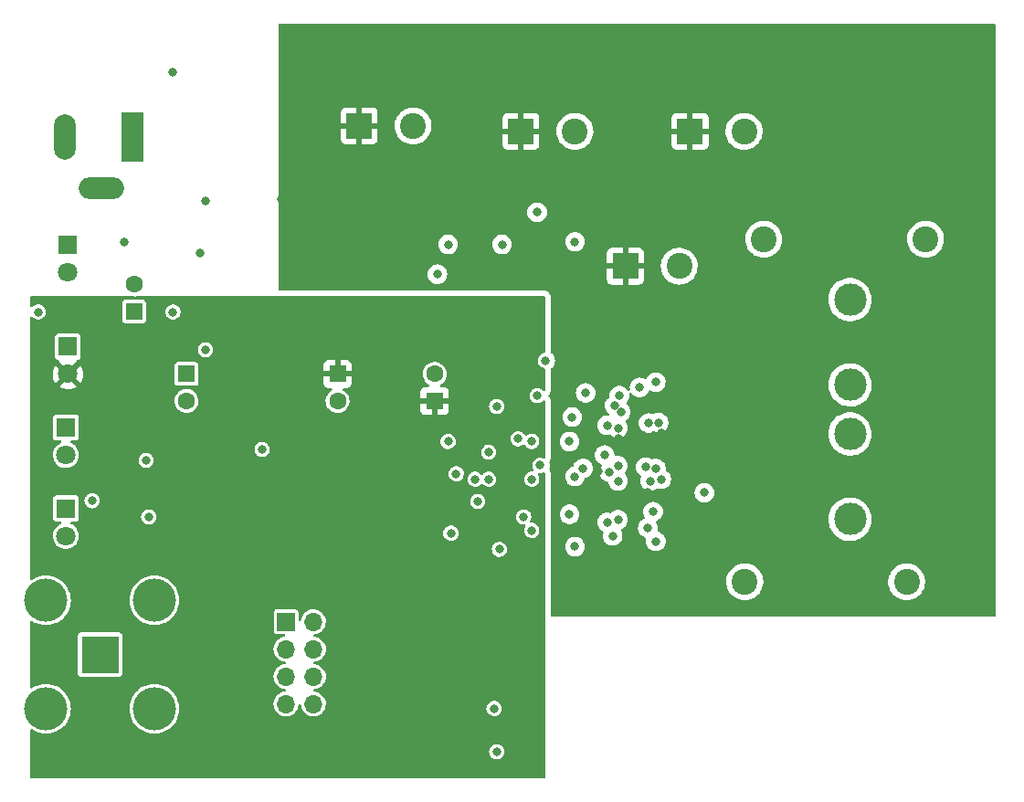
<source format=gbr>
%TF.GenerationSoftware,KiCad,Pcbnew,(6.0.0)*%
%TF.CreationDate,2022-12-17T21:28:12-05:00*%
%TF.ProjectId,TPA3255PBTL,54504133-3235-4355-9042-544c2e6b6963,rev?*%
%TF.SameCoordinates,Original*%
%TF.FileFunction,Copper,L3,Inr*%
%TF.FilePolarity,Positive*%
%FSLAX46Y46*%
G04 Gerber Fmt 4.6, Leading zero omitted, Abs format (unit mm)*
G04 Created by KiCad (PCBNEW (6.0.0)) date 2022-12-17 21:28:12*
%MOMM*%
%LPD*%
G01*
G04 APERTURE LIST*
%TA.AperFunction,ComponentPad*%
%ADD10R,1.600000X1.600000*%
%TD*%
%TA.AperFunction,ComponentPad*%
%ADD11C,1.600000*%
%TD*%
%TA.AperFunction,ComponentPad*%
%ADD12C,2.400000*%
%TD*%
%TA.AperFunction,ComponentPad*%
%ADD13R,1.700000X1.700000*%
%TD*%
%TA.AperFunction,ComponentPad*%
%ADD14O,1.700000X1.700000*%
%TD*%
%TA.AperFunction,ComponentPad*%
%ADD15R,3.500000X3.500000*%
%TD*%
%TA.AperFunction,ComponentPad*%
%ADD16C,4.000000*%
%TD*%
%TA.AperFunction,ComponentPad*%
%ADD17C,3.000000*%
%TD*%
%TA.AperFunction,ComponentPad*%
%ADD18R,2.000000X4.600000*%
%TD*%
%TA.AperFunction,ComponentPad*%
%ADD19O,2.000000X4.200000*%
%TD*%
%TA.AperFunction,ComponentPad*%
%ADD20O,4.200000X2.000000*%
%TD*%
%TA.AperFunction,ComponentPad*%
%ADD21R,2.400000X2.400000*%
%TD*%
%TA.AperFunction,ComponentPad*%
%ADD22R,1.800000X1.800000*%
%TD*%
%TA.AperFunction,ComponentPad*%
%ADD23C,1.800000*%
%TD*%
%TA.AperFunction,ViaPad*%
%ADD24C,0.800000*%
%TD*%
G04 APERTURE END LIST*
D10*
%TO.N,+15V*%
%TO.C,C9*%
X83150000Y-71205113D03*
D11*
%TO.N,GND*%
X83150000Y-68705113D03*
%TD*%
D10*
%TO.N,+12V*%
%TO.C,C11*%
X111000000Y-79500000D03*
D11*
%TO.N,GND*%
X111000000Y-77000000D03*
%TD*%
D12*
%TO.N,GND*%
%TO.C,C39*%
X139750000Y-96250000D03*
%TO.N,Load2*%
X154750000Y-96250000D03*
%TD*%
D13*
%TO.N,Net-(C16-Pad2)*%
%TO.C,J3*%
X97225000Y-99960000D03*
D14*
%TO.N,Net-(C20-Pad1)*%
X99765000Y-99960000D03*
%TO.N,Net-(C17-Pad2)*%
X97225000Y-102500000D03*
%TO.N,Net-(C20-Pad1)*%
X99765000Y-102500000D03*
%TO.N,Net-(C18-Pad2)*%
X97225000Y-105040000D03*
%TO.N,Net-(C20-Pad1)*%
X99765000Y-105040000D03*
%TO.N,Net-(C19-Pad2)*%
X97225000Y-107580000D03*
%TO.N,Net-(C20-Pad1)*%
X99765000Y-107580000D03*
%TD*%
D12*
%TO.N,Load1*%
%TO.C,C38*%
X156500000Y-64500000D03*
%TO.N,GND*%
X141500000Y-64500000D03*
%TD*%
D15*
%TO.N,Input*%
%TO.C,J2*%
X80000000Y-103000000D03*
D16*
%TO.N,GND*%
X74975000Y-97975000D03*
X85025000Y-97975000D03*
X74975000Y-108025000D03*
X85025000Y-108025000D03*
%TD*%
D17*
%TO.N,OUTB*%
%TO.C,L3*%
X149500000Y-82550000D03*
%TO.N,Load2*%
X149500000Y-90450000D03*
%TD*%
D10*
%TO.N,+3V3*%
%TO.C,C30*%
X88000000Y-77000000D03*
D11*
%TO.N,GND*%
X88000000Y-79500000D03*
%TD*%
D10*
%TO.N,+12V*%
%TO.C,C28*%
X102000000Y-77000000D03*
D11*
%TO.N,GND*%
X102000000Y-79500000D03*
%TD*%
D18*
%TO.N,Power_IN*%
%TO.C,J1*%
X83000000Y-55000000D03*
D19*
%TO.N,GND*%
X76700000Y-55000000D03*
D20*
X80100000Y-59800000D03*
%TD*%
D21*
%TO.N,+48V*%
%TO.C,C4*%
X128676041Y-67000000D03*
D12*
%TO.N,GND*%
X133676041Y-67000000D03*
%TD*%
D21*
%TO.N,+48V*%
%TO.C,C5*%
X134676041Y-54500000D03*
D12*
%TO.N,GND*%
X139676041Y-54500000D03*
%TD*%
D17*
%TO.N,OUTA*%
%TO.C,L2*%
X149500000Y-78000000D03*
%TO.N,Load1*%
X149500000Y-70100000D03*
%TD*%
D22*
%TO.N,Net-(D3-Pad1)*%
%TO.C,D3*%
X77000000Y-65000000D03*
D23*
%TO.N,+48V*%
X77000000Y-67540000D03*
%TD*%
D22*
%TO.N,GND*%
%TO.C,D6*%
X76825000Y-89460000D03*
D23*
%TO.N,Net-(D6-Pad2)*%
X76825000Y-92000000D03*
%TD*%
D22*
%TO.N,Net-(D7-Pad1)*%
%TO.C,D7*%
X77000000Y-74460000D03*
D23*
%TO.N,+12V*%
X77000000Y-77000000D03*
%TD*%
D21*
%TO.N,+48V*%
%TO.C,C2*%
X119000000Y-54500000D03*
D12*
%TO.N,GND*%
X124000000Y-54500000D03*
%TD*%
D22*
%TO.N,GND*%
%TO.C,D5*%
X76825000Y-81960000D03*
D23*
%TO.N,Net-(D5-Pad2)*%
X76825000Y-84500000D03*
%TD*%
D21*
%TO.N,+48V*%
%TO.C,C1*%
X104000000Y-54000000D03*
D12*
%TO.N,GND*%
X109000000Y-54000000D03*
%TD*%
D24*
%TO.N,GND*%
X124000000Y-86500000D03*
X117000000Y-93250000D03*
X111250000Y-67750000D03*
X82250000Y-64750000D03*
X127682063Y-79890557D03*
X89250000Y-65750000D03*
X128000000Y-85500000D03*
X130573145Y-85627847D03*
X74250000Y-71250000D03*
X86750000Y-49000000D03*
X84500000Y-90250000D03*
X127199831Y-86100500D03*
X120500000Y-62000000D03*
X128000000Y-90500000D03*
X128250000Y-80500000D03*
X121250000Y-75750000D03*
X116750000Y-80000000D03*
X126750000Y-84500000D03*
X86750000Y-71250000D03*
X116000000Y-84250000D03*
X124750000Y-85750000D03*
X117250000Y-65000000D03*
X124000000Y-64750000D03*
X127000000Y-90750000D03*
X112250000Y-65000000D03*
X131500000Y-85750000D03*
X120750000Y-85465500D03*
X89750000Y-74750000D03*
X136000000Y-88000000D03*
X130750000Y-91250000D03*
X123500000Y-90000000D03*
X116000000Y-86750000D03*
%TO.N,+48V*%
X89750000Y-61000000D03*
X96825000Y-60825000D03*
X128000000Y-83000000D03*
X112250000Y-62500000D03*
X131000000Y-83000000D03*
X128000000Y-84000000D03*
X126205877Y-85995331D03*
X131250000Y-84000000D03*
X127000000Y-88000000D03*
X132000000Y-82500000D03*
X127500000Y-89174500D03*
X130750000Y-88000000D03*
%TO.N,+12V*%
X109500000Y-110750000D03*
X119500000Y-108000000D03*
X120500000Y-94250000D03*
X120000000Y-77250000D03*
X119000000Y-100250000D03*
X117000000Y-101000000D03*
%TO.N,FiltInA*%
X112500000Y-91750000D03*
%TO.N,FiltInB*%
X115000000Y-88800989D03*
%TO.N,Net-(C27-Pad2)*%
X116500000Y-108000000D03*
X116750000Y-112000000D03*
%TO.N,Net-(R4-Pad2)*%
X120000000Y-83250000D03*
%TO.N,Net-(R14-Pad2)*%
X118750000Y-83000000D03*
%TO.N,Net-(R15-Pad2)*%
X120000000Y-91500000D03*
%TO.N,DVDD*%
X120000000Y-86750000D03*
%TO.N,Net-(R16-Pad2)*%
X119250000Y-90250000D03*
%TO.N,OC_ADJ*%
X113000000Y-86250000D03*
%TO.N,Freq_Adj*%
X114750000Y-86750000D03*
%TO.N,RST_*%
X95000000Y-84000000D03*
%TO.N,Fault*%
X84250000Y-85000000D03*
%TO.N,CLIP_OTW*%
X123750000Y-81000000D03*
X79250000Y-88750000D03*
X112250000Y-83250000D03*
%TO.N,BST_D*%
X130000000Y-78250000D03*
%TO.N,BST_C*%
X128117020Y-78990658D03*
%TO.N,BST_B*%
X127500000Y-92000000D03*
%TO.N,BST_A*%
X131500000Y-92500000D03*
%TO.N,VBG*%
X120500000Y-79000000D03*
%TO.N,GVDD_CD*%
X125000000Y-78750000D03*
%TO.N,GVDD_AB*%
X124000000Y-93000000D03*
%TO.N,OUTB*%
X128000000Y-86914500D03*
X132000000Y-86750000D03*
X127000000Y-81750000D03*
X130829500Y-81535972D03*
X128000000Y-82000497D03*
X131000000Y-86914500D03*
X131750000Y-81500000D03*
%TO.N,OUTA*%
X131250000Y-89750000D03*
X131500000Y-77750000D03*
%TO.N,AVDD*%
X123500000Y-83250000D03*
%TD*%
%TA.AperFunction,Conductor*%
%TO.N,+48V*%
G36*
X162934121Y-44528002D02*
G01*
X162980614Y-44581658D01*
X162992000Y-44634000D01*
X162992000Y-99374000D01*
X162971998Y-99442121D01*
X162918342Y-99488614D01*
X162866000Y-99500000D01*
X121884000Y-99500000D01*
X121815879Y-99479998D01*
X121769386Y-99426342D01*
X121758000Y-99374000D01*
X121758000Y-96205151D01*
X138037296Y-96205151D01*
X138049480Y-96458798D01*
X138099021Y-96707857D01*
X138100600Y-96712255D01*
X138100602Y-96712262D01*
X138145022Y-96835980D01*
X138184831Y-96946858D01*
X138305025Y-97170551D01*
X138307820Y-97174294D01*
X138307822Y-97174297D01*
X138454171Y-97370282D01*
X138454176Y-97370288D01*
X138456963Y-97374020D01*
X138460272Y-97377300D01*
X138460277Y-97377306D01*
X138558859Y-97475031D01*
X138637307Y-97552797D01*
X138641069Y-97555555D01*
X138641072Y-97555558D01*
X138746764Y-97633054D01*
X138842094Y-97702953D01*
X138846229Y-97705129D01*
X138846233Y-97705131D01*
X138913525Y-97740535D01*
X139066827Y-97821191D01*
X139306568Y-97904912D01*
X139556050Y-97952278D01*
X139676532Y-97957011D01*
X139805125Y-97962064D01*
X139805130Y-97962064D01*
X139809793Y-97962247D01*
X139908774Y-97951407D01*
X140057569Y-97935112D01*
X140057575Y-97935111D01*
X140062222Y-97934602D01*
X140171680Y-97905784D01*
X140303273Y-97871138D01*
X140307793Y-97869948D01*
X140426353Y-97819011D01*
X140536807Y-97771557D01*
X140536810Y-97771555D01*
X140541110Y-97769708D01*
X140545090Y-97767245D01*
X140545094Y-97767243D01*
X140753064Y-97638547D01*
X140753066Y-97638545D01*
X140757047Y-97636082D01*
X140855428Y-97552797D01*
X140947289Y-97475031D01*
X140947291Y-97475029D01*
X140950862Y-97472006D01*
X141118295Y-97281084D01*
X141255669Y-97067512D01*
X141359967Y-96835980D01*
X141428896Y-96591575D01*
X141457880Y-96363747D01*
X141460545Y-96342798D01*
X141460545Y-96342792D01*
X141460943Y-96339667D01*
X141463291Y-96250000D01*
X141459958Y-96205151D01*
X153037296Y-96205151D01*
X153049480Y-96458798D01*
X153099021Y-96707857D01*
X153100600Y-96712255D01*
X153100602Y-96712262D01*
X153145022Y-96835980D01*
X153184831Y-96946858D01*
X153305025Y-97170551D01*
X153307820Y-97174294D01*
X153307822Y-97174297D01*
X153454171Y-97370282D01*
X153454176Y-97370288D01*
X153456963Y-97374020D01*
X153460272Y-97377300D01*
X153460277Y-97377306D01*
X153558859Y-97475031D01*
X153637307Y-97552797D01*
X153641069Y-97555555D01*
X153641072Y-97555558D01*
X153746764Y-97633054D01*
X153842094Y-97702953D01*
X153846229Y-97705129D01*
X153846233Y-97705131D01*
X153913525Y-97740535D01*
X154066827Y-97821191D01*
X154306568Y-97904912D01*
X154556050Y-97952278D01*
X154676532Y-97957011D01*
X154805125Y-97962064D01*
X154805130Y-97962064D01*
X154809793Y-97962247D01*
X154908774Y-97951407D01*
X155057569Y-97935112D01*
X155057575Y-97935111D01*
X155062222Y-97934602D01*
X155171680Y-97905784D01*
X155303273Y-97871138D01*
X155307793Y-97869948D01*
X155426353Y-97819011D01*
X155536807Y-97771557D01*
X155536810Y-97771555D01*
X155541110Y-97769708D01*
X155545090Y-97767245D01*
X155545094Y-97767243D01*
X155753064Y-97638547D01*
X155753066Y-97638545D01*
X155757047Y-97636082D01*
X155855428Y-97552797D01*
X155947289Y-97475031D01*
X155947291Y-97475029D01*
X155950862Y-97472006D01*
X156118295Y-97281084D01*
X156255669Y-97067512D01*
X156359967Y-96835980D01*
X156428896Y-96591575D01*
X156457880Y-96363747D01*
X156460545Y-96342798D01*
X156460545Y-96342792D01*
X156460943Y-96339667D01*
X156463291Y-96250000D01*
X156444472Y-95996759D01*
X156435713Y-95958047D01*
X156389459Y-95753639D01*
X156388428Y-95749082D01*
X156296391Y-95512409D01*
X156275866Y-95476498D01*
X156172702Y-95295997D01*
X156172700Y-95295995D01*
X156170383Y-95291940D01*
X156013171Y-95092517D01*
X155828209Y-94918523D01*
X155784483Y-94888189D01*
X155623393Y-94776437D01*
X155623390Y-94776435D01*
X155619561Y-94773779D01*
X155615384Y-94771719D01*
X155615377Y-94771715D01*
X155395996Y-94663528D01*
X155395992Y-94663527D01*
X155391810Y-94661464D01*
X155149960Y-94584047D01*
X155145355Y-94583297D01*
X154903935Y-94543980D01*
X154903934Y-94543980D01*
X154899323Y-94543229D01*
X154772365Y-94541567D01*
X154650083Y-94539966D01*
X154650080Y-94539966D01*
X154645406Y-94539905D01*
X154393787Y-94574149D01*
X154149993Y-94645208D01*
X153919380Y-94751522D01*
X153915471Y-94754085D01*
X153710928Y-94888189D01*
X153710923Y-94888193D01*
X153707015Y-94890755D01*
X153517562Y-95059848D01*
X153355183Y-95255087D01*
X153223447Y-95472182D01*
X153125246Y-95706365D01*
X153062738Y-95952490D01*
X153037296Y-96205151D01*
X141459958Y-96205151D01*
X141444472Y-95996759D01*
X141435713Y-95958047D01*
X141389459Y-95753639D01*
X141388428Y-95749082D01*
X141296391Y-95512409D01*
X141275866Y-95476498D01*
X141172702Y-95295997D01*
X141172700Y-95295995D01*
X141170383Y-95291940D01*
X141013171Y-95092517D01*
X140828209Y-94918523D01*
X140784483Y-94888189D01*
X140623393Y-94776437D01*
X140623390Y-94776435D01*
X140619561Y-94773779D01*
X140615384Y-94771719D01*
X140615377Y-94771715D01*
X140395996Y-94663528D01*
X140395992Y-94663527D01*
X140391810Y-94661464D01*
X140149960Y-94584047D01*
X140145355Y-94583297D01*
X139903935Y-94543980D01*
X139903934Y-94543980D01*
X139899323Y-94543229D01*
X139772365Y-94541567D01*
X139650083Y-94539966D01*
X139650080Y-94539966D01*
X139645406Y-94539905D01*
X139393787Y-94574149D01*
X139149993Y-94645208D01*
X138919380Y-94751522D01*
X138915471Y-94754085D01*
X138710928Y-94888189D01*
X138710923Y-94888193D01*
X138707015Y-94890755D01*
X138517562Y-95059848D01*
X138355183Y-95255087D01*
X138223447Y-95472182D01*
X138125246Y-95706365D01*
X138062738Y-95952490D01*
X138037296Y-96205151D01*
X121758000Y-96205151D01*
X121758000Y-93000000D01*
X123086496Y-93000000D01*
X123106458Y-93189928D01*
X123165473Y-93371556D01*
X123168776Y-93377278D01*
X123168777Y-93377279D01*
X123186803Y-93408500D01*
X123260960Y-93536944D01*
X123388747Y-93678866D01*
X123543248Y-93791118D01*
X123549276Y-93793802D01*
X123549278Y-93793803D01*
X123711681Y-93866109D01*
X123717712Y-93868794D01*
X123811113Y-93888647D01*
X123898056Y-93907128D01*
X123898061Y-93907128D01*
X123904513Y-93908500D01*
X124095487Y-93908500D01*
X124101939Y-93907128D01*
X124101944Y-93907128D01*
X124188887Y-93888647D01*
X124282288Y-93868794D01*
X124288319Y-93866109D01*
X124450722Y-93793803D01*
X124450724Y-93793802D01*
X124456752Y-93791118D01*
X124611253Y-93678866D01*
X124739040Y-93536944D01*
X124813197Y-93408500D01*
X124831223Y-93377279D01*
X124831224Y-93377278D01*
X124834527Y-93371556D01*
X124893542Y-93189928D01*
X124913504Y-93000000D01*
X124893542Y-92810072D01*
X124834527Y-92628444D01*
X124825671Y-92613104D01*
X124764160Y-92506565D01*
X124739040Y-92463056D01*
X124707521Y-92428050D01*
X124615675Y-92326045D01*
X124615674Y-92326044D01*
X124611253Y-92321134D01*
X124456752Y-92208882D01*
X124450724Y-92206198D01*
X124450722Y-92206197D01*
X124288319Y-92133891D01*
X124288318Y-92133891D01*
X124282288Y-92131206D01*
X124176863Y-92108797D01*
X124101944Y-92092872D01*
X124101939Y-92092872D01*
X124095487Y-92091500D01*
X123904513Y-92091500D01*
X123898061Y-92092872D01*
X123898056Y-92092872D01*
X123823137Y-92108797D01*
X123717712Y-92131206D01*
X123711682Y-92133891D01*
X123711681Y-92133891D01*
X123549278Y-92206197D01*
X123549276Y-92206198D01*
X123543248Y-92208882D01*
X123388747Y-92321134D01*
X123384326Y-92326044D01*
X123384325Y-92326045D01*
X123292480Y-92428050D01*
X123260960Y-92463056D01*
X123235840Y-92506565D01*
X123174330Y-92613104D01*
X123165473Y-92628444D01*
X123106458Y-92810072D01*
X123086496Y-93000000D01*
X121758000Y-93000000D01*
X121758000Y-90000000D01*
X122586496Y-90000000D01*
X122587186Y-90006565D01*
X122594489Y-90076045D01*
X122606458Y-90189928D01*
X122665473Y-90371556D01*
X122668776Y-90377278D01*
X122668777Y-90377279D01*
X122695726Y-90423955D01*
X122760960Y-90536944D01*
X122765378Y-90541851D01*
X122765379Y-90541852D01*
X122814557Y-90596470D01*
X122888747Y-90678866D01*
X122977618Y-90743435D01*
X123007208Y-90764933D01*
X123043248Y-90791118D01*
X123049276Y-90793802D01*
X123049278Y-90793803D01*
X123209799Y-90865271D01*
X123217712Y-90868794D01*
X123292680Y-90884729D01*
X123398056Y-90907128D01*
X123398061Y-90907128D01*
X123404513Y-90908500D01*
X123595487Y-90908500D01*
X123601939Y-90907128D01*
X123601944Y-90907128D01*
X123707320Y-90884729D01*
X123782288Y-90868794D01*
X123790201Y-90865271D01*
X123950722Y-90793803D01*
X123950724Y-90793802D01*
X123956752Y-90791118D01*
X123992793Y-90764933D01*
X124013346Y-90750000D01*
X126086496Y-90750000D01*
X126087186Y-90756565D01*
X126103011Y-90907128D01*
X126106458Y-90939928D01*
X126165473Y-91121556D01*
X126260960Y-91286944D01*
X126265378Y-91291851D01*
X126265379Y-91291852D01*
X126345019Y-91380301D01*
X126388747Y-91428866D01*
X126446695Y-91470968D01*
X126521002Y-91524955D01*
X126543248Y-91541118D01*
X126571172Y-91553550D01*
X126625266Y-91599528D01*
X126645917Y-91667455D01*
X126639757Y-91707590D01*
X126606458Y-91810072D01*
X126605768Y-91816633D01*
X126605768Y-91816635D01*
X126593972Y-91928866D01*
X126586496Y-92000000D01*
X126587186Y-92006565D01*
X126603561Y-92162361D01*
X126606458Y-92189928D01*
X126665473Y-92371556D01*
X126668776Y-92377278D01*
X126668777Y-92377279D01*
X126689684Y-92413491D01*
X126760960Y-92536944D01*
X126765378Y-92541851D01*
X126765379Y-92541852D01*
X126794361Y-92574040D01*
X126888747Y-92678866D01*
X127043248Y-92791118D01*
X127049276Y-92793802D01*
X127049278Y-92793803D01*
X127100560Y-92816635D01*
X127217712Y-92868794D01*
X127311112Y-92888647D01*
X127398056Y-92907128D01*
X127398061Y-92907128D01*
X127404513Y-92908500D01*
X127595487Y-92908500D01*
X127601939Y-92907128D01*
X127601944Y-92907128D01*
X127688887Y-92888647D01*
X127782288Y-92868794D01*
X127899440Y-92816635D01*
X127950722Y-92793803D01*
X127950724Y-92793802D01*
X127956752Y-92791118D01*
X128111253Y-92678866D01*
X128205639Y-92574040D01*
X128234621Y-92541852D01*
X128234622Y-92541851D01*
X128239040Y-92536944D01*
X128310316Y-92413491D01*
X128331223Y-92377279D01*
X128331224Y-92377278D01*
X128334527Y-92371556D01*
X128393542Y-92189928D01*
X128396440Y-92162361D01*
X128412814Y-92006565D01*
X128413504Y-92000000D01*
X128406028Y-91928866D01*
X128394232Y-91816635D01*
X128394232Y-91816633D01*
X128393542Y-91810072D01*
X128334527Y-91628444D01*
X128329858Y-91620356D01*
X128284109Y-91541118D01*
X128274559Y-91524576D01*
X128257821Y-91455582D01*
X128281041Y-91388490D01*
X128332429Y-91346470D01*
X128450722Y-91293803D01*
X128450724Y-91293802D01*
X128456752Y-91291118D01*
X128462682Y-91286810D01*
X128513346Y-91250000D01*
X129836496Y-91250000D01*
X129837186Y-91256565D01*
X129853195Y-91408879D01*
X129856458Y-91439928D01*
X129915473Y-91621556D01*
X129918776Y-91627278D01*
X129918777Y-91627279D01*
X129923078Y-91634729D01*
X130010960Y-91786944D01*
X130015378Y-91791851D01*
X130015379Y-91791852D01*
X130072593Y-91855395D01*
X130138747Y-91928866D01*
X130293248Y-92041118D01*
X130299276Y-92043802D01*
X130299278Y-92043803D01*
X130459354Y-92115073D01*
X130467712Y-92118794D01*
X130474167Y-92120166D01*
X130474176Y-92120169D01*
X130518752Y-92129644D01*
X130581225Y-92163372D01*
X130615546Y-92225522D01*
X130612386Y-92291827D01*
X130606458Y-92310072D01*
X130605768Y-92316633D01*
X130605768Y-92316635D01*
X130590379Y-92463056D01*
X130586496Y-92500000D01*
X130587186Y-92506565D01*
X130598384Y-92613104D01*
X130606458Y-92689928D01*
X130665473Y-92871556D01*
X130668776Y-92877278D01*
X130668777Y-92877279D01*
X130686803Y-92908500D01*
X130760960Y-93036944D01*
X130888747Y-93178866D01*
X131043248Y-93291118D01*
X131049276Y-93293802D01*
X131049278Y-93293803D01*
X131209799Y-93365271D01*
X131217712Y-93368794D01*
X131311113Y-93388647D01*
X131398056Y-93407128D01*
X131398061Y-93407128D01*
X131404513Y-93408500D01*
X131595487Y-93408500D01*
X131601939Y-93407128D01*
X131601944Y-93407128D01*
X131688888Y-93388647D01*
X131782288Y-93368794D01*
X131790201Y-93365271D01*
X131950722Y-93293803D01*
X131950724Y-93293802D01*
X131956752Y-93291118D01*
X132111253Y-93178866D01*
X132239040Y-93036944D01*
X132313197Y-92908500D01*
X132331223Y-92877279D01*
X132331224Y-92877278D01*
X132334527Y-92871556D01*
X132393542Y-92689928D01*
X132401617Y-92613104D01*
X132412814Y-92506565D01*
X132413504Y-92500000D01*
X132409621Y-92463056D01*
X132394232Y-92316635D01*
X132394232Y-92316633D01*
X132393542Y-92310072D01*
X132334527Y-92128444D01*
X132329750Y-92120169D01*
X132284109Y-92041118D01*
X132239040Y-91963056D01*
X132226155Y-91948745D01*
X132115675Y-91826045D01*
X132115674Y-91826044D01*
X132111253Y-91821134D01*
X132007810Y-91745978D01*
X131962094Y-91712763D01*
X131962093Y-91712762D01*
X131956752Y-91708882D01*
X131950724Y-91706198D01*
X131950722Y-91706197D01*
X131788319Y-91633891D01*
X131788318Y-91633891D01*
X131782288Y-91631206D01*
X131775833Y-91629834D01*
X131775824Y-91629831D01*
X131731248Y-91620356D01*
X131668775Y-91586628D01*
X131634454Y-91524478D01*
X131637614Y-91458171D01*
X131638456Y-91455582D01*
X131643542Y-91439928D01*
X131646806Y-91408879D01*
X131662814Y-91256565D01*
X131663504Y-91250000D01*
X131656028Y-91178866D01*
X131644232Y-91066635D01*
X131644232Y-91066633D01*
X131643542Y-91060072D01*
X131584527Y-90878444D01*
X131577406Y-90866109D01*
X131534109Y-90791118D01*
X131524559Y-90774576D01*
X131507821Y-90705582D01*
X131531041Y-90638490D01*
X131582429Y-90596470D01*
X131700722Y-90543803D01*
X131700724Y-90543802D01*
X131706752Y-90541118D01*
X131861181Y-90428918D01*
X147486917Y-90428918D01*
X147502682Y-90702320D01*
X147503507Y-90706525D01*
X147503508Y-90706533D01*
X147503825Y-90708148D01*
X147555405Y-90971053D01*
X147556792Y-90975103D01*
X147556793Y-90975108D01*
X147627885Y-91182749D01*
X147644112Y-91230144D01*
X147671217Y-91284036D01*
X147748315Y-91437329D01*
X147767160Y-91474799D01*
X147769586Y-91478328D01*
X147769589Y-91478334D01*
X147919843Y-91696953D01*
X147922274Y-91700490D01*
X147925161Y-91703663D01*
X147925162Y-91703664D01*
X148016273Y-91803794D01*
X148106582Y-91903043D01*
X148109877Y-91905798D01*
X148109878Y-91905799D01*
X148137466Y-91928866D01*
X148316675Y-92078707D01*
X148320316Y-92080991D01*
X148545024Y-92221951D01*
X148545028Y-92221953D01*
X148548664Y-92224234D01*
X148616544Y-92254883D01*
X148794345Y-92335164D01*
X148794349Y-92335166D01*
X148798257Y-92336930D01*
X148802377Y-92338150D01*
X148802376Y-92338150D01*
X149056723Y-92413491D01*
X149056727Y-92413492D01*
X149060836Y-92414709D01*
X149065070Y-92415357D01*
X149065075Y-92415358D01*
X149327298Y-92455483D01*
X149327300Y-92455483D01*
X149331540Y-92456132D01*
X149470912Y-92458322D01*
X149601071Y-92460367D01*
X149601077Y-92460367D01*
X149605362Y-92460434D01*
X149877235Y-92427534D01*
X150142127Y-92358041D01*
X150146087Y-92356401D01*
X150146092Y-92356399D01*
X150273091Y-92303794D01*
X150395136Y-92253241D01*
X150622861Y-92120169D01*
X150627879Y-92117237D01*
X150627880Y-92117236D01*
X150631582Y-92115073D01*
X150847089Y-91946094D01*
X150860022Y-91932749D01*
X150978904Y-91810072D01*
X151037669Y-91749431D01*
X151040202Y-91745983D01*
X151040206Y-91745978D01*
X151197257Y-91532178D01*
X151199795Y-91528723D01*
X151227154Y-91478334D01*
X151328418Y-91291830D01*
X151328419Y-91291828D01*
X151330468Y-91288054D01*
X151416615Y-91060072D01*
X151425751Y-91035895D01*
X151425752Y-91035891D01*
X151427269Y-91031877D01*
X151462410Y-90878444D01*
X151487449Y-90769117D01*
X151487450Y-90769113D01*
X151488407Y-90764933D01*
X151496527Y-90673955D01*
X151512531Y-90494627D01*
X151512531Y-90494625D01*
X151512751Y-90492161D01*
X151513193Y-90450000D01*
X151513024Y-90447519D01*
X151494859Y-90181055D01*
X151494858Y-90181049D01*
X151494567Y-90176778D01*
X151484558Y-90128444D01*
X151450246Y-89962763D01*
X151439032Y-89908612D01*
X151347617Y-89650465D01*
X151222013Y-89407112D01*
X151212040Y-89392921D01*
X151089647Y-89218774D01*
X151064545Y-89183057D01*
X150878125Y-88982445D01*
X150874810Y-88979731D01*
X150874806Y-88979728D01*
X150708277Y-88843426D01*
X150666205Y-88808990D01*
X150432704Y-88665901D01*
X150428768Y-88664173D01*
X150185873Y-88557549D01*
X150185869Y-88557548D01*
X150181945Y-88555825D01*
X149918566Y-88480800D01*
X149914324Y-88480196D01*
X149914318Y-88480195D01*
X149713834Y-88451662D01*
X149647443Y-88442213D01*
X149503589Y-88441460D01*
X149377877Y-88440802D01*
X149377871Y-88440802D01*
X149373591Y-88440780D01*
X149369347Y-88441339D01*
X149369343Y-88441339D01*
X149250302Y-88457011D01*
X149102078Y-88476525D01*
X149097938Y-88477658D01*
X149097936Y-88477658D01*
X149025008Y-88497609D01*
X148837928Y-88548788D01*
X148833980Y-88550472D01*
X148589982Y-88654546D01*
X148589978Y-88654548D01*
X148586030Y-88656232D01*
X148506651Y-88703739D01*
X148354725Y-88794664D01*
X148354721Y-88794667D01*
X148351043Y-88796868D01*
X148137318Y-88968094D01*
X147948808Y-89166742D01*
X147789002Y-89389136D01*
X147660857Y-89631161D01*
X147659385Y-89635184D01*
X147659383Y-89635188D01*
X147568370Y-89883891D01*
X147566743Y-89888337D01*
X147508404Y-90155907D01*
X147486917Y-90428918D01*
X131861181Y-90428918D01*
X131861253Y-90428866D01*
X131876857Y-90411536D01*
X131984621Y-90291852D01*
X131984622Y-90291851D01*
X131989040Y-90286944D01*
X132050225Y-90180968D01*
X132081223Y-90127279D01*
X132081224Y-90127278D01*
X132084527Y-90121556D01*
X132143542Y-89939928D01*
X132146834Y-89908612D01*
X132162814Y-89756565D01*
X132163504Y-89750000D01*
X132151301Y-89633891D01*
X132144232Y-89566635D01*
X132144232Y-89566633D01*
X132143542Y-89560072D01*
X132084527Y-89378444D01*
X131989040Y-89213056D01*
X131944540Y-89163633D01*
X131865675Y-89076045D01*
X131865674Y-89076044D01*
X131861253Y-89071134D01*
X131706752Y-88958882D01*
X131700724Y-88956198D01*
X131700722Y-88956197D01*
X131538319Y-88883891D01*
X131538318Y-88883891D01*
X131532288Y-88881206D01*
X131438887Y-88861353D01*
X131351944Y-88842872D01*
X131351939Y-88842872D01*
X131345487Y-88841500D01*
X131154513Y-88841500D01*
X131148061Y-88842872D01*
X131148056Y-88842872D01*
X131061113Y-88861353D01*
X130967712Y-88881206D01*
X130961682Y-88883891D01*
X130961681Y-88883891D01*
X130799278Y-88956197D01*
X130799276Y-88956198D01*
X130793248Y-88958882D01*
X130638747Y-89071134D01*
X130634326Y-89076044D01*
X130634325Y-89076045D01*
X130555461Y-89163633D01*
X130510960Y-89213056D01*
X130415473Y-89378444D01*
X130356458Y-89560072D01*
X130355768Y-89566633D01*
X130355768Y-89566635D01*
X130348699Y-89633891D01*
X130336496Y-89750000D01*
X130337186Y-89756565D01*
X130353167Y-89908612D01*
X130356458Y-89939928D01*
X130415473Y-90121556D01*
X130418776Y-90127278D01*
X130418777Y-90127279D01*
X130435306Y-90155907D01*
X130474230Y-90223325D01*
X130475441Y-90225423D01*
X130492179Y-90294418D01*
X130468959Y-90361510D01*
X130417571Y-90403530D01*
X130299278Y-90456197D01*
X130299276Y-90456198D01*
X130293248Y-90458882D01*
X130138747Y-90571134D01*
X130134326Y-90576044D01*
X130134325Y-90576045D01*
X130017690Y-90705582D01*
X130010960Y-90713056D01*
X129965891Y-90791118D01*
X129922595Y-90866109D01*
X129915473Y-90878444D01*
X129856458Y-91060072D01*
X129855768Y-91066633D01*
X129855768Y-91066635D01*
X129843972Y-91178866D01*
X129836496Y-91250000D01*
X128513346Y-91250000D01*
X128579841Y-91201688D01*
X128611253Y-91178866D01*
X128712306Y-91066635D01*
X128734621Y-91041852D01*
X128734622Y-91041851D01*
X128739040Y-91036944D01*
X128813197Y-90908500D01*
X128831223Y-90877279D01*
X128831224Y-90877278D01*
X128834527Y-90871556D01*
X128893542Y-90689928D01*
X128901019Y-90618794D01*
X128912814Y-90506565D01*
X128913504Y-90500000D01*
X128905584Y-90424648D01*
X128894232Y-90316635D01*
X128894232Y-90316633D01*
X128893542Y-90310072D01*
X128834527Y-90128444D01*
X128830661Y-90121747D01*
X128764160Y-90006565D01*
X128739040Y-89963056D01*
X128718216Y-89939928D01*
X128615675Y-89826045D01*
X128615674Y-89826044D01*
X128611253Y-89821134D01*
X128456752Y-89708882D01*
X128450724Y-89706198D01*
X128450722Y-89706197D01*
X128288319Y-89633891D01*
X128288318Y-89633891D01*
X128282288Y-89631206D01*
X128188887Y-89611353D01*
X128101944Y-89592872D01*
X128101939Y-89592872D01*
X128095487Y-89591500D01*
X127904513Y-89591500D01*
X127898061Y-89592872D01*
X127898056Y-89592872D01*
X127811112Y-89611353D01*
X127717712Y-89631206D01*
X127711682Y-89633891D01*
X127711681Y-89633891D01*
X127549278Y-89706197D01*
X127549276Y-89706198D01*
X127543248Y-89708882D01*
X127388747Y-89821134D01*
X127374922Y-89836489D01*
X127314481Y-89873727D01*
X127255091Y-89875425D01*
X127219743Y-89867911D01*
X127101944Y-89842872D01*
X127101939Y-89842872D01*
X127095487Y-89841500D01*
X126904513Y-89841500D01*
X126898061Y-89842872D01*
X126898056Y-89842872D01*
X126811113Y-89861353D01*
X126717712Y-89881206D01*
X126711682Y-89883891D01*
X126711681Y-89883891D01*
X126549278Y-89956197D01*
X126549276Y-89956198D01*
X126543248Y-89958882D01*
X126388747Y-90071134D01*
X126384326Y-90076044D01*
X126384325Y-90076045D01*
X126281785Y-90189928D01*
X126260960Y-90213056D01*
X126238457Y-90252032D01*
X126188795Y-90338050D01*
X126165473Y-90378444D01*
X126106458Y-90560072D01*
X126105768Y-90566633D01*
X126105768Y-90566635D01*
X126090895Y-90708148D01*
X126086496Y-90750000D01*
X124013346Y-90750000D01*
X124022382Y-90743435D01*
X124111253Y-90678866D01*
X124185443Y-90596470D01*
X124234621Y-90541852D01*
X124234622Y-90541851D01*
X124239040Y-90536944D01*
X124304274Y-90423955D01*
X124331223Y-90377279D01*
X124331224Y-90377278D01*
X124334527Y-90371556D01*
X124393542Y-90189928D01*
X124405512Y-90076045D01*
X124412814Y-90006565D01*
X124413504Y-90000000D01*
X124407190Y-89939928D01*
X124394232Y-89816635D01*
X124394232Y-89816633D01*
X124393542Y-89810072D01*
X124334527Y-89628444D01*
X124313990Y-89592872D01*
X124242341Y-89468774D01*
X124239040Y-89463056D01*
X124111253Y-89321134D01*
X123956752Y-89208882D01*
X123950724Y-89206198D01*
X123950722Y-89206197D01*
X123788319Y-89133891D01*
X123788318Y-89133891D01*
X123782288Y-89131206D01*
X123688888Y-89111353D01*
X123601944Y-89092872D01*
X123601939Y-89092872D01*
X123595487Y-89091500D01*
X123404513Y-89091500D01*
X123398061Y-89092872D01*
X123398056Y-89092872D01*
X123311112Y-89111353D01*
X123217712Y-89131206D01*
X123211682Y-89133891D01*
X123211681Y-89133891D01*
X123049278Y-89206197D01*
X123049276Y-89206198D01*
X123043248Y-89208882D01*
X122888747Y-89321134D01*
X122760960Y-89463056D01*
X122757659Y-89468774D01*
X122686011Y-89592872D01*
X122665473Y-89628444D01*
X122606458Y-89810072D01*
X122605768Y-89816633D01*
X122605768Y-89816635D01*
X122592810Y-89939928D01*
X122586496Y-90000000D01*
X121758000Y-90000000D01*
X121758000Y-88000000D01*
X135086496Y-88000000D01*
X135106458Y-88189928D01*
X135165473Y-88371556D01*
X135260960Y-88536944D01*
X135265378Y-88541851D01*
X135265379Y-88541852D01*
X135279330Y-88557346D01*
X135388747Y-88678866D01*
X135543248Y-88791118D01*
X135549276Y-88793802D01*
X135549278Y-88793803D01*
X135648657Y-88838049D01*
X135717712Y-88868794D01*
X135811112Y-88888647D01*
X135898056Y-88907128D01*
X135898061Y-88907128D01*
X135904513Y-88908500D01*
X136095487Y-88908500D01*
X136101939Y-88907128D01*
X136101944Y-88907128D01*
X136188888Y-88888647D01*
X136282288Y-88868794D01*
X136351343Y-88838049D01*
X136450722Y-88793803D01*
X136450724Y-88793802D01*
X136456752Y-88791118D01*
X136611253Y-88678866D01*
X136720670Y-88557346D01*
X136734621Y-88541852D01*
X136734622Y-88541851D01*
X136739040Y-88536944D01*
X136834527Y-88371556D01*
X136893542Y-88189928D01*
X136913504Y-88000000D01*
X136893542Y-87810072D01*
X136834527Y-87628444D01*
X136827406Y-87616109D01*
X136784109Y-87541118D01*
X136739040Y-87463056D01*
X136711752Y-87432749D01*
X136615675Y-87326045D01*
X136615674Y-87326044D01*
X136611253Y-87321134D01*
X136456752Y-87208882D01*
X136450724Y-87206198D01*
X136450722Y-87206197D01*
X136288319Y-87133891D01*
X136288318Y-87133891D01*
X136282288Y-87131206D01*
X136185844Y-87110706D01*
X136101944Y-87092872D01*
X136101939Y-87092872D01*
X136095487Y-87091500D01*
X135904513Y-87091500D01*
X135898061Y-87092872D01*
X135898056Y-87092872D01*
X135814156Y-87110706D01*
X135717712Y-87131206D01*
X135711682Y-87133891D01*
X135711681Y-87133891D01*
X135549278Y-87206197D01*
X135549276Y-87206198D01*
X135543248Y-87208882D01*
X135388747Y-87321134D01*
X135384326Y-87326044D01*
X135384325Y-87326045D01*
X135288249Y-87432749D01*
X135260960Y-87463056D01*
X135215891Y-87541118D01*
X135172595Y-87616109D01*
X135165473Y-87628444D01*
X135106458Y-87810072D01*
X135086496Y-88000000D01*
X121758000Y-88000000D01*
X121758000Y-86500000D01*
X123086496Y-86500000D01*
X123087186Y-86506565D01*
X123102869Y-86655776D01*
X123106458Y-86689928D01*
X123165473Y-86871556D01*
X123260960Y-87036944D01*
X123265378Y-87041851D01*
X123265379Y-87041852D01*
X123327376Y-87110707D01*
X123388747Y-87178866D01*
X123543248Y-87291118D01*
X123549276Y-87293802D01*
X123549278Y-87293803D01*
X123711681Y-87366109D01*
X123717712Y-87368794D01*
X123811112Y-87388647D01*
X123898056Y-87407128D01*
X123898061Y-87407128D01*
X123904513Y-87408500D01*
X124095487Y-87408500D01*
X124101939Y-87407128D01*
X124101944Y-87407128D01*
X124188888Y-87388647D01*
X124282288Y-87368794D01*
X124288319Y-87366109D01*
X124450722Y-87293803D01*
X124450724Y-87293802D01*
X124456752Y-87291118D01*
X124611253Y-87178866D01*
X124672624Y-87110707D01*
X124734621Y-87041852D01*
X124734622Y-87041851D01*
X124739040Y-87036944D01*
X124834527Y-86871556D01*
X124885597Y-86714381D01*
X124925669Y-86655776D01*
X124979232Y-86630072D01*
X125001986Y-86625235D01*
X125025830Y-86620167D01*
X125025833Y-86620166D01*
X125032288Y-86618794D01*
X125149440Y-86566635D01*
X125200722Y-86543803D01*
X125200724Y-86543802D01*
X125206752Y-86541118D01*
X125361253Y-86428866D01*
X125467744Y-86310596D01*
X125484621Y-86291852D01*
X125484622Y-86291851D01*
X125489040Y-86286944D01*
X125584527Y-86121556D01*
X125643542Y-85939928D01*
X125646628Y-85910572D01*
X125662814Y-85756565D01*
X125663504Y-85750000D01*
X125657190Y-85689928D01*
X125644232Y-85566635D01*
X125644232Y-85566633D01*
X125643542Y-85560072D01*
X125584527Y-85378444D01*
X125489040Y-85213056D01*
X125468832Y-85190612D01*
X125365675Y-85076045D01*
X125365674Y-85076044D01*
X125361253Y-85071134D01*
X125206752Y-84958882D01*
X125200724Y-84956198D01*
X125200722Y-84956197D01*
X125038319Y-84883891D01*
X125038318Y-84883891D01*
X125032288Y-84881206D01*
X124938887Y-84861353D01*
X124851944Y-84842872D01*
X124851939Y-84842872D01*
X124845487Y-84841500D01*
X124654513Y-84841500D01*
X124648061Y-84842872D01*
X124648056Y-84842872D01*
X124561113Y-84861353D01*
X124467712Y-84881206D01*
X124461682Y-84883891D01*
X124461681Y-84883891D01*
X124299278Y-84956197D01*
X124299276Y-84956198D01*
X124293248Y-84958882D01*
X124138747Y-85071134D01*
X124134326Y-85076044D01*
X124134325Y-85076045D01*
X124031169Y-85190612D01*
X124010960Y-85213056D01*
X123915473Y-85378444D01*
X123885054Y-85472065D01*
X123864404Y-85535618D01*
X123824331Y-85594224D01*
X123770768Y-85619928D01*
X123748014Y-85624765D01*
X123724170Y-85629833D01*
X123724167Y-85629834D01*
X123717712Y-85631206D01*
X123711682Y-85633891D01*
X123711681Y-85633891D01*
X123549278Y-85706197D01*
X123549276Y-85706198D01*
X123543248Y-85708882D01*
X123388747Y-85821134D01*
X123384326Y-85826044D01*
X123384325Y-85826045D01*
X123281785Y-85939928D01*
X123260960Y-85963056D01*
X123236671Y-86005126D01*
X123181607Y-86100500D01*
X123165473Y-86128444D01*
X123106458Y-86310072D01*
X123105768Y-86316633D01*
X123105768Y-86316635D01*
X123093972Y-86428866D01*
X123086496Y-86500000D01*
X121758000Y-86500000D01*
X121758000Y-86202584D01*
X121751381Y-86120846D01*
X121744857Y-86080828D01*
X121725175Y-86001228D01*
X121676424Y-85904294D01*
X121662231Y-85876073D01*
X121662230Y-85876071D01*
X121660209Y-85872053D01*
X121657636Y-85868363D01*
X121657633Y-85868357D01*
X121636664Y-85838278D01*
X121614116Y-85770957D01*
X121620194Y-85727286D01*
X121641502Y-85661706D01*
X121643542Y-85655428D01*
X121649088Y-85602666D01*
X121662814Y-85472065D01*
X121663504Y-85465500D01*
X121656686Y-85400630D01*
X121644233Y-85282142D01*
X121644232Y-85282138D01*
X121643542Y-85275572D01*
X121641502Y-85269294D01*
X121641501Y-85269289D01*
X121620966Y-85206092D01*
X121618938Y-85135124D01*
X121645574Y-85084643D01*
X121651453Y-85077858D01*
X121657355Y-85071047D01*
X121717421Y-84939521D01*
X121733755Y-84883893D01*
X121736154Y-84875723D01*
X121736155Y-84875719D01*
X121737423Y-84871400D01*
X121738064Y-84866945D01*
X121757361Y-84732729D01*
X121757362Y-84732722D01*
X121758000Y-84728281D01*
X121758000Y-84500000D01*
X125836496Y-84500000D01*
X125837186Y-84506565D01*
X125853561Y-84662361D01*
X125856458Y-84689928D01*
X125915473Y-84871556D01*
X125918776Y-84877278D01*
X125918777Y-84877279D01*
X125941222Y-84916154D01*
X126010960Y-85036944D01*
X126015378Y-85041851D01*
X126015379Y-85041852D01*
X126123076Y-85161462D01*
X126138747Y-85178866D01*
X126237436Y-85250568D01*
X126280894Y-85282142D01*
X126293248Y-85291118D01*
X126299276Y-85293802D01*
X126299278Y-85293803D01*
X126429522Y-85351791D01*
X126483618Y-85397771D01*
X126504267Y-85465698D01*
X126484915Y-85534007D01*
X126471914Y-85551202D01*
X126460791Y-85563556D01*
X126365304Y-85728944D01*
X126306289Y-85910572D01*
X126305599Y-85917133D01*
X126305599Y-85917135D01*
X126296761Y-86001228D01*
X126286327Y-86100500D01*
X126287017Y-86107065D01*
X126294564Y-86178866D01*
X126306289Y-86290428D01*
X126365304Y-86472056D01*
X126368607Y-86477778D01*
X126368608Y-86477779D01*
X126385228Y-86506565D01*
X126460791Y-86637444D01*
X126465209Y-86642351D01*
X126465210Y-86642352D01*
X126562137Y-86750000D01*
X126588578Y-86779366D01*
X126743079Y-86891618D01*
X126749107Y-86894302D01*
X126749109Y-86894303D01*
X126865686Y-86946206D01*
X126917543Y-86969294D01*
X126924004Y-86970667D01*
X126924009Y-86970669D01*
X127006703Y-86988247D01*
X127069177Y-87021975D01*
X127103498Y-87084125D01*
X127105651Y-87097313D01*
X127105768Y-87097864D01*
X127106458Y-87104428D01*
X127165473Y-87286056D01*
X127260960Y-87451444D01*
X127388747Y-87593366D01*
X127543248Y-87705618D01*
X127549276Y-87708302D01*
X127549278Y-87708303D01*
X127711681Y-87780609D01*
X127717712Y-87783294D01*
X127811113Y-87803147D01*
X127898056Y-87821628D01*
X127898061Y-87821628D01*
X127904513Y-87823000D01*
X128095487Y-87823000D01*
X128101939Y-87821628D01*
X128101944Y-87821628D01*
X128188887Y-87803147D01*
X128282288Y-87783294D01*
X128288319Y-87780609D01*
X128450722Y-87708303D01*
X128450724Y-87708302D01*
X128456752Y-87705618D01*
X128611253Y-87593366D01*
X128739040Y-87451444D01*
X128834527Y-87286056D01*
X128893542Y-87104428D01*
X128907601Y-86970669D01*
X128912814Y-86921065D01*
X128913504Y-86914500D01*
X128909592Y-86877279D01*
X128894232Y-86731135D01*
X128894232Y-86731133D01*
X128893542Y-86724572D01*
X128834527Y-86542944D01*
X128739040Y-86377556D01*
X128672625Y-86303794D01*
X128661609Y-86291560D01*
X128630891Y-86227553D01*
X128639656Y-86157099D01*
X128661609Y-86122940D01*
X128734621Y-86041852D01*
X128734622Y-86041851D01*
X128739040Y-86036944D01*
X128834527Y-85871556D01*
X128893542Y-85689928D01*
X128900067Y-85627847D01*
X129659641Y-85627847D01*
X129660331Y-85634412D01*
X129670267Y-85728944D01*
X129679603Y-85817775D01*
X129738618Y-85999403D01*
X129834105Y-86164791D01*
X129838523Y-86169698D01*
X129838524Y-86169699D01*
X129944092Y-86286944D01*
X129961892Y-86306713D01*
X130114630Y-86417684D01*
X130157983Y-86473905D01*
X130164058Y-86544641D01*
X130160404Y-86558545D01*
X130106458Y-86724572D01*
X130105768Y-86731133D01*
X130105768Y-86731135D01*
X130090408Y-86877279D01*
X130086496Y-86914500D01*
X130087186Y-86921065D01*
X130092400Y-86970669D01*
X130106458Y-87104428D01*
X130165473Y-87286056D01*
X130260960Y-87451444D01*
X130388747Y-87593366D01*
X130543248Y-87705618D01*
X130549276Y-87708302D01*
X130549278Y-87708303D01*
X130711681Y-87780609D01*
X130717712Y-87783294D01*
X130811113Y-87803147D01*
X130898056Y-87821628D01*
X130898061Y-87821628D01*
X130904513Y-87823000D01*
X131095487Y-87823000D01*
X131101939Y-87821628D01*
X131101944Y-87821628D01*
X131188887Y-87803147D01*
X131282288Y-87783294D01*
X131288319Y-87780609D01*
X131450722Y-87708303D01*
X131450724Y-87708302D01*
X131456752Y-87705618D01*
X131521604Y-87658500D01*
X131571150Y-87622503D01*
X131638018Y-87598644D01*
X131696457Y-87609331D01*
X131717712Y-87618794D01*
X131736187Y-87622721D01*
X131898056Y-87657128D01*
X131898061Y-87657128D01*
X131904513Y-87658500D01*
X132095487Y-87658500D01*
X132101939Y-87657128D01*
X132101944Y-87657128D01*
X132207320Y-87634729D01*
X132282288Y-87618794D01*
X132288321Y-87616108D01*
X132450722Y-87543803D01*
X132450724Y-87543802D01*
X132456752Y-87541118D01*
X132611253Y-87428866D01*
X132667760Y-87366109D01*
X132734621Y-87291852D01*
X132734622Y-87291851D01*
X132739040Y-87286944D01*
X132804274Y-87173955D01*
X132831223Y-87127279D01*
X132831224Y-87127278D01*
X132834527Y-87121556D01*
X132893542Y-86939928D01*
X132899028Y-86887737D01*
X132912814Y-86756565D01*
X132913504Y-86750000D01*
X132907190Y-86689928D01*
X132894232Y-86566635D01*
X132894232Y-86566633D01*
X132893542Y-86560072D01*
X132834527Y-86378444D01*
X132739040Y-86213056D01*
X132643606Y-86107065D01*
X132615675Y-86076045D01*
X132615674Y-86076044D01*
X132611253Y-86071134D01*
X132456752Y-85958882D01*
X132458232Y-85956844D01*
X132417065Y-85913662D01*
X132403754Y-85842766D01*
X132405512Y-85826045D01*
X132413504Y-85750000D01*
X132407190Y-85689928D01*
X132394232Y-85566635D01*
X132394232Y-85566633D01*
X132393542Y-85560072D01*
X132334527Y-85378444D01*
X132239040Y-85213056D01*
X132218832Y-85190612D01*
X132115675Y-85076045D01*
X132115674Y-85076044D01*
X132111253Y-85071134D01*
X131956752Y-84958882D01*
X131950724Y-84956198D01*
X131950722Y-84956197D01*
X131788319Y-84883891D01*
X131788318Y-84883891D01*
X131782288Y-84881206D01*
X131688887Y-84861353D01*
X131601944Y-84842872D01*
X131601939Y-84842872D01*
X131595487Y-84841500D01*
X131404513Y-84841500D01*
X131398061Y-84842872D01*
X131398056Y-84842872D01*
X131284804Y-84866945D01*
X131217712Y-84881206D01*
X131211679Y-84883892D01*
X131211676Y-84883893D01*
X131205673Y-84886566D01*
X131135306Y-84896000D01*
X131080365Y-84873396D01*
X131038352Y-84842872D01*
X131029897Y-84836729D01*
X131023869Y-84834045D01*
X131023867Y-84834044D01*
X130861464Y-84761738D01*
X130861463Y-84761738D01*
X130855433Y-84759053D01*
X130762032Y-84739200D01*
X130675089Y-84720719D01*
X130675084Y-84720719D01*
X130668632Y-84719347D01*
X130477658Y-84719347D01*
X130471206Y-84720719D01*
X130471201Y-84720719D01*
X130384258Y-84739200D01*
X130290857Y-84759053D01*
X130284827Y-84761738D01*
X130284826Y-84761738D01*
X130122423Y-84834044D01*
X130122421Y-84834045D01*
X130116393Y-84836729D01*
X130111052Y-84840609D01*
X130111051Y-84840610D01*
X130109826Y-84841500D01*
X129961892Y-84948981D01*
X129957471Y-84953891D01*
X129957470Y-84953892D01*
X129839742Y-85084643D01*
X129834105Y-85090903D01*
X129738618Y-85256291D01*
X129679603Y-85437919D01*
X129678913Y-85444480D01*
X129678913Y-85444482D01*
X129665797Y-85569274D01*
X129659641Y-85627847D01*
X128900067Y-85627847D01*
X128902714Y-85602666D01*
X128912814Y-85506565D01*
X128913504Y-85500000D01*
X128906319Y-85431641D01*
X128894232Y-85316635D01*
X128894232Y-85316633D01*
X128893542Y-85310072D01*
X128834527Y-85128444D01*
X128739040Y-84963056D01*
X128721534Y-84943613D01*
X128615675Y-84826045D01*
X128615674Y-84826044D01*
X128611253Y-84821134D01*
X128512157Y-84749136D01*
X128462094Y-84712763D01*
X128462093Y-84712762D01*
X128456752Y-84708882D01*
X128450724Y-84706198D01*
X128450722Y-84706197D01*
X128288319Y-84633891D01*
X128288318Y-84633891D01*
X128282288Y-84631206D01*
X128176863Y-84608797D01*
X128101944Y-84592872D01*
X128101939Y-84592872D01*
X128095487Y-84591500D01*
X127904513Y-84591500D01*
X127898061Y-84592872D01*
X127898056Y-84592872D01*
X127815011Y-84610524D01*
X127744220Y-84605122D01*
X127687587Y-84562305D01*
X127664643Y-84499880D01*
X127663504Y-84500000D01*
X127644232Y-84316635D01*
X127644232Y-84316633D01*
X127643542Y-84310072D01*
X127584527Y-84128444D01*
X127577406Y-84116109D01*
X127536982Y-84046094D01*
X127489040Y-83963056D01*
X127465876Y-83937329D01*
X127365675Y-83826045D01*
X127365674Y-83826044D01*
X127361253Y-83821134D01*
X127206752Y-83708882D01*
X127200724Y-83706198D01*
X127200722Y-83706197D01*
X127038319Y-83633891D01*
X127038318Y-83633891D01*
X127032288Y-83631206D01*
X126938887Y-83611353D01*
X126851944Y-83592872D01*
X126851939Y-83592872D01*
X126845487Y-83591500D01*
X126654513Y-83591500D01*
X126648061Y-83592872D01*
X126648056Y-83592872D01*
X126561113Y-83611353D01*
X126467712Y-83631206D01*
X126461682Y-83633891D01*
X126461681Y-83633891D01*
X126299278Y-83706197D01*
X126299276Y-83706198D01*
X126293248Y-83708882D01*
X126138747Y-83821134D01*
X126134326Y-83826044D01*
X126134325Y-83826045D01*
X126034125Y-83937329D01*
X126010960Y-83963056D01*
X125963018Y-84046094D01*
X125922595Y-84116109D01*
X125915473Y-84128444D01*
X125856458Y-84310072D01*
X125855768Y-84316633D01*
X125855768Y-84316635D01*
X125854784Y-84326000D01*
X125836496Y-84500000D01*
X121758000Y-84500000D01*
X121758000Y-83250000D01*
X122586496Y-83250000D01*
X122587186Y-83256565D01*
X122600584Y-83384036D01*
X122606458Y-83439928D01*
X122665473Y-83621556D01*
X122668776Y-83627278D01*
X122668777Y-83627279D01*
X122684708Y-83654872D01*
X122760960Y-83786944D01*
X122765378Y-83791851D01*
X122765379Y-83791852D01*
X122845021Y-83880303D01*
X122888747Y-83928866D01*
X122983866Y-83997974D01*
X123034302Y-84034618D01*
X123043248Y-84041118D01*
X123049276Y-84043802D01*
X123049278Y-84043803D01*
X123160734Y-84093426D01*
X123217712Y-84118794D01*
X123311112Y-84138647D01*
X123398056Y-84157128D01*
X123398061Y-84157128D01*
X123404513Y-84158500D01*
X123595487Y-84158500D01*
X123601939Y-84157128D01*
X123601944Y-84157128D01*
X123688888Y-84138647D01*
X123782288Y-84118794D01*
X123839266Y-84093426D01*
X123950722Y-84043803D01*
X123950724Y-84043802D01*
X123956752Y-84041118D01*
X123965699Y-84034618D01*
X124016134Y-83997974D01*
X124111253Y-83928866D01*
X124154979Y-83880303D01*
X124234621Y-83791852D01*
X124234622Y-83791851D01*
X124239040Y-83786944D01*
X124315292Y-83654872D01*
X124331223Y-83627279D01*
X124331224Y-83627278D01*
X124334527Y-83621556D01*
X124393542Y-83439928D01*
X124399417Y-83384036D01*
X124412814Y-83256565D01*
X124413504Y-83250000D01*
X124400649Y-83127689D01*
X124394232Y-83066635D01*
X124394232Y-83066633D01*
X124393542Y-83060072D01*
X124334527Y-82878444D01*
X124326727Y-82864933D01*
X124242341Y-82718774D01*
X124239040Y-82713056D01*
X124204286Y-82674457D01*
X124115675Y-82576045D01*
X124115674Y-82576044D01*
X124111253Y-82571134D01*
X123956752Y-82458882D01*
X123950724Y-82456198D01*
X123950722Y-82456197D01*
X123788319Y-82383891D01*
X123788318Y-82383891D01*
X123782288Y-82381206D01*
X123688888Y-82361353D01*
X123601944Y-82342872D01*
X123601939Y-82342872D01*
X123595487Y-82341500D01*
X123404513Y-82341500D01*
X123398061Y-82342872D01*
X123398056Y-82342872D01*
X123311112Y-82361353D01*
X123217712Y-82381206D01*
X123211682Y-82383891D01*
X123211681Y-82383891D01*
X123049278Y-82456197D01*
X123049276Y-82456198D01*
X123043248Y-82458882D01*
X122888747Y-82571134D01*
X122884326Y-82576044D01*
X122884325Y-82576045D01*
X122795715Y-82674457D01*
X122760960Y-82713056D01*
X122757659Y-82718774D01*
X122673274Y-82864933D01*
X122665473Y-82878444D01*
X122606458Y-83060072D01*
X122605768Y-83066633D01*
X122605768Y-83066635D01*
X122599351Y-83127689D01*
X122586496Y-83250000D01*
X121758000Y-83250000D01*
X121758000Y-81000000D01*
X122836496Y-81000000D01*
X122837186Y-81006565D01*
X122853777Y-81164416D01*
X122856458Y-81189928D01*
X122915473Y-81371556D01*
X123010960Y-81536944D01*
X123015378Y-81541851D01*
X123015379Y-81541852D01*
X123037694Y-81566635D01*
X123138747Y-81678866D01*
X123293248Y-81791118D01*
X123299276Y-81793802D01*
X123299278Y-81793803D01*
X123459799Y-81865271D01*
X123467712Y-81868794D01*
X123561113Y-81888647D01*
X123648056Y-81907128D01*
X123648061Y-81907128D01*
X123654513Y-81908500D01*
X123845487Y-81908500D01*
X123851939Y-81907128D01*
X123851944Y-81907128D01*
X123938887Y-81888647D01*
X124032288Y-81868794D01*
X124040201Y-81865271D01*
X124200722Y-81793803D01*
X124200724Y-81793802D01*
X124206752Y-81791118D01*
X124263346Y-81750000D01*
X126086496Y-81750000D01*
X126087186Y-81756565D01*
X126103053Y-81907528D01*
X126106458Y-81939928D01*
X126165473Y-82121556D01*
X126260960Y-82286944D01*
X126265378Y-82291851D01*
X126265379Y-82291852D01*
X126332240Y-82366109D01*
X126388747Y-82428866D01*
X126543248Y-82541118D01*
X126549276Y-82543802D01*
X126549278Y-82543803D01*
X126711681Y-82616109D01*
X126717712Y-82618794D01*
X126811112Y-82638647D01*
X126898056Y-82657128D01*
X126898061Y-82657128D01*
X126904513Y-82658500D01*
X127095487Y-82658500D01*
X127101939Y-82657128D01*
X127101944Y-82657128D01*
X127254714Y-82624655D01*
X127325505Y-82630057D01*
X127374545Y-82663590D01*
X127388747Y-82679363D01*
X127543248Y-82791615D01*
X127549276Y-82794299D01*
X127549278Y-82794300D01*
X127711681Y-82866606D01*
X127717712Y-82869291D01*
X127790342Y-82884729D01*
X127898056Y-82907625D01*
X127898061Y-82907625D01*
X127904513Y-82908997D01*
X128095487Y-82908997D01*
X128101939Y-82907625D01*
X128101944Y-82907625D01*
X128209658Y-82884729D01*
X128282288Y-82869291D01*
X128288319Y-82866606D01*
X128450722Y-82794300D01*
X128450724Y-82794299D01*
X128456752Y-82791615D01*
X128611253Y-82679363D01*
X128630038Y-82658500D01*
X128734621Y-82542349D01*
X128734622Y-82542348D01*
X128739040Y-82537441D01*
X128743961Y-82528918D01*
X147486917Y-82528918D01*
X147502682Y-82802320D01*
X147503507Y-82806525D01*
X147503508Y-82806533D01*
X147503666Y-82807336D01*
X147555405Y-83071053D01*
X147556792Y-83075103D01*
X147556793Y-83075108D01*
X147616672Y-83250000D01*
X147644112Y-83330144D01*
X147767160Y-83574799D01*
X147769586Y-83578328D01*
X147769589Y-83578334D01*
X147894032Y-83759398D01*
X147922274Y-83800490D01*
X147925161Y-83803663D01*
X147925162Y-83803664D01*
X148061719Y-83953739D01*
X148106582Y-84003043D01*
X148109877Y-84005798D01*
X148109878Y-84005799D01*
X148208246Y-84088047D01*
X148316675Y-84178707D01*
X148320316Y-84180991D01*
X148545024Y-84321951D01*
X148545028Y-84321953D01*
X148548664Y-84324234D01*
X148616544Y-84354883D01*
X148794345Y-84435164D01*
X148794349Y-84435166D01*
X148798257Y-84436930D01*
X148802377Y-84438150D01*
X148802376Y-84438150D01*
X149056723Y-84513491D01*
X149056727Y-84513492D01*
X149060836Y-84514709D01*
X149065070Y-84515357D01*
X149065075Y-84515358D01*
X149327298Y-84555483D01*
X149327300Y-84555483D01*
X149331540Y-84556132D01*
X149470912Y-84558322D01*
X149601071Y-84560367D01*
X149601077Y-84560367D01*
X149605362Y-84560434D01*
X149877235Y-84527534D01*
X150142127Y-84458041D01*
X150146087Y-84456401D01*
X150146092Y-84456399D01*
X150346820Y-84373254D01*
X150395136Y-84353241D01*
X150631582Y-84215073D01*
X150847089Y-84046094D01*
X150871168Y-84021247D01*
X150978831Y-83910147D01*
X151037669Y-83849431D01*
X151040202Y-83845983D01*
X151040206Y-83845978D01*
X151197257Y-83632178D01*
X151199795Y-83628723D01*
X151201841Y-83624955D01*
X151328418Y-83391830D01*
X151328419Y-83391828D01*
X151330468Y-83388054D01*
X151427269Y-83131877D01*
X151478629Y-82907625D01*
X151487449Y-82869117D01*
X151487450Y-82869113D01*
X151488407Y-82864933D01*
X151489170Y-82856390D01*
X151512531Y-82594627D01*
X151512531Y-82594625D01*
X151512751Y-82592161D01*
X151513193Y-82550000D01*
X151512771Y-82543803D01*
X151494859Y-82281055D01*
X151494858Y-82281049D01*
X151494567Y-82276778D01*
X151439032Y-82008612D01*
X151347617Y-81750465D01*
X151239944Y-81541852D01*
X151223978Y-81510919D01*
X151223978Y-81510918D01*
X151222013Y-81507112D01*
X151212040Y-81492921D01*
X151108813Y-81346044D01*
X151064545Y-81283057D01*
X150963161Y-81173955D01*
X150881046Y-81085588D01*
X150881043Y-81085585D01*
X150878125Y-81082445D01*
X150874810Y-81079731D01*
X150874806Y-81079728D01*
X150726264Y-80958148D01*
X150666205Y-80908990D01*
X150432704Y-80765901D01*
X150428768Y-80764173D01*
X150185873Y-80657549D01*
X150185869Y-80657548D01*
X150181945Y-80655825D01*
X149918566Y-80580800D01*
X149914324Y-80580196D01*
X149914318Y-80580195D01*
X149713834Y-80551662D01*
X149647443Y-80542213D01*
X149503589Y-80541460D01*
X149377877Y-80540802D01*
X149377871Y-80540802D01*
X149373591Y-80540780D01*
X149369347Y-80541339D01*
X149369343Y-80541339D01*
X149250302Y-80557011D01*
X149102078Y-80576525D01*
X149097938Y-80577658D01*
X149097936Y-80577658D01*
X149047338Y-80591500D01*
X148837928Y-80648788D01*
X148833980Y-80650472D01*
X148589982Y-80754546D01*
X148589978Y-80754548D01*
X148586030Y-80756232D01*
X148485103Y-80816635D01*
X148354725Y-80894664D01*
X148354721Y-80894667D01*
X148351043Y-80896868D01*
X148137318Y-81068094D01*
X148120717Y-81085588D01*
X147952476Y-81262877D01*
X147948808Y-81266742D01*
X147789002Y-81489136D01*
X147660857Y-81731161D01*
X147659385Y-81735184D01*
X147659383Y-81735188D01*
X147596315Y-81907528D01*
X147566743Y-81988337D01*
X147508404Y-82255907D01*
X147486917Y-82528918D01*
X128743961Y-82528918D01*
X128834527Y-82372053D01*
X128893542Y-82190425D01*
X128909158Y-82041852D01*
X128912814Y-82007062D01*
X128913504Y-82000497D01*
X128903072Y-81901243D01*
X128894232Y-81817132D01*
X128894232Y-81817130D01*
X128893542Y-81810569D01*
X128834527Y-81628941D01*
X128780851Y-81535972D01*
X129915996Y-81535972D01*
X129916686Y-81542537D01*
X129931015Y-81678866D01*
X129935958Y-81725900D01*
X129994973Y-81907528D01*
X130090460Y-82072916D01*
X130094878Y-82077823D01*
X130094879Y-82077824D01*
X130181436Y-82173955D01*
X130218247Y-82214838D01*
X130280651Y-82260177D01*
X130364270Y-82320930D01*
X130372748Y-82327090D01*
X130378776Y-82329774D01*
X130378778Y-82329775D01*
X130541179Y-82402080D01*
X130547212Y-82404766D01*
X130637489Y-82423955D01*
X130727556Y-82443100D01*
X130727561Y-82443100D01*
X130734013Y-82444472D01*
X130924987Y-82444472D01*
X130931439Y-82443100D01*
X130931444Y-82443100D01*
X131021511Y-82423955D01*
X131111788Y-82404766D01*
X131117815Y-82402083D01*
X131117823Y-82402080D01*
X131278900Y-82330364D01*
X131349267Y-82320930D01*
X131381396Y-82330364D01*
X131461676Y-82366107D01*
X131461679Y-82366108D01*
X131467712Y-82368794D01*
X131509340Y-82377642D01*
X131648056Y-82407128D01*
X131648061Y-82407128D01*
X131654513Y-82408500D01*
X131845487Y-82408500D01*
X131851939Y-82407128D01*
X131851944Y-82407128D01*
X131938887Y-82388647D01*
X132032288Y-82368794D01*
X132119927Y-82329775D01*
X132200722Y-82293803D01*
X132200724Y-82293802D01*
X132206752Y-82291118D01*
X132220603Y-82281055D01*
X132262157Y-82250864D01*
X132361253Y-82178866D01*
X132489040Y-82036944D01*
X132563759Y-81907528D01*
X132581223Y-81877279D01*
X132581224Y-81877278D01*
X132584527Y-81871556D01*
X132643542Y-81689928D01*
X132650554Y-81623218D01*
X132662814Y-81506565D01*
X132663504Y-81500000D01*
X132658157Y-81449124D01*
X132644232Y-81316635D01*
X132644232Y-81316633D01*
X132643542Y-81310072D01*
X132584527Y-81128444D01*
X132489040Y-80963056D01*
X132361253Y-80821134D01*
X132250301Y-80740522D01*
X132212094Y-80712763D01*
X132212093Y-80712762D01*
X132206752Y-80708882D01*
X132200724Y-80706198D01*
X132200722Y-80706197D01*
X132038319Y-80633891D01*
X132038318Y-80633891D01*
X132032288Y-80631206D01*
X131938887Y-80611353D01*
X131851944Y-80592872D01*
X131851939Y-80592872D01*
X131845487Y-80591500D01*
X131654513Y-80591500D01*
X131648061Y-80592872D01*
X131648056Y-80592872D01*
X131561113Y-80611353D01*
X131467712Y-80631206D01*
X131461685Y-80633889D01*
X131461677Y-80633892D01*
X131300600Y-80705608D01*
X131230233Y-80715042D01*
X131198104Y-80705608D01*
X131117824Y-80669865D01*
X131117821Y-80669864D01*
X131111788Y-80667178D01*
X131033193Y-80650472D01*
X130931444Y-80628844D01*
X130931439Y-80628844D01*
X130924987Y-80627472D01*
X130734013Y-80627472D01*
X130727561Y-80628844D01*
X130727556Y-80628844D01*
X130640613Y-80647325D01*
X130547212Y-80667178D01*
X130541182Y-80669863D01*
X130541181Y-80669863D01*
X130378778Y-80742169D01*
X130378776Y-80742170D01*
X130372748Y-80744854D01*
X130367407Y-80748734D01*
X130367406Y-80748735D01*
X130354050Y-80758439D01*
X130218247Y-80857106D01*
X130213826Y-80862016D01*
X130213825Y-80862017D01*
X130126608Y-80958882D01*
X130090460Y-80999028D01*
X129994973Y-81164416D01*
X129935958Y-81346044D01*
X129935268Y-81352605D01*
X129935268Y-81352607D01*
X129931892Y-81384729D01*
X129915996Y-81535972D01*
X128780851Y-81535972D01*
X128739040Y-81463553D01*
X128726046Y-81449121D01*
X128695330Y-81385117D01*
X128704093Y-81314663D01*
X128745622Y-81262877D01*
X128855909Y-81182749D01*
X128855911Y-81182747D01*
X128861253Y-81178866D01*
X128950517Y-81079728D01*
X128984621Y-81041852D01*
X128984622Y-81041851D01*
X128989040Y-81036944D01*
X129061346Y-80911706D01*
X129081223Y-80877279D01*
X129081224Y-80877278D01*
X129084527Y-80871556D01*
X129143542Y-80689928D01*
X129144410Y-80681675D01*
X129162814Y-80506565D01*
X129163504Y-80500000D01*
X129143542Y-80310072D01*
X129084527Y-80128444D01*
X129063990Y-80092872D01*
X129016096Y-80009918D01*
X128989040Y-79963056D01*
X128950977Y-79920782D01*
X128865675Y-79826045D01*
X128865674Y-79826044D01*
X128861253Y-79821134D01*
X128811549Y-79785022D01*
X128768196Y-79728799D01*
X128762121Y-79658063D01*
X128791975Y-79598776D01*
X128851641Y-79532510D01*
X128851642Y-79532509D01*
X128856060Y-79527602D01*
X128951547Y-79362214D01*
X129010562Y-79180586D01*
X129019227Y-79098148D01*
X129029834Y-78997223D01*
X129030524Y-78990658D01*
X129027606Y-78962894D01*
X129015024Y-78843183D01*
X129027796Y-78773345D01*
X129076298Y-78721498D01*
X129145131Y-78704104D01*
X129212441Y-78726685D01*
X129249452Y-78767012D01*
X129260960Y-78786944D01*
X129265378Y-78791851D01*
X129265379Y-78791852D01*
X129311598Y-78843183D01*
X129388747Y-78928866D01*
X129445066Y-78969784D01*
X129533571Y-79034087D01*
X129543248Y-79041118D01*
X129549276Y-79043802D01*
X129549278Y-79043803D01*
X129709799Y-79115271D01*
X129717712Y-79118794D01*
X129811113Y-79138647D01*
X129898056Y-79157128D01*
X129898061Y-79157128D01*
X129904513Y-79158500D01*
X130095487Y-79158500D01*
X130101939Y-79157128D01*
X130101944Y-79157128D01*
X130188887Y-79138647D01*
X130282288Y-79118794D01*
X130290201Y-79115271D01*
X130450722Y-79043803D01*
X130450724Y-79043802D01*
X130456752Y-79041118D01*
X130466430Y-79034087D01*
X130554934Y-78969784D01*
X130611253Y-78928866D01*
X130688402Y-78843183D01*
X130734621Y-78791852D01*
X130734622Y-78791851D01*
X130739040Y-78786944D01*
X130813197Y-78658500D01*
X130831223Y-78627279D01*
X130831224Y-78627278D01*
X130834527Y-78621556D01*
X130841944Y-78598730D01*
X130882018Y-78540126D01*
X130947415Y-78512490D01*
X131017371Y-78524598D01*
X131035841Y-78535736D01*
X131043248Y-78541118D01*
X131049276Y-78543802D01*
X131049278Y-78543803D01*
X131209810Y-78615276D01*
X131217712Y-78618794D01*
X131311112Y-78638647D01*
X131398056Y-78657128D01*
X131398061Y-78657128D01*
X131404513Y-78658500D01*
X131595487Y-78658500D01*
X131601939Y-78657128D01*
X131601944Y-78657128D01*
X131688888Y-78638647D01*
X131782288Y-78618794D01*
X131790190Y-78615276D01*
X131950722Y-78543803D01*
X131950724Y-78543802D01*
X131956752Y-78541118D01*
X131964159Y-78535737D01*
X132012157Y-78500864D01*
X132111253Y-78428866D01*
X132239040Y-78286944D01*
X132334527Y-78121556D01*
X132380873Y-77978918D01*
X147486917Y-77978918D01*
X147502682Y-78252320D01*
X147503507Y-78256525D01*
X147503508Y-78256533D01*
X147527426Y-78378444D01*
X147555405Y-78521053D01*
X147556792Y-78525103D01*
X147556793Y-78525108D01*
X147641784Y-78773345D01*
X147644112Y-78780144D01*
X147671217Y-78834036D01*
X147758042Y-79006669D01*
X147767160Y-79024799D01*
X147769586Y-79028328D01*
X147769589Y-79028334D01*
X147869719Y-79174023D01*
X147922274Y-79250490D01*
X147925161Y-79253663D01*
X147925162Y-79253664D01*
X148021311Y-79359331D01*
X148106582Y-79453043D01*
X148316675Y-79628707D01*
X148320316Y-79630991D01*
X148545024Y-79771951D01*
X148545028Y-79771953D01*
X148548664Y-79774234D01*
X148652536Y-79821134D01*
X148794345Y-79885164D01*
X148794349Y-79885166D01*
X148798257Y-79886930D01*
X148802377Y-79888150D01*
X148802376Y-79888150D01*
X149056723Y-79963491D01*
X149056727Y-79963492D01*
X149060836Y-79964709D01*
X149065070Y-79965357D01*
X149065075Y-79965358D01*
X149327298Y-80005483D01*
X149327300Y-80005483D01*
X149331540Y-80006132D01*
X149470912Y-80008322D01*
X149601071Y-80010367D01*
X149601077Y-80010367D01*
X149605362Y-80010434D01*
X149877235Y-79977534D01*
X150142127Y-79908041D01*
X150146087Y-79906401D01*
X150146092Y-79906399D01*
X150340082Y-79826045D01*
X150395136Y-79803241D01*
X150631582Y-79665073D01*
X150847089Y-79496094D01*
X150880695Y-79461416D01*
X151034686Y-79302509D01*
X151037669Y-79299431D01*
X151040202Y-79295983D01*
X151040206Y-79295978D01*
X151197257Y-79082178D01*
X151199795Y-79078723D01*
X151222320Y-79037237D01*
X151328418Y-78841830D01*
X151328419Y-78841828D01*
X151330468Y-78838054D01*
X151414649Y-78615276D01*
X151425751Y-78585895D01*
X151425752Y-78585891D01*
X151427269Y-78581877D01*
X151453508Y-78467313D01*
X151487449Y-78319117D01*
X151487450Y-78319113D01*
X151488407Y-78314933D01*
X151491416Y-78281226D01*
X151512531Y-78044627D01*
X151512531Y-78044625D01*
X151512751Y-78042161D01*
X151513193Y-78000000D01*
X151511465Y-77974648D01*
X151494859Y-77731055D01*
X151494858Y-77731049D01*
X151494567Y-77726778D01*
X151492910Y-77718774D01*
X151458743Y-77553794D01*
X151439032Y-77458612D01*
X151347617Y-77200465D01*
X151222013Y-76957112D01*
X151212040Y-76942921D01*
X151067008Y-76736562D01*
X151064545Y-76733057D01*
X150916308Y-76573535D01*
X150881046Y-76535588D01*
X150881043Y-76535585D01*
X150878125Y-76532445D01*
X150874810Y-76529731D01*
X150874806Y-76529728D01*
X150669523Y-76361706D01*
X150666205Y-76358990D01*
X150432704Y-76215901D01*
X150428768Y-76214173D01*
X150185873Y-76107549D01*
X150185869Y-76107548D01*
X150181945Y-76105825D01*
X149918566Y-76030800D01*
X149914324Y-76030196D01*
X149914318Y-76030195D01*
X149713834Y-76001662D01*
X149647443Y-75992213D01*
X149503589Y-75991460D01*
X149377877Y-75990802D01*
X149377871Y-75990802D01*
X149373591Y-75990780D01*
X149369347Y-75991339D01*
X149369343Y-75991339D01*
X149250302Y-76007011D01*
X149102078Y-76026525D01*
X149097938Y-76027658D01*
X149097936Y-76027658D01*
X149025008Y-76047609D01*
X148837928Y-76098788D01*
X148833980Y-76100472D01*
X148589982Y-76204546D01*
X148589978Y-76204548D01*
X148586030Y-76206232D01*
X148566125Y-76218145D01*
X148354725Y-76344664D01*
X148354721Y-76344667D01*
X148351043Y-76346868D01*
X148137318Y-76518094D01*
X147948808Y-76716742D01*
X147789002Y-76939136D01*
X147660857Y-77181161D01*
X147659385Y-77185184D01*
X147659383Y-77185188D01*
X147586363Y-77384724D01*
X147566743Y-77438337D01*
X147508404Y-77705907D01*
X147486917Y-77978918D01*
X132380873Y-77978918D01*
X132393542Y-77939928D01*
X132413504Y-77750000D01*
X132409621Y-77713056D01*
X132394232Y-77566635D01*
X132394232Y-77566633D01*
X132393542Y-77560072D01*
X132334527Y-77378444D01*
X132313990Y-77342872D01*
X132242341Y-77218774D01*
X132239040Y-77213056D01*
X132224274Y-77196656D01*
X132115675Y-77076045D01*
X132115674Y-77076044D01*
X132111253Y-77071134D01*
X131956752Y-76958882D01*
X131950724Y-76956198D01*
X131950722Y-76956197D01*
X131788319Y-76883891D01*
X131788318Y-76883891D01*
X131782288Y-76881206D01*
X131688887Y-76861353D01*
X131601944Y-76842872D01*
X131601939Y-76842872D01*
X131595487Y-76841500D01*
X131404513Y-76841500D01*
X131398061Y-76842872D01*
X131398056Y-76842872D01*
X131311113Y-76861353D01*
X131217712Y-76881206D01*
X131211682Y-76883891D01*
X131211681Y-76883891D01*
X131049278Y-76956197D01*
X131049276Y-76956198D01*
X131043248Y-76958882D01*
X130888747Y-77071134D01*
X130884326Y-77076044D01*
X130884325Y-77076045D01*
X130775727Y-77196656D01*
X130760960Y-77213056D01*
X130757659Y-77218774D01*
X130686011Y-77342872D01*
X130665473Y-77378444D01*
X130663431Y-77384729D01*
X130658057Y-77401269D01*
X130617982Y-77459874D01*
X130552585Y-77487510D01*
X130482629Y-77475402D01*
X130464158Y-77464263D01*
X130456752Y-77458882D01*
X130450724Y-77456198D01*
X130450722Y-77456197D01*
X130288319Y-77383891D01*
X130288318Y-77383891D01*
X130282288Y-77381206D01*
X130188887Y-77361353D01*
X130101944Y-77342872D01*
X130101939Y-77342872D01*
X130095487Y-77341500D01*
X129904513Y-77341500D01*
X129898061Y-77342872D01*
X129898056Y-77342872D01*
X129811113Y-77361353D01*
X129717712Y-77381206D01*
X129711682Y-77383891D01*
X129711681Y-77383891D01*
X129549278Y-77456197D01*
X129549276Y-77456198D01*
X129543248Y-77458882D01*
X129537907Y-77462762D01*
X129537906Y-77462763D01*
X129520510Y-77475402D01*
X129388747Y-77571134D01*
X129260960Y-77713056D01*
X129235840Y-77756565D01*
X129186011Y-77842872D01*
X129165473Y-77878444D01*
X129106458Y-78060072D01*
X129086496Y-78250000D01*
X129087186Y-78256565D01*
X129101996Y-78397475D01*
X129089224Y-78467313D01*
X129040722Y-78519160D01*
X128971889Y-78536554D01*
X128904579Y-78513973D01*
X128867568Y-78473646D01*
X128856060Y-78453714D01*
X128734869Y-78319117D01*
X128732695Y-78316703D01*
X128732694Y-78316702D01*
X128728273Y-78311792D01*
X128573772Y-78199540D01*
X128567744Y-78196856D01*
X128567742Y-78196855D01*
X128405339Y-78124549D01*
X128405338Y-78124549D01*
X128399308Y-78121864D01*
X128305907Y-78102011D01*
X128218964Y-78083530D01*
X128218959Y-78083530D01*
X128212507Y-78082158D01*
X128021533Y-78082158D01*
X128015081Y-78083530D01*
X128015076Y-78083530D01*
X127928133Y-78102011D01*
X127834732Y-78121864D01*
X127828702Y-78124549D01*
X127828701Y-78124549D01*
X127666298Y-78196855D01*
X127666296Y-78196856D01*
X127660268Y-78199540D01*
X127505767Y-78311792D01*
X127501346Y-78316702D01*
X127501345Y-78316703D01*
X127499172Y-78319117D01*
X127377980Y-78453714D01*
X127282493Y-78619102D01*
X127223478Y-78800730D01*
X127222788Y-78807291D01*
X127222788Y-78807293D01*
X127206434Y-78962894D01*
X127203516Y-78990658D01*
X127204206Y-78997223D01*
X127204206Y-78997225D01*
X127208080Y-79034087D01*
X127195307Y-79103925D01*
X127156832Y-79149192D01*
X127070810Y-79211691D01*
X127066389Y-79216601D01*
X127066388Y-79216602D01*
X126991809Y-79299431D01*
X126943023Y-79353613D01*
X126921118Y-79391553D01*
X126866051Y-79486933D01*
X126847536Y-79519001D01*
X126788521Y-79700629D01*
X126787831Y-79707190D01*
X126787831Y-79707192D01*
X126775339Y-79826045D01*
X126768559Y-79890557D01*
X126769249Y-79897122D01*
X126777701Y-79977534D01*
X126788521Y-80080485D01*
X126847536Y-80262113D01*
X126943023Y-80427501D01*
X126947441Y-80432408D01*
X126947442Y-80432409D01*
X127045523Y-80541339D01*
X127070810Y-80569423D01*
X127076152Y-80573304D01*
X127076154Y-80573306D01*
X127131565Y-80613564D01*
X127174919Y-80669786D01*
X127180994Y-80740522D01*
X127147863Y-80803314D01*
X127086043Y-80838225D01*
X127057504Y-80841500D01*
X126904513Y-80841500D01*
X126898061Y-80842872D01*
X126898056Y-80842872D01*
X126811113Y-80861353D01*
X126717712Y-80881206D01*
X126711682Y-80883891D01*
X126711681Y-80883891D01*
X126549278Y-80956197D01*
X126549276Y-80956198D01*
X126543248Y-80958882D01*
X126388747Y-81071134D01*
X126384326Y-81076044D01*
X126384325Y-81076045D01*
X126281785Y-81189928D01*
X126260960Y-81213056D01*
X126165473Y-81378444D01*
X126106458Y-81560072D01*
X126105768Y-81566633D01*
X126105768Y-81566635D01*
X126092810Y-81689928D01*
X126086496Y-81750000D01*
X124263346Y-81750000D01*
X124361253Y-81678866D01*
X124462306Y-81566635D01*
X124484621Y-81541852D01*
X124484622Y-81541851D01*
X124489040Y-81536944D01*
X124584527Y-81371556D01*
X124643542Y-81189928D01*
X124646224Y-81164416D01*
X124662814Y-81006565D01*
X124663504Y-81000000D01*
X124653703Y-80906751D01*
X124644232Y-80816635D01*
X124644232Y-80816633D01*
X124643542Y-80810072D01*
X124584527Y-80628444D01*
X124563990Y-80592872D01*
X124514160Y-80506565D01*
X124489040Y-80463056D01*
X124461446Y-80432409D01*
X124365675Y-80326045D01*
X124365674Y-80326044D01*
X124361253Y-80321134D01*
X124206752Y-80208882D01*
X124200724Y-80206198D01*
X124200722Y-80206197D01*
X124038319Y-80133891D01*
X124038318Y-80133891D01*
X124032288Y-80131206D01*
X123938888Y-80111353D01*
X123851944Y-80092872D01*
X123851939Y-80092872D01*
X123845487Y-80091500D01*
X123654513Y-80091500D01*
X123648061Y-80092872D01*
X123648056Y-80092872D01*
X123561112Y-80111353D01*
X123467712Y-80131206D01*
X123461682Y-80133891D01*
X123461681Y-80133891D01*
X123299278Y-80206197D01*
X123299276Y-80206198D01*
X123293248Y-80208882D01*
X123138747Y-80321134D01*
X123134326Y-80326044D01*
X123134325Y-80326045D01*
X123038555Y-80432409D01*
X123010960Y-80463056D01*
X122985840Y-80506565D01*
X122936011Y-80592872D01*
X122915473Y-80628444D01*
X122856458Y-80810072D01*
X122855768Y-80816633D01*
X122855768Y-80816635D01*
X122846297Y-80906751D01*
X122836496Y-81000000D01*
X121758000Y-81000000D01*
X121758000Y-79548023D01*
X121754534Y-79488779D01*
X121751107Y-79459594D01*
X121740759Y-79401175D01*
X121687591Y-79266713D01*
X121678317Y-79250490D01*
X121654589Y-79208985D01*
X121654586Y-79208981D01*
X121652355Y-79205078D01*
X121649593Y-79201535D01*
X121649589Y-79201529D01*
X121575457Y-79106433D01*
X121563458Y-79091041D01*
X121558323Y-79087351D01*
X121523761Y-79026893D01*
X121527442Y-78955992D01*
X121557240Y-78908616D01*
X121559273Y-78906583D01*
X121562666Y-78903643D01*
X121657355Y-78794367D01*
X121663851Y-78780144D01*
X121677617Y-78750000D01*
X124086496Y-78750000D01*
X124087186Y-78756565D01*
X124102288Y-78900249D01*
X124106458Y-78939928D01*
X124165473Y-79121556D01*
X124168776Y-79127278D01*
X124168777Y-79127279D01*
X124186803Y-79158500D01*
X124260960Y-79286944D01*
X124388747Y-79428866D01*
X124433548Y-79461416D01*
X124508155Y-79515621D01*
X124543248Y-79541118D01*
X124549276Y-79543802D01*
X124549278Y-79543803D01*
X124711681Y-79616109D01*
X124717712Y-79618794D01*
X124811113Y-79638647D01*
X124898056Y-79657128D01*
X124898061Y-79657128D01*
X124904513Y-79658500D01*
X125095487Y-79658500D01*
X125101939Y-79657128D01*
X125101944Y-79657128D01*
X125188887Y-79638647D01*
X125282288Y-79618794D01*
X125288319Y-79616109D01*
X125450722Y-79543803D01*
X125450724Y-79543802D01*
X125456752Y-79541118D01*
X125491846Y-79515621D01*
X125566452Y-79461416D01*
X125611253Y-79428866D01*
X125739040Y-79286944D01*
X125813197Y-79158500D01*
X125831223Y-79127279D01*
X125831224Y-79127278D01*
X125834527Y-79121556D01*
X125893542Y-78939928D01*
X125897713Y-78900249D01*
X125912814Y-78756565D01*
X125913504Y-78750000D01*
X125908680Y-78704104D01*
X125894232Y-78566635D01*
X125894232Y-78566633D01*
X125893542Y-78560072D01*
X125834527Y-78378444D01*
X125739040Y-78213056D01*
X125656931Y-78121864D01*
X125615675Y-78076045D01*
X125615674Y-78076044D01*
X125611253Y-78071134D01*
X125456752Y-77958882D01*
X125450724Y-77956198D01*
X125450722Y-77956197D01*
X125288319Y-77883891D01*
X125288318Y-77883891D01*
X125282288Y-77881206D01*
X125188887Y-77861353D01*
X125101944Y-77842872D01*
X125101939Y-77842872D01*
X125095487Y-77841500D01*
X124904513Y-77841500D01*
X124898061Y-77842872D01*
X124898056Y-77842872D01*
X124811113Y-77861353D01*
X124717712Y-77881206D01*
X124711682Y-77883891D01*
X124711681Y-77883891D01*
X124549278Y-77956197D01*
X124549276Y-77956198D01*
X124543248Y-77958882D01*
X124388747Y-78071134D01*
X124384326Y-78076044D01*
X124384325Y-78076045D01*
X124343070Y-78121864D01*
X124260960Y-78213056D01*
X124165473Y-78378444D01*
X124106458Y-78560072D01*
X124105768Y-78566633D01*
X124105768Y-78566635D01*
X124091320Y-78704104D01*
X124086496Y-78750000D01*
X121677617Y-78750000D01*
X121715552Y-78666933D01*
X121717421Y-78662841D01*
X121727863Y-78627279D01*
X121736154Y-78599043D01*
X121736155Y-78599039D01*
X121737423Y-78594720D01*
X121742405Y-78560072D01*
X121757361Y-78456049D01*
X121757362Y-78456042D01*
X121758000Y-78451601D01*
X121758000Y-76571230D01*
X121758363Y-76571230D01*
X121775472Y-76503963D01*
X121809827Y-76466230D01*
X121855909Y-76432749D01*
X121855911Y-76432747D01*
X121861253Y-76428866D01*
X121989040Y-76286944D01*
X122084527Y-76121556D01*
X122143542Y-75939928D01*
X122145388Y-75922370D01*
X122162814Y-75756565D01*
X122163504Y-75750000D01*
X122143542Y-75560072D01*
X122084527Y-75378444D01*
X122074387Y-75360880D01*
X122012185Y-75253145D01*
X121989040Y-75213056D01*
X121861253Y-75071134D01*
X121855913Y-75067255D01*
X121855905Y-75067247D01*
X121809825Y-75033769D01*
X121766470Y-74977547D01*
X121759327Y-74930230D01*
X121758000Y-74930230D01*
X121758000Y-70078918D01*
X147486917Y-70078918D01*
X147502682Y-70352320D01*
X147503507Y-70356525D01*
X147503508Y-70356533D01*
X147514127Y-70410657D01*
X147555405Y-70621053D01*
X147556792Y-70625103D01*
X147556793Y-70625108D01*
X147642723Y-70876088D01*
X147644112Y-70880144D01*
X147646039Y-70883975D01*
X147764862Y-71120229D01*
X147767160Y-71124799D01*
X147769586Y-71128328D01*
X147769589Y-71128334D01*
X147853242Y-71250049D01*
X147922274Y-71350490D01*
X148106582Y-71553043D01*
X148316675Y-71728707D01*
X148320316Y-71730991D01*
X148545024Y-71871951D01*
X148545028Y-71871953D01*
X148548664Y-71874234D01*
X148616544Y-71904883D01*
X148794345Y-71985164D01*
X148794349Y-71985166D01*
X148798257Y-71986930D01*
X148802377Y-71988150D01*
X148802376Y-71988150D01*
X149056723Y-72063491D01*
X149056727Y-72063492D01*
X149060836Y-72064709D01*
X149065070Y-72065357D01*
X149065075Y-72065358D01*
X149327298Y-72105483D01*
X149327300Y-72105483D01*
X149331540Y-72106132D01*
X149470912Y-72108322D01*
X149601071Y-72110367D01*
X149601077Y-72110367D01*
X149605362Y-72110434D01*
X149877235Y-72077534D01*
X150142127Y-72008041D01*
X150146087Y-72006401D01*
X150146092Y-72006399D01*
X150268632Y-71955641D01*
X150395136Y-71903241D01*
X150631582Y-71765073D01*
X150847089Y-71596094D01*
X150855700Y-71587209D01*
X151034686Y-71402509D01*
X151037669Y-71399431D01*
X151040202Y-71395983D01*
X151040206Y-71395978D01*
X151197257Y-71182178D01*
X151199795Y-71178723D01*
X151209612Y-71160642D01*
X151328418Y-70941830D01*
X151328419Y-70941828D01*
X151330468Y-70938054D01*
X151390278Y-70779771D01*
X151425751Y-70685895D01*
X151425752Y-70685891D01*
X151427269Y-70681877D01*
X151488407Y-70414933D01*
X151512751Y-70142161D01*
X151513193Y-70100000D01*
X151497923Y-69876000D01*
X151494859Y-69831055D01*
X151494858Y-69831049D01*
X151494567Y-69826778D01*
X151483093Y-69771370D01*
X151461014Y-69664760D01*
X151439032Y-69558612D01*
X151347617Y-69300465D01*
X151222013Y-69057112D01*
X151212040Y-69042921D01*
X151067008Y-68836562D01*
X151064545Y-68833057D01*
X150952282Y-68712247D01*
X150881046Y-68635588D01*
X150881043Y-68635585D01*
X150878125Y-68632445D01*
X150874810Y-68629731D01*
X150874806Y-68629728D01*
X150669523Y-68461706D01*
X150666205Y-68458990D01*
X150432704Y-68315901D01*
X150428768Y-68314173D01*
X150185873Y-68207549D01*
X150185869Y-68207548D01*
X150181945Y-68205825D01*
X149918566Y-68130800D01*
X149914324Y-68130196D01*
X149914318Y-68130195D01*
X149713834Y-68101662D01*
X149647443Y-68092213D01*
X149503589Y-68091460D01*
X149377877Y-68090802D01*
X149377871Y-68090802D01*
X149373591Y-68090780D01*
X149369347Y-68091339D01*
X149369343Y-68091339D01*
X149250302Y-68107011D01*
X149102078Y-68126525D01*
X149097938Y-68127658D01*
X149097936Y-68127658D01*
X149025008Y-68147609D01*
X148837928Y-68198788D01*
X148833980Y-68200472D01*
X148589982Y-68304546D01*
X148589978Y-68304548D01*
X148586030Y-68306232D01*
X148566125Y-68318145D01*
X148354725Y-68444664D01*
X148354721Y-68444667D01*
X148351043Y-68446868D01*
X148137318Y-68618094D01*
X147948808Y-68816742D01*
X147789002Y-69039136D01*
X147660857Y-69281161D01*
X147659385Y-69285184D01*
X147659383Y-69285188D01*
X147585313Y-69487592D01*
X147566743Y-69538337D01*
X147508404Y-69805907D01*
X147486917Y-70078918D01*
X121758000Y-70078918D01*
X121758000Y-69876000D01*
X121746391Y-69768020D01*
X121735005Y-69715678D01*
X121700707Y-69612628D01*
X121622535Y-69490990D01*
X121576042Y-69437334D01*
X121466766Y-69342645D01*
X121335240Y-69282579D01*
X121311486Y-69275604D01*
X121271442Y-69263846D01*
X121271438Y-69263845D01*
X121267119Y-69262577D01*
X121262671Y-69261937D01*
X121262664Y-69261936D01*
X121128448Y-69242639D01*
X121128441Y-69242638D01*
X121124000Y-69242000D01*
X96626000Y-69242000D01*
X96557879Y-69221998D01*
X96511386Y-69168342D01*
X96500000Y-69116000D01*
X96500000Y-67750000D01*
X110336496Y-67750000D01*
X110356458Y-67939928D01*
X110415473Y-68121556D01*
X110418776Y-68127278D01*
X110418777Y-68127279D01*
X110452686Y-68186010D01*
X110510960Y-68286944D01*
X110515378Y-68291851D01*
X110515379Y-68291852D01*
X110524833Y-68302352D01*
X110638747Y-68428866D01*
X110793248Y-68541118D01*
X110799276Y-68543802D01*
X110799278Y-68543803D01*
X110860793Y-68571191D01*
X110967712Y-68618794D01*
X111031935Y-68632445D01*
X111148056Y-68657128D01*
X111148061Y-68657128D01*
X111154513Y-68658500D01*
X111345487Y-68658500D01*
X111351939Y-68657128D01*
X111351944Y-68657128D01*
X111468065Y-68632445D01*
X111532288Y-68618794D01*
X111639207Y-68571191D01*
X111700722Y-68543803D01*
X111700724Y-68543802D01*
X111706752Y-68541118D01*
X111861253Y-68428866D01*
X111975167Y-68302352D01*
X111984621Y-68291852D01*
X111984622Y-68291851D01*
X111989040Y-68286944D01*
X112013447Y-68244669D01*
X126968042Y-68244669D01*
X126968412Y-68251490D01*
X126973936Y-68302352D01*
X126977562Y-68317604D01*
X127022717Y-68438054D01*
X127031255Y-68453649D01*
X127107756Y-68555724D01*
X127120317Y-68568285D01*
X127222392Y-68644786D01*
X127237987Y-68653324D01*
X127358435Y-68698478D01*
X127373690Y-68702105D01*
X127424555Y-68707631D01*
X127431369Y-68708000D01*
X128403926Y-68708000D01*
X128419165Y-68703525D01*
X128420370Y-68702135D01*
X128422041Y-68694452D01*
X128422041Y-68689884D01*
X128930041Y-68689884D01*
X128934516Y-68705123D01*
X128935906Y-68706328D01*
X128943589Y-68707999D01*
X129920710Y-68707999D01*
X129927531Y-68707629D01*
X129978393Y-68702105D01*
X129993645Y-68698479D01*
X130114095Y-68653324D01*
X130129690Y-68644786D01*
X130231765Y-68568285D01*
X130244326Y-68555724D01*
X130320827Y-68453649D01*
X130329365Y-68438054D01*
X130374519Y-68317606D01*
X130378146Y-68302351D01*
X130383672Y-68251486D01*
X130384041Y-68244672D01*
X130384041Y-67272115D01*
X130379566Y-67256876D01*
X130378176Y-67255671D01*
X130370493Y-67254000D01*
X128948156Y-67254000D01*
X128932917Y-67258475D01*
X128931712Y-67259865D01*
X128930041Y-67267548D01*
X128930041Y-68689884D01*
X128422041Y-68689884D01*
X128422041Y-67272115D01*
X128417566Y-67256876D01*
X128416176Y-67255671D01*
X128408493Y-67254000D01*
X126986157Y-67254000D01*
X126970918Y-67258475D01*
X126969713Y-67259865D01*
X126968042Y-67267548D01*
X126968042Y-68244669D01*
X112013447Y-68244669D01*
X112047314Y-68186010D01*
X112081223Y-68127279D01*
X112081224Y-68127278D01*
X112084527Y-68121556D01*
X112143542Y-67939928D01*
X112163504Y-67750000D01*
X112143542Y-67560072D01*
X112084527Y-67378444D01*
X111989040Y-67213056D01*
X111981000Y-67204126D01*
X111865675Y-67076045D01*
X111865674Y-67076044D01*
X111861253Y-67071134D01*
X111706752Y-66958882D01*
X111700724Y-66956198D01*
X111700722Y-66956197D01*
X111698373Y-66955151D01*
X131963337Y-66955151D01*
X131963561Y-66959817D01*
X131963561Y-66959822D01*
X131965340Y-66996851D01*
X131975521Y-67208798D01*
X132025062Y-67457857D01*
X132026641Y-67462255D01*
X132026643Y-67462262D01*
X132071063Y-67585980D01*
X132110872Y-67696858D01*
X132231066Y-67920551D01*
X132233861Y-67924294D01*
X132233863Y-67924297D01*
X132380212Y-68120282D01*
X132380217Y-68120288D01*
X132383004Y-68124020D01*
X132386313Y-68127300D01*
X132386318Y-68127306D01*
X132511587Y-68251486D01*
X132563348Y-68302797D01*
X132567110Y-68305555D01*
X132567113Y-68305558D01*
X132584280Y-68318145D01*
X132768135Y-68452953D01*
X132772270Y-68455129D01*
X132772274Y-68455131D01*
X132890330Y-68517243D01*
X132992868Y-68571191D01*
X133119512Y-68615417D01*
X133228062Y-68653324D01*
X133232609Y-68654912D01*
X133482091Y-68702278D01*
X133602573Y-68707011D01*
X133731166Y-68712064D01*
X133731171Y-68712064D01*
X133735834Y-68712247D01*
X133834815Y-68701407D01*
X133983610Y-68685112D01*
X133983616Y-68685111D01*
X133988263Y-68684602D01*
X134087405Y-68658500D01*
X134229314Y-68621138D01*
X134233834Y-68619948D01*
X134411068Y-68543803D01*
X134462848Y-68521557D01*
X134462851Y-68521555D01*
X134467151Y-68519708D01*
X134471131Y-68517245D01*
X134471135Y-68517243D01*
X134679105Y-68388547D01*
X134679107Y-68388545D01*
X134683088Y-68386082D01*
X134763339Y-68318145D01*
X134873330Y-68225031D01*
X134873332Y-68225029D01*
X134876903Y-68222006D01*
X135044336Y-68031084D01*
X135098932Y-67946206D01*
X135179182Y-67821442D01*
X135181710Y-67817512D01*
X135286008Y-67585980D01*
X135354937Y-67341575D01*
X135386984Y-67089667D01*
X135387470Y-67071134D01*
X135389249Y-67003160D01*
X135389332Y-67000000D01*
X135380402Y-66879834D01*
X135370859Y-66751411D01*
X135370858Y-66751407D01*
X135370513Y-66746759D01*
X135369015Y-66740135D01*
X135315500Y-66503639D01*
X135314469Y-66499082D01*
X135222432Y-66262409D01*
X135201907Y-66226498D01*
X135098743Y-66045997D01*
X135098741Y-66045995D01*
X135096424Y-66041940D01*
X134939212Y-65842517D01*
X134814320Y-65725031D01*
X134757651Y-65671722D01*
X134757649Y-65671720D01*
X134754250Y-65668523D01*
X134682566Y-65618794D01*
X134549434Y-65526437D01*
X134549431Y-65526435D01*
X134545602Y-65523779D01*
X134541425Y-65521719D01*
X134541418Y-65521715D01*
X134322037Y-65413528D01*
X134322033Y-65413527D01*
X134317851Y-65411464D01*
X134076001Y-65334047D01*
X134071396Y-65333297D01*
X133829976Y-65293980D01*
X133829975Y-65293980D01*
X133825364Y-65293229D01*
X133698406Y-65291567D01*
X133576124Y-65289966D01*
X133576121Y-65289966D01*
X133571447Y-65289905D01*
X133319828Y-65324149D01*
X133076034Y-65395208D01*
X132845421Y-65501522D01*
X132841512Y-65504085D01*
X132636969Y-65638189D01*
X132636964Y-65638193D01*
X132633056Y-65640755D01*
X132586401Y-65682396D01*
X132448410Y-65805558D01*
X132443603Y-65809848D01*
X132281224Y-66005087D01*
X132149488Y-66222182D01*
X132051287Y-66456365D01*
X131988779Y-66702490D01*
X131963337Y-66955151D01*
X111698373Y-66955151D01*
X111538319Y-66883891D01*
X111538318Y-66883891D01*
X111532288Y-66881206D01*
X111438887Y-66861353D01*
X111351944Y-66842872D01*
X111351939Y-66842872D01*
X111345487Y-66841500D01*
X111154513Y-66841500D01*
X111148061Y-66842872D01*
X111148056Y-66842872D01*
X111061113Y-66861353D01*
X110967712Y-66881206D01*
X110961682Y-66883891D01*
X110961681Y-66883891D01*
X110799278Y-66956197D01*
X110799276Y-66956198D01*
X110793248Y-66958882D01*
X110638747Y-67071134D01*
X110634326Y-67076044D01*
X110634325Y-67076045D01*
X110519001Y-67204126D01*
X110510960Y-67213056D01*
X110415473Y-67378444D01*
X110356458Y-67560072D01*
X110336496Y-67750000D01*
X96500000Y-67750000D01*
X96500000Y-66727885D01*
X126968041Y-66727885D01*
X126972516Y-66743124D01*
X126973906Y-66744329D01*
X126981589Y-66746000D01*
X128403926Y-66746000D01*
X128419165Y-66741525D01*
X128420370Y-66740135D01*
X128422041Y-66732452D01*
X128422041Y-66727885D01*
X128930041Y-66727885D01*
X128934516Y-66743124D01*
X128935906Y-66744329D01*
X128943589Y-66746000D01*
X130365925Y-66746000D01*
X130381164Y-66741525D01*
X130382369Y-66740135D01*
X130384040Y-66732452D01*
X130384040Y-65755331D01*
X130383670Y-65748510D01*
X130378146Y-65697648D01*
X130374520Y-65682396D01*
X130329365Y-65561946D01*
X130320827Y-65546351D01*
X130244326Y-65444276D01*
X130231765Y-65431715D01*
X130129690Y-65355214D01*
X130114095Y-65346676D01*
X129993647Y-65301522D01*
X129978392Y-65297895D01*
X129927527Y-65292369D01*
X129920713Y-65292000D01*
X128948156Y-65292000D01*
X128932917Y-65296475D01*
X128931712Y-65297865D01*
X128930041Y-65305548D01*
X128930041Y-66727885D01*
X128422041Y-66727885D01*
X128422041Y-65310116D01*
X128417566Y-65294877D01*
X128416176Y-65293672D01*
X128408493Y-65292001D01*
X127431372Y-65292001D01*
X127424551Y-65292371D01*
X127373689Y-65297895D01*
X127358437Y-65301521D01*
X127237987Y-65346676D01*
X127222392Y-65355214D01*
X127120317Y-65431715D01*
X127107756Y-65444276D01*
X127031255Y-65546351D01*
X127022717Y-65561946D01*
X126977563Y-65682394D01*
X126973936Y-65697649D01*
X126968410Y-65748514D01*
X126968041Y-65755328D01*
X126968041Y-66727885D01*
X96500000Y-66727885D01*
X96500000Y-65000000D01*
X111336496Y-65000000D01*
X111356458Y-65189928D01*
X111415473Y-65371556D01*
X111418776Y-65377278D01*
X111418777Y-65377279D01*
X111430261Y-65397169D01*
X111510960Y-65536944D01*
X111515378Y-65541851D01*
X111515379Y-65541852D01*
X111634325Y-65673955D01*
X111638747Y-65678866D01*
X111793248Y-65791118D01*
X111799276Y-65793802D01*
X111799278Y-65793803D01*
X111916931Y-65846185D01*
X111967712Y-65868794D01*
X112060642Y-65888547D01*
X112148056Y-65907128D01*
X112148061Y-65907128D01*
X112154513Y-65908500D01*
X112345487Y-65908500D01*
X112351939Y-65907128D01*
X112351944Y-65907128D01*
X112439358Y-65888547D01*
X112532288Y-65868794D01*
X112583069Y-65846185D01*
X112700722Y-65793803D01*
X112700724Y-65793802D01*
X112706752Y-65791118D01*
X112861253Y-65678866D01*
X112865675Y-65673955D01*
X112984621Y-65541852D01*
X112984622Y-65541851D01*
X112989040Y-65536944D01*
X113069739Y-65397169D01*
X113081223Y-65377279D01*
X113081224Y-65377278D01*
X113084527Y-65371556D01*
X113143542Y-65189928D01*
X113163504Y-65000000D01*
X116336496Y-65000000D01*
X116356458Y-65189928D01*
X116415473Y-65371556D01*
X116418776Y-65377278D01*
X116418777Y-65377279D01*
X116430261Y-65397169D01*
X116510960Y-65536944D01*
X116515378Y-65541851D01*
X116515379Y-65541852D01*
X116634325Y-65673955D01*
X116638747Y-65678866D01*
X116793248Y-65791118D01*
X116799276Y-65793802D01*
X116799278Y-65793803D01*
X116916931Y-65846185D01*
X116967712Y-65868794D01*
X117060642Y-65888547D01*
X117148056Y-65907128D01*
X117148061Y-65907128D01*
X117154513Y-65908500D01*
X117345487Y-65908500D01*
X117351939Y-65907128D01*
X117351944Y-65907128D01*
X117439358Y-65888547D01*
X117532288Y-65868794D01*
X117583069Y-65846185D01*
X117700722Y-65793803D01*
X117700724Y-65793802D01*
X117706752Y-65791118D01*
X117861253Y-65678866D01*
X117865675Y-65673955D01*
X117984621Y-65541852D01*
X117984622Y-65541851D01*
X117989040Y-65536944D01*
X118069739Y-65397169D01*
X118081223Y-65377279D01*
X118081224Y-65377278D01*
X118084527Y-65371556D01*
X118143542Y-65189928D01*
X118163504Y-65000000D01*
X118157190Y-64939928D01*
X118144232Y-64816635D01*
X118144232Y-64816633D01*
X118143542Y-64810072D01*
X118124023Y-64750000D01*
X123086496Y-64750000D01*
X123087186Y-64756565D01*
X123096594Y-64846073D01*
X123106458Y-64939928D01*
X123165473Y-65121556D01*
X123260960Y-65286944D01*
X123265378Y-65291851D01*
X123265379Y-65291852D01*
X123377550Y-65416431D01*
X123388747Y-65428866D01*
X123409957Y-65444276D01*
X123534273Y-65534597D01*
X123543248Y-65541118D01*
X123549276Y-65543802D01*
X123549278Y-65543803D01*
X123711681Y-65616109D01*
X123717712Y-65618794D01*
X123808958Y-65638189D01*
X123898056Y-65657128D01*
X123898061Y-65657128D01*
X123904513Y-65658500D01*
X124095487Y-65658500D01*
X124101939Y-65657128D01*
X124101944Y-65657128D01*
X124191042Y-65638189D01*
X124282288Y-65618794D01*
X124288319Y-65616109D01*
X124450722Y-65543803D01*
X124450724Y-65543802D01*
X124456752Y-65541118D01*
X124465728Y-65534597D01*
X124590043Y-65444276D01*
X124611253Y-65428866D01*
X124622450Y-65416431D01*
X124734621Y-65291852D01*
X124734622Y-65291851D01*
X124739040Y-65286944D01*
X124834527Y-65121556D01*
X124893542Y-64939928D01*
X124903407Y-64846073D01*
X124912814Y-64756565D01*
X124913504Y-64750000D01*
X124893542Y-64560072D01*
X124859451Y-64455151D01*
X139787296Y-64455151D01*
X139787520Y-64459817D01*
X139787520Y-64459822D01*
X139787950Y-64468774D01*
X139799480Y-64708798D01*
X139818376Y-64803794D01*
X139845455Y-64939928D01*
X139849021Y-64957857D01*
X139850600Y-64962255D01*
X139850602Y-64962262D01*
X139932343Y-65189928D01*
X139934831Y-65196858D01*
X139937048Y-65200984D01*
X140009310Y-65335470D01*
X140055025Y-65420551D01*
X140057820Y-65424294D01*
X140057822Y-65424297D01*
X140204171Y-65620282D01*
X140204176Y-65620288D01*
X140206963Y-65624020D01*
X140210272Y-65627300D01*
X140210277Y-65627306D01*
X140378234Y-65793803D01*
X140387307Y-65802797D01*
X140391069Y-65805555D01*
X140391072Y-65805558D01*
X140531468Y-65908500D01*
X140592094Y-65952953D01*
X140596229Y-65955129D01*
X140596233Y-65955131D01*
X140684351Y-66001492D01*
X140816827Y-66071191D01*
X141056568Y-66154912D01*
X141306050Y-66202278D01*
X141426532Y-66207011D01*
X141555125Y-66212064D01*
X141555130Y-66212064D01*
X141559793Y-66212247D01*
X141658774Y-66201407D01*
X141807569Y-66185112D01*
X141807575Y-66185111D01*
X141812222Y-66184602D01*
X141921680Y-66155784D01*
X142053273Y-66121138D01*
X142057793Y-66119948D01*
X142229920Y-66045997D01*
X142286807Y-66021557D01*
X142286810Y-66021555D01*
X142291110Y-66019708D01*
X142295090Y-66017245D01*
X142295094Y-66017243D01*
X142503064Y-65888547D01*
X142503066Y-65888545D01*
X142507047Y-65886082D01*
X142525848Y-65870166D01*
X142697289Y-65725031D01*
X142697291Y-65725029D01*
X142700862Y-65722006D01*
X142868295Y-65531084D01*
X142874322Y-65521715D01*
X142995516Y-65333297D01*
X143005669Y-65317512D01*
X143109967Y-65085980D01*
X143178896Y-64841575D01*
X143196382Y-64704126D01*
X143210545Y-64592798D01*
X143210545Y-64592792D01*
X143210943Y-64589667D01*
X143213291Y-64500000D01*
X143209958Y-64455151D01*
X154787296Y-64455151D01*
X154787520Y-64459817D01*
X154787520Y-64459822D01*
X154787950Y-64468774D01*
X154799480Y-64708798D01*
X154818376Y-64803794D01*
X154845455Y-64939928D01*
X154849021Y-64957857D01*
X154850600Y-64962255D01*
X154850602Y-64962262D01*
X154932343Y-65189928D01*
X154934831Y-65196858D01*
X154937048Y-65200984D01*
X155009310Y-65335470D01*
X155055025Y-65420551D01*
X155057820Y-65424294D01*
X155057822Y-65424297D01*
X155204171Y-65620282D01*
X155204176Y-65620288D01*
X155206963Y-65624020D01*
X155210272Y-65627300D01*
X155210277Y-65627306D01*
X155378234Y-65793803D01*
X155387307Y-65802797D01*
X155391069Y-65805555D01*
X155391072Y-65805558D01*
X155531468Y-65908500D01*
X155592094Y-65952953D01*
X155596229Y-65955129D01*
X155596233Y-65955131D01*
X155684351Y-66001492D01*
X155816827Y-66071191D01*
X156056568Y-66154912D01*
X156306050Y-66202278D01*
X156426532Y-66207011D01*
X156555125Y-66212064D01*
X156555130Y-66212064D01*
X156559793Y-66212247D01*
X156658774Y-66201407D01*
X156807569Y-66185112D01*
X156807575Y-66185111D01*
X156812222Y-66184602D01*
X156921680Y-66155784D01*
X157053273Y-66121138D01*
X157057793Y-66119948D01*
X157229920Y-66045997D01*
X157286807Y-66021557D01*
X157286810Y-66021555D01*
X157291110Y-66019708D01*
X157295090Y-66017245D01*
X157295094Y-66017243D01*
X157503064Y-65888547D01*
X157503066Y-65888545D01*
X157507047Y-65886082D01*
X157525848Y-65870166D01*
X157697289Y-65725031D01*
X157697291Y-65725029D01*
X157700862Y-65722006D01*
X157868295Y-65531084D01*
X157874322Y-65521715D01*
X157995516Y-65333297D01*
X158005669Y-65317512D01*
X158109967Y-65085980D01*
X158178896Y-64841575D01*
X158196382Y-64704126D01*
X158210545Y-64592798D01*
X158210545Y-64592792D01*
X158210943Y-64589667D01*
X158213291Y-64500000D01*
X158199999Y-64321134D01*
X158194818Y-64251411D01*
X158194817Y-64251407D01*
X158194472Y-64246759D01*
X158186780Y-64212763D01*
X158139459Y-64003639D01*
X158138428Y-63999082D01*
X158136735Y-63994728D01*
X158048084Y-63766762D01*
X158048083Y-63766760D01*
X158046391Y-63762409D01*
X158025866Y-63726498D01*
X157922702Y-63545997D01*
X157922700Y-63545995D01*
X157920383Y-63541940D01*
X157763171Y-63342517D01*
X157578209Y-63168523D01*
X157534483Y-63138189D01*
X157373393Y-63026437D01*
X157373390Y-63026435D01*
X157369561Y-63023779D01*
X157365384Y-63021719D01*
X157365377Y-63021715D01*
X157145996Y-62913528D01*
X157145992Y-62913527D01*
X157141810Y-62911464D01*
X156899960Y-62834047D01*
X156895355Y-62833297D01*
X156653935Y-62793980D01*
X156653934Y-62793980D01*
X156649323Y-62793229D01*
X156522365Y-62791567D01*
X156400083Y-62789966D01*
X156400080Y-62789966D01*
X156395406Y-62789905D01*
X156143787Y-62824149D01*
X155899993Y-62895208D01*
X155895740Y-62897168D01*
X155895739Y-62897169D01*
X155871160Y-62908500D01*
X155669380Y-63001522D01*
X155665471Y-63004085D01*
X155460928Y-63138189D01*
X155460923Y-63138193D01*
X155457015Y-63140755D01*
X155267562Y-63309848D01*
X155105183Y-63505087D01*
X154973447Y-63722182D01*
X154971638Y-63726496D01*
X154971637Y-63726498D01*
X154906763Y-63881206D01*
X154875246Y-63956365D01*
X154812738Y-64202490D01*
X154787296Y-64455151D01*
X143209958Y-64455151D01*
X143199999Y-64321134D01*
X143194818Y-64251411D01*
X143194817Y-64251407D01*
X143194472Y-64246759D01*
X143186780Y-64212763D01*
X143139459Y-64003639D01*
X143138428Y-63999082D01*
X143136735Y-63994728D01*
X143048084Y-63766762D01*
X143048083Y-63766760D01*
X143046391Y-63762409D01*
X143025866Y-63726498D01*
X142922702Y-63545997D01*
X142922700Y-63545995D01*
X142920383Y-63541940D01*
X142763171Y-63342517D01*
X142578209Y-63168523D01*
X142534483Y-63138189D01*
X142373393Y-63026437D01*
X142373390Y-63026435D01*
X142369561Y-63023779D01*
X142365384Y-63021719D01*
X142365377Y-63021715D01*
X142145996Y-62913528D01*
X142145992Y-62913527D01*
X142141810Y-62911464D01*
X141899960Y-62834047D01*
X141895355Y-62833297D01*
X141653935Y-62793980D01*
X141653934Y-62793980D01*
X141649323Y-62793229D01*
X141522365Y-62791567D01*
X141400083Y-62789966D01*
X141400080Y-62789966D01*
X141395406Y-62789905D01*
X141143787Y-62824149D01*
X140899993Y-62895208D01*
X140895740Y-62897168D01*
X140895739Y-62897169D01*
X140871160Y-62908500D01*
X140669380Y-63001522D01*
X140665471Y-63004085D01*
X140460928Y-63138189D01*
X140460923Y-63138193D01*
X140457015Y-63140755D01*
X140267562Y-63309848D01*
X140105183Y-63505087D01*
X139973447Y-63722182D01*
X139971638Y-63726496D01*
X139971637Y-63726498D01*
X139906763Y-63881206D01*
X139875246Y-63956365D01*
X139812738Y-64202490D01*
X139787296Y-64455151D01*
X124859451Y-64455151D01*
X124834527Y-64378444D01*
X124739040Y-64213056D01*
X124733721Y-64207148D01*
X124615675Y-64076045D01*
X124615674Y-64076044D01*
X124611253Y-64071134D01*
X124456752Y-63958882D01*
X124450724Y-63956198D01*
X124450722Y-63956197D01*
X124288319Y-63883891D01*
X124288318Y-63883891D01*
X124282288Y-63881206D01*
X124188887Y-63861353D01*
X124101944Y-63842872D01*
X124101939Y-63842872D01*
X124095487Y-63841500D01*
X123904513Y-63841500D01*
X123898061Y-63842872D01*
X123898056Y-63842872D01*
X123811113Y-63861353D01*
X123717712Y-63881206D01*
X123711682Y-63883891D01*
X123711681Y-63883891D01*
X123549278Y-63956197D01*
X123549276Y-63956198D01*
X123543248Y-63958882D01*
X123388747Y-64071134D01*
X123384326Y-64076044D01*
X123384325Y-64076045D01*
X123266280Y-64207148D01*
X123260960Y-64213056D01*
X123165473Y-64378444D01*
X123106458Y-64560072D01*
X123086496Y-64750000D01*
X118124023Y-64750000D01*
X118084527Y-64628444D01*
X117989040Y-64463056D01*
X117861253Y-64321134D01*
X117706752Y-64208882D01*
X117700724Y-64206198D01*
X117700722Y-64206197D01*
X117538319Y-64133891D01*
X117538318Y-64133891D01*
X117532288Y-64131206D01*
X117438888Y-64111353D01*
X117351944Y-64092872D01*
X117351939Y-64092872D01*
X117345487Y-64091500D01*
X117154513Y-64091500D01*
X117148061Y-64092872D01*
X117148056Y-64092872D01*
X117061112Y-64111353D01*
X116967712Y-64131206D01*
X116961682Y-64133891D01*
X116961681Y-64133891D01*
X116799278Y-64206197D01*
X116799276Y-64206198D01*
X116793248Y-64208882D01*
X116638747Y-64321134D01*
X116510960Y-64463056D01*
X116415473Y-64628444D01*
X116356458Y-64810072D01*
X116355768Y-64816633D01*
X116355768Y-64816635D01*
X116342810Y-64939928D01*
X116336496Y-65000000D01*
X113163504Y-65000000D01*
X113157190Y-64939928D01*
X113144232Y-64816635D01*
X113144232Y-64816633D01*
X113143542Y-64810072D01*
X113084527Y-64628444D01*
X112989040Y-64463056D01*
X112861253Y-64321134D01*
X112706752Y-64208882D01*
X112700724Y-64206198D01*
X112700722Y-64206197D01*
X112538319Y-64133891D01*
X112538318Y-64133891D01*
X112532288Y-64131206D01*
X112438888Y-64111353D01*
X112351944Y-64092872D01*
X112351939Y-64092872D01*
X112345487Y-64091500D01*
X112154513Y-64091500D01*
X112148061Y-64092872D01*
X112148056Y-64092872D01*
X112061112Y-64111353D01*
X111967712Y-64131206D01*
X111961682Y-64133891D01*
X111961681Y-64133891D01*
X111799278Y-64206197D01*
X111799276Y-64206198D01*
X111793248Y-64208882D01*
X111638747Y-64321134D01*
X111510960Y-64463056D01*
X111415473Y-64628444D01*
X111356458Y-64810072D01*
X111355768Y-64816633D01*
X111355768Y-64816635D01*
X111342810Y-64939928D01*
X111336496Y-65000000D01*
X96500000Y-65000000D01*
X96500000Y-62000000D01*
X119586496Y-62000000D01*
X119606458Y-62189928D01*
X119665473Y-62371556D01*
X119760960Y-62536944D01*
X119888747Y-62678866D01*
X120043248Y-62791118D01*
X120049276Y-62793802D01*
X120049278Y-62793803D01*
X120211681Y-62866109D01*
X120217712Y-62868794D01*
X120311113Y-62888647D01*
X120398056Y-62907128D01*
X120398061Y-62907128D01*
X120404513Y-62908500D01*
X120595487Y-62908500D01*
X120601939Y-62907128D01*
X120601944Y-62907128D01*
X120688887Y-62888647D01*
X120782288Y-62868794D01*
X120788319Y-62866109D01*
X120950722Y-62793803D01*
X120950724Y-62793802D01*
X120956752Y-62791118D01*
X121111253Y-62678866D01*
X121239040Y-62536944D01*
X121334527Y-62371556D01*
X121393542Y-62189928D01*
X121413504Y-62000000D01*
X121393542Y-61810072D01*
X121334527Y-61628444D01*
X121239040Y-61463056D01*
X121111253Y-61321134D01*
X120956752Y-61208882D01*
X120950724Y-61206198D01*
X120950722Y-61206197D01*
X120788319Y-61133891D01*
X120788318Y-61133891D01*
X120782288Y-61131206D01*
X120688888Y-61111353D01*
X120601944Y-61092872D01*
X120601939Y-61092872D01*
X120595487Y-61091500D01*
X120404513Y-61091500D01*
X120398061Y-61092872D01*
X120398056Y-61092872D01*
X120311112Y-61111353D01*
X120217712Y-61131206D01*
X120211682Y-61133891D01*
X120211681Y-61133891D01*
X120049278Y-61206197D01*
X120049276Y-61206198D01*
X120043248Y-61208882D01*
X119888747Y-61321134D01*
X119760960Y-61463056D01*
X119665473Y-61628444D01*
X119606458Y-61810072D01*
X119586496Y-62000000D01*
X96500000Y-62000000D01*
X96500000Y-55744669D01*
X117292001Y-55744669D01*
X117292371Y-55751490D01*
X117297895Y-55802352D01*
X117301521Y-55817604D01*
X117346676Y-55938054D01*
X117355214Y-55953649D01*
X117431715Y-56055724D01*
X117444276Y-56068285D01*
X117546351Y-56144786D01*
X117561946Y-56153324D01*
X117682394Y-56198478D01*
X117697649Y-56202105D01*
X117748514Y-56207631D01*
X117755328Y-56208000D01*
X118727885Y-56208000D01*
X118743124Y-56203525D01*
X118744329Y-56202135D01*
X118746000Y-56194452D01*
X118746000Y-56189884D01*
X119254000Y-56189884D01*
X119258475Y-56205123D01*
X119259865Y-56206328D01*
X119267548Y-56207999D01*
X120244669Y-56207999D01*
X120251490Y-56207629D01*
X120302352Y-56202105D01*
X120317604Y-56198479D01*
X120438054Y-56153324D01*
X120453649Y-56144786D01*
X120555724Y-56068285D01*
X120568285Y-56055724D01*
X120644786Y-55953649D01*
X120653324Y-55938054D01*
X120698478Y-55817606D01*
X120702105Y-55802351D01*
X120707631Y-55751486D01*
X120708000Y-55744672D01*
X120708000Y-54772115D01*
X120703525Y-54756876D01*
X120702135Y-54755671D01*
X120694452Y-54754000D01*
X119272115Y-54754000D01*
X119256876Y-54758475D01*
X119255671Y-54759865D01*
X119254000Y-54767548D01*
X119254000Y-56189884D01*
X118746000Y-56189884D01*
X118746000Y-54772115D01*
X118741525Y-54756876D01*
X118740135Y-54755671D01*
X118732452Y-54754000D01*
X117310116Y-54754000D01*
X117294877Y-54758475D01*
X117293672Y-54759865D01*
X117292001Y-54767548D01*
X117292001Y-55744669D01*
X96500000Y-55744669D01*
X96500000Y-55244669D01*
X102292001Y-55244669D01*
X102292371Y-55251490D01*
X102297895Y-55302352D01*
X102301521Y-55317604D01*
X102346676Y-55438054D01*
X102355214Y-55453649D01*
X102431715Y-55555724D01*
X102444276Y-55568285D01*
X102546351Y-55644786D01*
X102561946Y-55653324D01*
X102682394Y-55698478D01*
X102697649Y-55702105D01*
X102748514Y-55707631D01*
X102755328Y-55708000D01*
X103727885Y-55708000D01*
X103743124Y-55703525D01*
X103744329Y-55702135D01*
X103746000Y-55694452D01*
X103746000Y-55689884D01*
X104254000Y-55689884D01*
X104258475Y-55705123D01*
X104259865Y-55706328D01*
X104267548Y-55707999D01*
X105244669Y-55707999D01*
X105251490Y-55707629D01*
X105302352Y-55702105D01*
X105317604Y-55698479D01*
X105438054Y-55653324D01*
X105453649Y-55644786D01*
X105555724Y-55568285D01*
X105568285Y-55555724D01*
X105644786Y-55453649D01*
X105653324Y-55438054D01*
X105698478Y-55317606D01*
X105702105Y-55302351D01*
X105707631Y-55251486D01*
X105708000Y-55244672D01*
X105708000Y-54272115D01*
X105703525Y-54256876D01*
X105702135Y-54255671D01*
X105694452Y-54254000D01*
X104272115Y-54254000D01*
X104256876Y-54258475D01*
X104255671Y-54259865D01*
X104254000Y-54267548D01*
X104254000Y-55689884D01*
X103746000Y-55689884D01*
X103746000Y-54272115D01*
X103741525Y-54256876D01*
X103740135Y-54255671D01*
X103732452Y-54254000D01*
X102310116Y-54254000D01*
X102294877Y-54258475D01*
X102293672Y-54259865D01*
X102292001Y-54267548D01*
X102292001Y-55244669D01*
X96500000Y-55244669D01*
X96500000Y-53955151D01*
X107287296Y-53955151D01*
X107299480Y-54208798D01*
X107349021Y-54457857D01*
X107350600Y-54462255D01*
X107350602Y-54462262D01*
X107433248Y-54692449D01*
X107434831Y-54696858D01*
X107437048Y-54700984D01*
X107510102Y-54836944D01*
X107555025Y-54920551D01*
X107557820Y-54924294D01*
X107557822Y-54924297D01*
X107704171Y-55120282D01*
X107704176Y-55120288D01*
X107706963Y-55124020D01*
X107710272Y-55127300D01*
X107710277Y-55127306D01*
X107835546Y-55251486D01*
X107887307Y-55302797D01*
X107891069Y-55305555D01*
X107891072Y-55305558D01*
X107996764Y-55383054D01*
X108092094Y-55452953D01*
X108096229Y-55455129D01*
X108096233Y-55455131D01*
X108214289Y-55517243D01*
X108316827Y-55571191D01*
X108451160Y-55618102D01*
X108552021Y-55653324D01*
X108556568Y-55654912D01*
X108806050Y-55702278D01*
X108926532Y-55707011D01*
X109055125Y-55712064D01*
X109055130Y-55712064D01*
X109059793Y-55712247D01*
X109158774Y-55701407D01*
X109307569Y-55685112D01*
X109307575Y-55685111D01*
X109312222Y-55684602D01*
X109421680Y-55655784D01*
X109553273Y-55621138D01*
X109557793Y-55619948D01*
X109756455Y-55534597D01*
X109786807Y-55521557D01*
X109786810Y-55521555D01*
X109791110Y-55519708D01*
X109795090Y-55517245D01*
X109795094Y-55517243D01*
X110003064Y-55388547D01*
X110003066Y-55388545D01*
X110007047Y-55386082D01*
X110083403Y-55321442D01*
X110197289Y-55225031D01*
X110197291Y-55225029D01*
X110200862Y-55222006D01*
X110368295Y-55031084D01*
X110505669Y-54817512D01*
X110609967Y-54585980D01*
X110646864Y-54455151D01*
X122287296Y-54455151D01*
X122287520Y-54459817D01*
X122287520Y-54459822D01*
X122289299Y-54496851D01*
X122299480Y-54708798D01*
X122349021Y-54957857D01*
X122350600Y-54962255D01*
X122350602Y-54962262D01*
X122409859Y-55127306D01*
X122434831Y-55196858D01*
X122437048Y-55200984D01*
X122537829Y-55388547D01*
X122555025Y-55420551D01*
X122557820Y-55424294D01*
X122557822Y-55424297D01*
X122704171Y-55620282D01*
X122704176Y-55620288D01*
X122706963Y-55624020D01*
X122710272Y-55627300D01*
X122710277Y-55627306D01*
X122835546Y-55751486D01*
X122887307Y-55802797D01*
X122891069Y-55805555D01*
X122891072Y-55805558D01*
X122996764Y-55883054D01*
X123092094Y-55952953D01*
X123096229Y-55955129D01*
X123096233Y-55955131D01*
X123214289Y-56017243D01*
X123316827Y-56071191D01*
X123451160Y-56118102D01*
X123552021Y-56153324D01*
X123556568Y-56154912D01*
X123806050Y-56202278D01*
X123926532Y-56207011D01*
X124055125Y-56212064D01*
X124055130Y-56212064D01*
X124059793Y-56212247D01*
X124158774Y-56201407D01*
X124307569Y-56185112D01*
X124307575Y-56185111D01*
X124312222Y-56184602D01*
X124421680Y-56155784D01*
X124553273Y-56121138D01*
X124557793Y-56119948D01*
X124707280Y-56055724D01*
X124786807Y-56021557D01*
X124786810Y-56021555D01*
X124791110Y-56019708D01*
X124795090Y-56017245D01*
X124795094Y-56017243D01*
X125003064Y-55888547D01*
X125003066Y-55888545D01*
X125007047Y-55886082D01*
X125010624Y-55883054D01*
X125174092Y-55744669D01*
X132968042Y-55744669D01*
X132968412Y-55751490D01*
X132973936Y-55802352D01*
X132977562Y-55817604D01*
X133022717Y-55938054D01*
X133031255Y-55953649D01*
X133107756Y-56055724D01*
X133120317Y-56068285D01*
X133222392Y-56144786D01*
X133237987Y-56153324D01*
X133358435Y-56198478D01*
X133373690Y-56202105D01*
X133424555Y-56207631D01*
X133431369Y-56208000D01*
X134403926Y-56208000D01*
X134419165Y-56203525D01*
X134420370Y-56202135D01*
X134422041Y-56194452D01*
X134422041Y-56189884D01*
X134930041Y-56189884D01*
X134934516Y-56205123D01*
X134935906Y-56206328D01*
X134943589Y-56207999D01*
X135920710Y-56207999D01*
X135927531Y-56207629D01*
X135978393Y-56202105D01*
X135993645Y-56198479D01*
X136114095Y-56153324D01*
X136129690Y-56144786D01*
X136231765Y-56068285D01*
X136244326Y-56055724D01*
X136320827Y-55953649D01*
X136329365Y-55938054D01*
X136374519Y-55817606D01*
X136378146Y-55802351D01*
X136383672Y-55751486D01*
X136384041Y-55744672D01*
X136384041Y-54772115D01*
X136379566Y-54756876D01*
X136378176Y-54755671D01*
X136370493Y-54754000D01*
X134948156Y-54754000D01*
X134932917Y-54758475D01*
X134931712Y-54759865D01*
X134930041Y-54767548D01*
X134930041Y-56189884D01*
X134422041Y-56189884D01*
X134422041Y-54772115D01*
X134417566Y-54756876D01*
X134416176Y-54755671D01*
X134408493Y-54754000D01*
X132986157Y-54754000D01*
X132970918Y-54758475D01*
X132969713Y-54759865D01*
X132968042Y-54767548D01*
X132968042Y-55744669D01*
X125174092Y-55744669D01*
X125197289Y-55725031D01*
X125197291Y-55725029D01*
X125200862Y-55722006D01*
X125368295Y-55531084D01*
X125375613Y-55519708D01*
X125503141Y-55321442D01*
X125505669Y-55317512D01*
X125609967Y-55085980D01*
X125678896Y-54841575D01*
X125696782Y-54700984D01*
X125710545Y-54592798D01*
X125710545Y-54592792D01*
X125710943Y-54589667D01*
X125713291Y-54500000D01*
X125709958Y-54455151D01*
X137963337Y-54455151D01*
X137963561Y-54459817D01*
X137963561Y-54459822D01*
X137965340Y-54496851D01*
X137975521Y-54708798D01*
X138025062Y-54957857D01*
X138026641Y-54962255D01*
X138026643Y-54962262D01*
X138085900Y-55127306D01*
X138110872Y-55196858D01*
X138113089Y-55200984D01*
X138213870Y-55388547D01*
X138231066Y-55420551D01*
X138233861Y-55424294D01*
X138233863Y-55424297D01*
X138380212Y-55620282D01*
X138380217Y-55620288D01*
X138383004Y-55624020D01*
X138386313Y-55627300D01*
X138386318Y-55627306D01*
X138511587Y-55751486D01*
X138563348Y-55802797D01*
X138567110Y-55805555D01*
X138567113Y-55805558D01*
X138672805Y-55883054D01*
X138768135Y-55952953D01*
X138772270Y-55955129D01*
X138772274Y-55955131D01*
X138890330Y-56017243D01*
X138992868Y-56071191D01*
X139127201Y-56118102D01*
X139228062Y-56153324D01*
X139232609Y-56154912D01*
X139482091Y-56202278D01*
X139602573Y-56207011D01*
X139731166Y-56212064D01*
X139731171Y-56212064D01*
X139735834Y-56212247D01*
X139834815Y-56201407D01*
X139983610Y-56185112D01*
X139983616Y-56185111D01*
X139988263Y-56184602D01*
X140097721Y-56155784D01*
X140229314Y-56121138D01*
X140233834Y-56119948D01*
X140383321Y-56055724D01*
X140462848Y-56021557D01*
X140462851Y-56021555D01*
X140467151Y-56019708D01*
X140471131Y-56017245D01*
X140471135Y-56017243D01*
X140679105Y-55888547D01*
X140679107Y-55888545D01*
X140683088Y-55886082D01*
X140686665Y-55883054D01*
X140873330Y-55725031D01*
X140873332Y-55725029D01*
X140876903Y-55722006D01*
X141044336Y-55531084D01*
X141051654Y-55519708D01*
X141179182Y-55321442D01*
X141181710Y-55317512D01*
X141286008Y-55085980D01*
X141354937Y-54841575D01*
X141372823Y-54700984D01*
X141386586Y-54592798D01*
X141386586Y-54592792D01*
X141386984Y-54589667D01*
X141389332Y-54500000D01*
X141377215Y-54336944D01*
X141370859Y-54251411D01*
X141370858Y-54251407D01*
X141370513Y-54246759D01*
X141369015Y-54240135D01*
X141315500Y-54003639D01*
X141314469Y-53999082D01*
X141296179Y-53952050D01*
X141224125Y-53766762D01*
X141224124Y-53766760D01*
X141222432Y-53762409D01*
X141216146Y-53751411D01*
X141098743Y-53545997D01*
X141098741Y-53545995D01*
X141096424Y-53541940D01*
X140939212Y-53342517D01*
X140815880Y-53226498D01*
X140757651Y-53171722D01*
X140757649Y-53171720D01*
X140754250Y-53168523D01*
X140600620Y-53061946D01*
X140549434Y-53026437D01*
X140549431Y-53026435D01*
X140545602Y-53023779D01*
X140541425Y-53021719D01*
X140541418Y-53021715D01*
X140322037Y-52913528D01*
X140322033Y-52913527D01*
X140317851Y-52911464D01*
X140076001Y-52834047D01*
X140071396Y-52833297D01*
X139829976Y-52793980D01*
X139829975Y-52793980D01*
X139825364Y-52793229D01*
X139698405Y-52791567D01*
X139576124Y-52789966D01*
X139576121Y-52789966D01*
X139571447Y-52789905D01*
X139319828Y-52824149D01*
X139315342Y-52825457D01*
X139315340Y-52825457D01*
X139256810Y-52842517D01*
X139076034Y-52895208D01*
X138845421Y-53001522D01*
X138833887Y-53009084D01*
X138636969Y-53138189D01*
X138636964Y-53138193D01*
X138633056Y-53140755D01*
X138586401Y-53182396D01*
X138504688Y-53255328D01*
X138443603Y-53309848D01*
X138281224Y-53505087D01*
X138149488Y-53722182D01*
X138147679Y-53726496D01*
X138147678Y-53726498D01*
X138053748Y-53950497D01*
X138051287Y-53956365D01*
X138050136Y-53960897D01*
X138050135Y-53960900D01*
X138039281Y-54003639D01*
X137988779Y-54202490D01*
X137963337Y-54455151D01*
X125709958Y-54455151D01*
X125701174Y-54336944D01*
X125694818Y-54251411D01*
X125694817Y-54251407D01*
X125694472Y-54246759D01*
X125692974Y-54240135D01*
X125690202Y-54227885D01*
X132968041Y-54227885D01*
X132972516Y-54243124D01*
X132973906Y-54244329D01*
X132981589Y-54246000D01*
X134403926Y-54246000D01*
X134419165Y-54241525D01*
X134420370Y-54240135D01*
X134422041Y-54232452D01*
X134422041Y-54227885D01*
X134930041Y-54227885D01*
X134934516Y-54243124D01*
X134935906Y-54244329D01*
X134943589Y-54246000D01*
X136365925Y-54246000D01*
X136381164Y-54241525D01*
X136382369Y-54240135D01*
X136384040Y-54232452D01*
X136384040Y-53255331D01*
X136383670Y-53248510D01*
X136378146Y-53197648D01*
X136374520Y-53182396D01*
X136329365Y-53061946D01*
X136320827Y-53046351D01*
X136244326Y-52944276D01*
X136231765Y-52931715D01*
X136129690Y-52855214D01*
X136114095Y-52846676D01*
X135993647Y-52801522D01*
X135978392Y-52797895D01*
X135927527Y-52792369D01*
X135920713Y-52792000D01*
X134948156Y-52792000D01*
X134932917Y-52796475D01*
X134931712Y-52797865D01*
X134930041Y-52805548D01*
X134930041Y-54227885D01*
X134422041Y-54227885D01*
X134422041Y-52810116D01*
X134417566Y-52794877D01*
X134416176Y-52793672D01*
X134408493Y-52792001D01*
X133431372Y-52792001D01*
X133424551Y-52792371D01*
X133373689Y-52797895D01*
X133358437Y-52801521D01*
X133237987Y-52846676D01*
X133222392Y-52855214D01*
X133120317Y-52931715D01*
X133107756Y-52944276D01*
X133031255Y-53046351D01*
X133022717Y-53061946D01*
X132977563Y-53182394D01*
X132973936Y-53197649D01*
X132968410Y-53248514D01*
X132968041Y-53255328D01*
X132968041Y-54227885D01*
X125690202Y-54227885D01*
X125639459Y-54003639D01*
X125638428Y-53999082D01*
X125620138Y-53952050D01*
X125548084Y-53766762D01*
X125548083Y-53766760D01*
X125546391Y-53762409D01*
X125540105Y-53751411D01*
X125422702Y-53545997D01*
X125422700Y-53545995D01*
X125420383Y-53541940D01*
X125263171Y-53342517D01*
X125139839Y-53226498D01*
X125081610Y-53171722D01*
X125081608Y-53171720D01*
X125078209Y-53168523D01*
X124924579Y-53061946D01*
X124873393Y-53026437D01*
X124873390Y-53026435D01*
X124869561Y-53023779D01*
X124865384Y-53021719D01*
X124865377Y-53021715D01*
X124645996Y-52913528D01*
X124645992Y-52913527D01*
X124641810Y-52911464D01*
X124399960Y-52834047D01*
X124395355Y-52833297D01*
X124153935Y-52793980D01*
X124153934Y-52793980D01*
X124149323Y-52793229D01*
X124022364Y-52791567D01*
X123900083Y-52789966D01*
X123900080Y-52789966D01*
X123895406Y-52789905D01*
X123643787Y-52824149D01*
X123639301Y-52825457D01*
X123639299Y-52825457D01*
X123580769Y-52842517D01*
X123399993Y-52895208D01*
X123169380Y-53001522D01*
X123157846Y-53009084D01*
X122960928Y-53138189D01*
X122960923Y-53138193D01*
X122957015Y-53140755D01*
X122910360Y-53182396D01*
X122828647Y-53255328D01*
X122767562Y-53309848D01*
X122605183Y-53505087D01*
X122473447Y-53722182D01*
X122471638Y-53726496D01*
X122471637Y-53726498D01*
X122377707Y-53950497D01*
X122375246Y-53956365D01*
X122374095Y-53960897D01*
X122374094Y-53960900D01*
X122363240Y-54003639D01*
X122312738Y-54202490D01*
X122287296Y-54455151D01*
X110646864Y-54455151D01*
X110678896Y-54341575D01*
X110693360Y-54227885D01*
X117292000Y-54227885D01*
X117296475Y-54243124D01*
X117297865Y-54244329D01*
X117305548Y-54246000D01*
X118727885Y-54246000D01*
X118743124Y-54241525D01*
X118744329Y-54240135D01*
X118746000Y-54232452D01*
X118746000Y-54227885D01*
X119254000Y-54227885D01*
X119258475Y-54243124D01*
X119259865Y-54244329D01*
X119267548Y-54246000D01*
X120689884Y-54246000D01*
X120705123Y-54241525D01*
X120706328Y-54240135D01*
X120707999Y-54232452D01*
X120707999Y-53255331D01*
X120707629Y-53248510D01*
X120702105Y-53197648D01*
X120698479Y-53182396D01*
X120653324Y-53061946D01*
X120644786Y-53046351D01*
X120568285Y-52944276D01*
X120555724Y-52931715D01*
X120453649Y-52855214D01*
X120438054Y-52846676D01*
X120317606Y-52801522D01*
X120302351Y-52797895D01*
X120251486Y-52792369D01*
X120244672Y-52792000D01*
X119272115Y-52792000D01*
X119256876Y-52796475D01*
X119255671Y-52797865D01*
X119254000Y-52805548D01*
X119254000Y-54227885D01*
X118746000Y-54227885D01*
X118746000Y-52810116D01*
X118741525Y-52794877D01*
X118740135Y-52793672D01*
X118732452Y-52792001D01*
X117755331Y-52792001D01*
X117748510Y-52792371D01*
X117697648Y-52797895D01*
X117682396Y-52801521D01*
X117561946Y-52846676D01*
X117546351Y-52855214D01*
X117444276Y-52931715D01*
X117431715Y-52944276D01*
X117355214Y-53046351D01*
X117346676Y-53061946D01*
X117301522Y-53182394D01*
X117297895Y-53197649D01*
X117292369Y-53248514D01*
X117292000Y-53255328D01*
X117292000Y-54227885D01*
X110693360Y-54227885D01*
X110695788Y-54208798D01*
X110710545Y-54092798D01*
X110710545Y-54092792D01*
X110710943Y-54089667D01*
X110713291Y-54000000D01*
X110709612Y-53950497D01*
X110694818Y-53751411D01*
X110694817Y-53751407D01*
X110694472Y-53746759D01*
X110692974Y-53740135D01*
X110639459Y-53503639D01*
X110638428Y-53499082D01*
X110546391Y-53262409D01*
X110542344Y-53255328D01*
X110422702Y-53045997D01*
X110422700Y-53045995D01*
X110420383Y-53041940D01*
X110263171Y-52842517D01*
X110092957Y-52682396D01*
X110081610Y-52671722D01*
X110081608Y-52671720D01*
X110078209Y-52668523D01*
X109924579Y-52561946D01*
X109873393Y-52526437D01*
X109873390Y-52526435D01*
X109869561Y-52523779D01*
X109865384Y-52521719D01*
X109865377Y-52521715D01*
X109645996Y-52413528D01*
X109645992Y-52413527D01*
X109641810Y-52411464D01*
X109399960Y-52334047D01*
X109395355Y-52333297D01*
X109153935Y-52293980D01*
X109153934Y-52293980D01*
X109149323Y-52293229D01*
X109022364Y-52291567D01*
X108900083Y-52289966D01*
X108900080Y-52289966D01*
X108895406Y-52289905D01*
X108643787Y-52324149D01*
X108399993Y-52395208D01*
X108169380Y-52501522D01*
X108165471Y-52504085D01*
X107960928Y-52638189D01*
X107960923Y-52638193D01*
X107957015Y-52640755D01*
X107910360Y-52682396D01*
X107772380Y-52805548D01*
X107767562Y-52809848D01*
X107605183Y-53005087D01*
X107473447Y-53222182D01*
X107471638Y-53226496D01*
X107471637Y-53226498D01*
X107436686Y-53309848D01*
X107375246Y-53456365D01*
X107312738Y-53702490D01*
X107287296Y-53955151D01*
X96500000Y-53955151D01*
X96500000Y-53727885D01*
X102292000Y-53727885D01*
X102296475Y-53743124D01*
X102297865Y-53744329D01*
X102305548Y-53746000D01*
X103727885Y-53746000D01*
X103743124Y-53741525D01*
X103744329Y-53740135D01*
X103746000Y-53732452D01*
X103746000Y-53727885D01*
X104254000Y-53727885D01*
X104258475Y-53743124D01*
X104259865Y-53744329D01*
X104267548Y-53746000D01*
X105689884Y-53746000D01*
X105705123Y-53741525D01*
X105706328Y-53740135D01*
X105707999Y-53732452D01*
X105707999Y-52755331D01*
X105707629Y-52748510D01*
X105702105Y-52697648D01*
X105698479Y-52682396D01*
X105653324Y-52561946D01*
X105644786Y-52546351D01*
X105568285Y-52444276D01*
X105555724Y-52431715D01*
X105453649Y-52355214D01*
X105438054Y-52346676D01*
X105317606Y-52301522D01*
X105302351Y-52297895D01*
X105251486Y-52292369D01*
X105244672Y-52292000D01*
X104272115Y-52292000D01*
X104256876Y-52296475D01*
X104255671Y-52297865D01*
X104254000Y-52305548D01*
X104254000Y-53727885D01*
X103746000Y-53727885D01*
X103746000Y-52310116D01*
X103741525Y-52294877D01*
X103740135Y-52293672D01*
X103732452Y-52292001D01*
X102755331Y-52292001D01*
X102748510Y-52292371D01*
X102697648Y-52297895D01*
X102682396Y-52301521D01*
X102561946Y-52346676D01*
X102546351Y-52355214D01*
X102444276Y-52431715D01*
X102431715Y-52444276D01*
X102355214Y-52546351D01*
X102346676Y-52561946D01*
X102301522Y-52682394D01*
X102297895Y-52697649D01*
X102292369Y-52748514D01*
X102292000Y-52755328D01*
X102292000Y-53727885D01*
X96500000Y-53727885D01*
X96500000Y-44634000D01*
X96520002Y-44565879D01*
X96573658Y-44519386D01*
X96626000Y-44508000D01*
X162866000Y-44508000D01*
X162934121Y-44528002D01*
G37*
%TD.AperFunction*%
%TD*%
%TA.AperFunction,Conductor*%
%TO.N,+12V*%
G36*
X82807343Y-69755751D02*
G01*
X82808470Y-69756235D01*
X82814103Y-69757510D01*
X82814104Y-69757510D01*
X83000105Y-69799598D01*
X83005740Y-69800873D01*
X83011509Y-69801100D01*
X83011512Y-69801100D01*
X83087683Y-69804092D01*
X83207842Y-69808813D01*
X83294132Y-69796302D01*
X83402286Y-69780621D01*
X83402291Y-69780620D01*
X83408007Y-69779791D01*
X83413480Y-69777933D01*
X83413485Y-69777932D01*
X83476070Y-69756687D01*
X83516571Y-69750000D01*
X121124000Y-69750000D01*
X121192121Y-69770002D01*
X121238614Y-69823658D01*
X121250000Y-69876000D01*
X121250000Y-74930230D01*
X121229998Y-74998351D01*
X121176342Y-75044844D01*
X121153426Y-75052745D01*
X121004032Y-75088612D01*
X120997288Y-75092093D01*
X120997285Y-75092094D01*
X120860117Y-75162892D01*
X120853369Y-75166375D01*
X120725604Y-75277831D01*
X120721237Y-75284045D01*
X120633872Y-75408353D01*
X120628113Y-75416547D01*
X120566524Y-75574513D01*
X120565532Y-75582046D01*
X120565532Y-75582047D01*
X120545507Y-75734158D01*
X120544394Y-75742611D01*
X120562999Y-75911135D01*
X120621266Y-76070356D01*
X120625502Y-76076659D01*
X120625502Y-76076660D01*
X120639605Y-76097648D01*
X120715830Y-76211083D01*
X120721442Y-76216190D01*
X120721445Y-76216193D01*
X120835612Y-76320077D01*
X120835616Y-76320080D01*
X120841233Y-76325191D01*
X120847906Y-76328814D01*
X120847910Y-76328817D01*
X120983558Y-76402467D01*
X120983560Y-76402468D01*
X120990235Y-76406092D01*
X120997584Y-76408020D01*
X121154233Y-76449116D01*
X121153487Y-76451958D01*
X121205857Y-76475442D01*
X121244650Y-76534903D01*
X121250000Y-76571230D01*
X121250000Y-78451601D01*
X121229998Y-78519722D01*
X121176342Y-78566215D01*
X121106068Y-78576319D01*
X121041488Y-78546825D01*
X121032342Y-78537757D01*
X121029312Y-78533349D01*
X121017514Y-78522837D01*
X120908392Y-78425612D01*
X120908388Y-78425610D01*
X120902721Y-78420560D01*
X120869700Y-78403076D01*
X120773766Y-78352282D01*
X120752881Y-78341224D01*
X120588441Y-78299919D01*
X120580843Y-78299879D01*
X120580841Y-78299879D01*
X120503668Y-78299475D01*
X120418895Y-78299031D01*
X120411508Y-78300805D01*
X120411504Y-78300805D01*
X120282759Y-78331715D01*
X120254032Y-78338612D01*
X120247288Y-78342093D01*
X120247285Y-78342094D01*
X120133469Y-78400839D01*
X120103369Y-78416375D01*
X120097647Y-78421367D01*
X120097645Y-78421368D01*
X120062988Y-78451601D01*
X119975604Y-78527831D01*
X119971237Y-78534045D01*
X119885996Y-78655331D01*
X119878113Y-78666547D01*
X119816524Y-78824513D01*
X119815532Y-78832046D01*
X119815532Y-78832047D01*
X119803621Y-78922527D01*
X119794394Y-78992611D01*
X119812999Y-79161135D01*
X119841909Y-79240135D01*
X119855016Y-79275950D01*
X119871266Y-79320356D01*
X119875502Y-79326659D01*
X119875502Y-79326660D01*
X119885289Y-79341224D01*
X119965830Y-79461083D01*
X119971442Y-79466190D01*
X119971445Y-79466193D01*
X120085612Y-79570077D01*
X120085616Y-79570080D01*
X120091233Y-79575191D01*
X120097906Y-79578814D01*
X120097910Y-79578817D01*
X120233558Y-79652467D01*
X120233560Y-79652468D01*
X120240235Y-79656092D01*
X120247584Y-79658020D01*
X120396883Y-79697188D01*
X120396885Y-79697188D01*
X120404233Y-79699116D01*
X120490609Y-79700473D01*
X120566161Y-79701660D01*
X120566164Y-79701660D01*
X120573760Y-79701779D01*
X120581165Y-79700083D01*
X120581166Y-79700083D01*
X120641586Y-79686245D01*
X120739029Y-79663928D01*
X120890498Y-79587747D01*
X121019423Y-79477634D01*
X121023852Y-79471470D01*
X121028998Y-79465874D01*
X121030715Y-79467453D01*
X121077668Y-79430851D01*
X121148371Y-79424402D01*
X121211337Y-79457203D01*
X121246573Y-79518838D01*
X121250000Y-79548023D01*
X121250000Y-84728281D01*
X121229998Y-84796402D01*
X121176342Y-84842895D01*
X121106068Y-84852999D01*
X121065041Y-84839635D01*
X121009596Y-84810279D01*
X121009593Y-84810278D01*
X121002881Y-84806724D01*
X120838441Y-84765419D01*
X120830843Y-84765379D01*
X120830841Y-84765379D01*
X120753668Y-84764975D01*
X120668895Y-84764531D01*
X120661508Y-84766305D01*
X120661504Y-84766305D01*
X120518162Y-84800720D01*
X120504032Y-84804112D01*
X120497288Y-84807593D01*
X120497285Y-84807594D01*
X120428891Y-84842895D01*
X120353369Y-84881875D01*
X120347647Y-84886867D01*
X120347645Y-84886868D01*
X120329781Y-84902452D01*
X120225604Y-84993331D01*
X120221237Y-84999545D01*
X120152340Y-85097576D01*
X120128113Y-85132047D01*
X120066524Y-85290013D01*
X120065532Y-85297546D01*
X120065532Y-85297547D01*
X120047709Y-85432934D01*
X120044394Y-85458111D01*
X120062999Y-85626635D01*
X120095754Y-85716142D01*
X120116502Y-85772837D01*
X120121266Y-85785856D01*
X120125502Y-85792159D01*
X120125504Y-85792164D01*
X120166723Y-85853505D01*
X120188115Y-85921202D01*
X120169511Y-85989718D01*
X120116817Y-86037299D01*
X120061482Y-86049778D01*
X119918895Y-86049031D01*
X119911508Y-86050805D01*
X119911504Y-86050805D01*
X119768162Y-86085220D01*
X119754032Y-86088612D01*
X119747288Y-86092093D01*
X119747285Y-86092094D01*
X119690134Y-86121592D01*
X119603369Y-86166375D01*
X119597647Y-86171367D01*
X119597645Y-86171368D01*
X119534621Y-86226347D01*
X119475604Y-86277831D01*
X119471237Y-86284045D01*
X119416082Y-86362523D01*
X119378113Y-86416547D01*
X119316524Y-86574513D01*
X119315532Y-86582046D01*
X119315532Y-86582047D01*
X119295717Y-86732564D01*
X119294394Y-86742611D01*
X119312999Y-86911135D01*
X119371266Y-87070356D01*
X119375502Y-87076659D01*
X119375502Y-87076660D01*
X119388574Y-87096113D01*
X119465830Y-87211083D01*
X119471442Y-87216190D01*
X119471445Y-87216193D01*
X119585612Y-87320077D01*
X119585616Y-87320080D01*
X119591233Y-87325191D01*
X119597906Y-87328814D01*
X119597910Y-87328817D01*
X119733558Y-87402467D01*
X119733560Y-87402468D01*
X119740235Y-87406092D01*
X119747584Y-87408020D01*
X119896883Y-87447188D01*
X119896885Y-87447188D01*
X119904233Y-87449116D01*
X119990609Y-87450473D01*
X120066161Y-87451660D01*
X120066164Y-87451660D01*
X120073760Y-87451779D01*
X120081165Y-87450083D01*
X120081166Y-87450083D01*
X120141586Y-87436245D01*
X120239029Y-87413928D01*
X120390498Y-87337747D01*
X120519423Y-87227634D01*
X120618361Y-87089947D01*
X120626237Y-87070356D01*
X120678766Y-86939687D01*
X120678767Y-86939685D01*
X120681601Y-86932634D01*
X120705490Y-86764778D01*
X120705645Y-86750000D01*
X120703840Y-86735080D01*
X120700173Y-86704783D01*
X120685276Y-86581680D01*
X120625345Y-86423077D01*
X120617138Y-86411135D01*
X120583727Y-86362523D01*
X120561626Y-86295054D01*
X120579511Y-86226347D01*
X120631702Y-86178216D01*
X120689545Y-86165171D01*
X120816161Y-86167160D01*
X120816164Y-86167160D01*
X120823760Y-86167279D01*
X120831165Y-86165583D01*
X120831166Y-86165583D01*
X120891586Y-86151745D01*
X120989029Y-86129428D01*
X121038941Y-86104325D01*
X121067386Y-86090019D01*
X121137231Y-86077281D01*
X121202875Y-86104325D01*
X121243476Y-86162566D01*
X121250000Y-86202584D01*
X121250000Y-114374000D01*
X121229998Y-114442121D01*
X121176342Y-114488614D01*
X121124000Y-114500000D01*
X73626000Y-114500000D01*
X73557879Y-114479998D01*
X73511386Y-114426342D01*
X73500000Y-114374000D01*
X73500000Y-111992611D01*
X116044394Y-111992611D01*
X116062999Y-112161135D01*
X116121266Y-112320356D01*
X116125502Y-112326659D01*
X116125502Y-112326660D01*
X116138574Y-112346113D01*
X116215830Y-112461083D01*
X116221442Y-112466190D01*
X116221445Y-112466193D01*
X116335612Y-112570077D01*
X116335616Y-112570080D01*
X116341233Y-112575191D01*
X116347906Y-112578814D01*
X116347910Y-112578817D01*
X116483558Y-112652467D01*
X116483560Y-112652468D01*
X116490235Y-112656092D01*
X116497584Y-112658020D01*
X116646883Y-112697188D01*
X116646885Y-112697188D01*
X116654233Y-112699116D01*
X116740609Y-112700473D01*
X116816161Y-112701660D01*
X116816164Y-112701660D01*
X116823760Y-112701779D01*
X116831165Y-112700083D01*
X116831166Y-112700083D01*
X116891586Y-112686245D01*
X116989029Y-112663928D01*
X117140498Y-112587747D01*
X117269423Y-112477634D01*
X117368361Y-112339947D01*
X117376237Y-112320356D01*
X117428766Y-112189687D01*
X117428767Y-112189685D01*
X117431601Y-112182634D01*
X117455490Y-112014778D01*
X117455645Y-112000000D01*
X117453840Y-111985080D01*
X117436188Y-111839220D01*
X117435276Y-111831680D01*
X117375345Y-111673077D01*
X117279312Y-111533349D01*
X117267514Y-111522837D01*
X117158392Y-111425612D01*
X117158388Y-111425610D01*
X117152721Y-111420560D01*
X117002881Y-111341224D01*
X116838441Y-111299919D01*
X116830843Y-111299879D01*
X116830841Y-111299879D01*
X116753668Y-111299475D01*
X116668895Y-111299031D01*
X116661508Y-111300805D01*
X116661504Y-111300805D01*
X116518162Y-111335220D01*
X116504032Y-111338612D01*
X116497288Y-111342093D01*
X116497285Y-111342094D01*
X116492089Y-111344776D01*
X116353369Y-111416375D01*
X116225604Y-111527831D01*
X116128113Y-111666547D01*
X116066524Y-111824513D01*
X116044394Y-111992611D01*
X73500000Y-111992611D01*
X73500000Y-110041953D01*
X73520002Y-109973832D01*
X73573658Y-109927339D01*
X73643932Y-109917235D01*
X73696000Y-109937187D01*
X73822282Y-110021566D01*
X73825981Y-110023390D01*
X73825986Y-110023393D01*
X73964834Y-110091865D01*
X74092748Y-110154945D01*
X74096653Y-110156271D01*
X74096654Y-110156271D01*
X74374396Y-110250552D01*
X74374400Y-110250553D01*
X74378309Y-110251880D01*
X74382353Y-110252684D01*
X74382359Y-110252686D01*
X74670041Y-110309910D01*
X74670047Y-110309911D01*
X74674080Y-110310713D01*
X74678185Y-110310982D01*
X74678192Y-110310983D01*
X74970881Y-110330166D01*
X74975000Y-110330436D01*
X74979119Y-110330166D01*
X75271808Y-110310983D01*
X75271815Y-110310982D01*
X75275920Y-110310713D01*
X75279953Y-110309911D01*
X75279959Y-110309910D01*
X75567641Y-110252686D01*
X75567647Y-110252684D01*
X75571691Y-110251880D01*
X75575600Y-110250553D01*
X75575604Y-110250552D01*
X75853346Y-110156271D01*
X75853347Y-110156271D01*
X75857252Y-110154945D01*
X75985166Y-110091865D01*
X76124014Y-110023393D01*
X76124019Y-110023390D01*
X76127718Y-110021566D01*
X76268739Y-109927339D01*
X76375030Y-109856318D01*
X76375035Y-109856314D01*
X76378461Y-109854025D01*
X76381555Y-109851311D01*
X76381561Y-109851307D01*
X76602100Y-109657898D01*
X76605189Y-109655189D01*
X76607898Y-109652100D01*
X76801307Y-109431561D01*
X76801311Y-109431555D01*
X76804025Y-109428461D01*
X76971566Y-109177718D01*
X77104945Y-108907252D01*
X77106271Y-108903346D01*
X77200552Y-108625604D01*
X77200553Y-108625600D01*
X77201880Y-108621691D01*
X77206654Y-108597692D01*
X77259910Y-108329959D01*
X77259911Y-108329953D01*
X77260713Y-108325920D01*
X77261546Y-108313222D01*
X77280166Y-108029119D01*
X77280436Y-108025000D01*
X82719564Y-108025000D01*
X82719834Y-108029119D01*
X82738455Y-108313222D01*
X82739287Y-108325920D01*
X82740089Y-108329953D01*
X82740090Y-108329959D01*
X82793346Y-108597692D01*
X82798120Y-108621691D01*
X82799447Y-108625600D01*
X82799448Y-108625604D01*
X82893729Y-108903346D01*
X82895055Y-108907252D01*
X83028434Y-109177718D01*
X83195975Y-109428461D01*
X83198689Y-109431555D01*
X83198693Y-109431561D01*
X83392102Y-109652100D01*
X83394811Y-109655189D01*
X83397900Y-109657898D01*
X83618439Y-109851307D01*
X83618445Y-109851311D01*
X83621539Y-109854025D01*
X83624965Y-109856314D01*
X83624970Y-109856318D01*
X83731261Y-109927339D01*
X83872282Y-110021566D01*
X83875981Y-110023390D01*
X83875986Y-110023393D01*
X84014834Y-110091865D01*
X84142748Y-110154945D01*
X84146653Y-110156271D01*
X84146654Y-110156271D01*
X84424396Y-110250552D01*
X84424400Y-110250553D01*
X84428309Y-110251880D01*
X84432353Y-110252684D01*
X84432359Y-110252686D01*
X84720041Y-110309910D01*
X84720047Y-110309911D01*
X84724080Y-110310713D01*
X84728185Y-110310982D01*
X84728192Y-110310983D01*
X85020881Y-110330166D01*
X85025000Y-110330436D01*
X85029119Y-110330166D01*
X85321808Y-110310983D01*
X85321815Y-110310982D01*
X85325920Y-110310713D01*
X85329953Y-110309911D01*
X85329959Y-110309910D01*
X85617641Y-110252686D01*
X85617647Y-110252684D01*
X85621691Y-110251880D01*
X85625600Y-110250553D01*
X85625604Y-110250552D01*
X85903346Y-110156271D01*
X85903347Y-110156271D01*
X85907252Y-110154945D01*
X86035166Y-110091865D01*
X86174014Y-110023393D01*
X86174019Y-110023390D01*
X86177718Y-110021566D01*
X86318739Y-109927339D01*
X86425030Y-109856318D01*
X86425035Y-109856314D01*
X86428461Y-109854025D01*
X86431555Y-109851311D01*
X86431561Y-109851307D01*
X86652100Y-109657898D01*
X86655189Y-109655189D01*
X86657898Y-109652100D01*
X86851307Y-109431561D01*
X86851311Y-109431555D01*
X86854025Y-109428461D01*
X87021566Y-109177718D01*
X87154945Y-108907252D01*
X87156271Y-108903346D01*
X87250552Y-108625604D01*
X87250553Y-108625600D01*
X87251880Y-108621691D01*
X87256654Y-108597692D01*
X87309910Y-108329959D01*
X87309911Y-108329953D01*
X87310713Y-108325920D01*
X87311546Y-108313222D01*
X87330166Y-108029119D01*
X87330436Y-108025000D01*
X87319307Y-107855200D01*
X87310983Y-107728192D01*
X87310982Y-107728185D01*
X87310713Y-107724080D01*
X87306154Y-107701158D01*
X87276038Y-107549754D01*
X96069967Y-107549754D01*
X96083796Y-107760749D01*
X96085217Y-107766345D01*
X96085218Y-107766350D01*
X96107784Y-107855200D01*
X96135845Y-107965690D01*
X96224369Y-108157714D01*
X96346405Y-108330391D01*
X96497865Y-108477937D01*
X96502661Y-108481142D01*
X96502664Y-108481144D01*
X96635762Y-108570077D01*
X96673677Y-108595411D01*
X96678985Y-108597692D01*
X96678986Y-108597692D01*
X96862650Y-108676600D01*
X96862653Y-108676601D01*
X96867953Y-108678878D01*
X96873582Y-108680152D01*
X96873583Y-108680152D01*
X97068550Y-108724269D01*
X97068553Y-108724269D01*
X97074186Y-108725544D01*
X97079957Y-108725771D01*
X97079959Y-108725771D01*
X97141989Y-108728208D01*
X97285470Y-108733846D01*
X97291179Y-108733018D01*
X97291183Y-108733018D01*
X97489015Y-108704333D01*
X97489019Y-108704332D01*
X97494730Y-108703504D01*
X97573987Y-108676600D01*
X97689483Y-108637395D01*
X97689488Y-108637393D01*
X97694955Y-108635537D01*
X97726911Y-108617641D01*
X97874395Y-108535046D01*
X97874399Y-108535043D01*
X97879442Y-108532219D01*
X98042012Y-108397012D01*
X98177219Y-108234442D01*
X98180043Y-108229399D01*
X98180046Y-108229395D01*
X98277713Y-108054998D01*
X98277714Y-108054996D01*
X98280537Y-108049955D01*
X98282393Y-108044488D01*
X98282395Y-108044483D01*
X98346647Y-107855200D01*
X98348504Y-107849730D01*
X98351068Y-107832047D01*
X98370090Y-107700860D01*
X98399660Y-107636315D01*
X98459432Y-107598003D01*
X98530429Y-107598087D01*
X98590109Y-107636542D01*
X98619525Y-107701158D01*
X98620515Y-107710695D01*
X98623796Y-107760749D01*
X98625217Y-107766345D01*
X98625218Y-107766350D01*
X98647784Y-107855200D01*
X98675845Y-107965690D01*
X98764369Y-108157714D01*
X98886405Y-108330391D01*
X99037865Y-108477937D01*
X99042661Y-108481142D01*
X99042664Y-108481144D01*
X99175762Y-108570077D01*
X99213677Y-108595411D01*
X99218985Y-108597692D01*
X99218986Y-108597692D01*
X99402650Y-108676600D01*
X99402653Y-108676601D01*
X99407953Y-108678878D01*
X99413582Y-108680152D01*
X99413583Y-108680152D01*
X99608550Y-108724269D01*
X99608553Y-108724269D01*
X99614186Y-108725544D01*
X99619957Y-108725771D01*
X99619959Y-108725771D01*
X99681989Y-108728208D01*
X99825470Y-108733846D01*
X99831179Y-108733018D01*
X99831183Y-108733018D01*
X100029015Y-108704333D01*
X100029019Y-108704332D01*
X100034730Y-108703504D01*
X100113987Y-108676600D01*
X100229483Y-108637395D01*
X100229488Y-108637393D01*
X100234955Y-108635537D01*
X100266911Y-108617641D01*
X100414395Y-108535046D01*
X100414399Y-108535043D01*
X100419442Y-108532219D01*
X100582012Y-108397012D01*
X100717219Y-108234442D01*
X100720043Y-108229399D01*
X100720046Y-108229395D01*
X100817713Y-108054998D01*
X100817714Y-108054996D01*
X100820537Y-108049955D01*
X100822393Y-108044488D01*
X100822395Y-108044483D01*
X100840003Y-107992611D01*
X115794394Y-107992611D01*
X115812999Y-108161135D01*
X115871266Y-108320356D01*
X115875502Y-108326659D01*
X115875502Y-108326660D01*
X115888574Y-108346113D01*
X115965830Y-108461083D01*
X115971442Y-108466190D01*
X115971445Y-108466193D01*
X116085612Y-108570077D01*
X116085616Y-108570080D01*
X116091233Y-108575191D01*
X116097906Y-108578814D01*
X116097910Y-108578817D01*
X116233558Y-108652467D01*
X116233560Y-108652468D01*
X116240235Y-108656092D01*
X116247584Y-108658020D01*
X116396883Y-108697188D01*
X116396885Y-108697188D01*
X116404233Y-108699116D01*
X116490609Y-108700473D01*
X116566161Y-108701660D01*
X116566164Y-108701660D01*
X116573760Y-108701779D01*
X116581165Y-108700083D01*
X116581166Y-108700083D01*
X116668190Y-108680152D01*
X116739029Y-108663928D01*
X116890498Y-108587747D01*
X117019423Y-108477634D01*
X117118361Y-108339947D01*
X117126237Y-108320356D01*
X117178766Y-108189687D01*
X117178767Y-108189685D01*
X117181601Y-108182634D01*
X117200484Y-108049955D01*
X117204909Y-108018862D01*
X117204909Y-108018859D01*
X117205490Y-108014778D01*
X117205645Y-108000000D01*
X117203840Y-107985080D01*
X117187460Y-107849730D01*
X117185276Y-107831680D01*
X117125345Y-107673077D01*
X117100079Y-107636315D01*
X117033614Y-107539608D01*
X117033613Y-107539607D01*
X117029312Y-107533349D01*
X116958740Y-107470471D01*
X116908392Y-107425612D01*
X116908388Y-107425610D01*
X116902721Y-107420560D01*
X116752881Y-107341224D01*
X116588441Y-107299919D01*
X116580843Y-107299879D01*
X116580841Y-107299879D01*
X116503668Y-107299475D01*
X116418895Y-107299031D01*
X116411508Y-107300805D01*
X116411504Y-107300805D01*
X116272176Y-107334256D01*
X116254032Y-107338612D01*
X116247288Y-107342093D01*
X116247285Y-107342094D01*
X116110117Y-107412892D01*
X116103369Y-107416375D01*
X116097647Y-107421367D01*
X116097645Y-107421368D01*
X116085046Y-107432359D01*
X115975604Y-107527831D01*
X115878113Y-107666547D01*
X115816524Y-107824513D01*
X115815532Y-107832046D01*
X115815532Y-107832047D01*
X115797248Y-107970933D01*
X115794394Y-107992611D01*
X100840003Y-107992611D01*
X100886647Y-107855200D01*
X100888504Y-107849730D01*
X100891122Y-107831680D01*
X100918314Y-107644140D01*
X100918314Y-107644138D01*
X100918846Y-107640470D01*
X100920429Y-107580000D01*
X100901081Y-107369440D01*
X100843686Y-107165931D01*
X100832553Y-107143354D01*
X100752719Y-106981469D01*
X100750165Y-106976290D01*
X100623651Y-106806867D01*
X100468381Y-106663337D01*
X100289554Y-106550505D01*
X100093160Y-106472152D01*
X100087503Y-106471027D01*
X100087497Y-106471025D01*
X99890234Y-106431788D01*
X99827324Y-106398881D01*
X99792192Y-106337186D01*
X99795992Y-106266291D01*
X99837517Y-106208705D01*
X99896734Y-106183513D01*
X100029015Y-106164333D01*
X100029019Y-106164332D01*
X100034730Y-106163504D01*
X100121567Y-106134027D01*
X100229483Y-106097395D01*
X100229488Y-106097393D01*
X100234955Y-106095537D01*
X100239998Y-106092713D01*
X100414395Y-105995046D01*
X100414399Y-105995043D01*
X100419442Y-105992219D01*
X100582012Y-105857012D01*
X100717219Y-105694442D01*
X100720043Y-105689399D01*
X100720046Y-105689395D01*
X100817713Y-105514998D01*
X100817714Y-105514996D01*
X100820537Y-105509955D01*
X100822393Y-105504488D01*
X100822395Y-105504483D01*
X100886647Y-105315200D01*
X100888504Y-105309730D01*
X100902243Y-105214981D01*
X100918314Y-105104140D01*
X100918314Y-105104138D01*
X100918846Y-105100470D01*
X100920429Y-105040000D01*
X100901081Y-104829440D01*
X100843686Y-104625931D01*
X100832553Y-104603354D01*
X100752719Y-104441469D01*
X100750165Y-104436290D01*
X100623651Y-104266867D01*
X100468381Y-104123337D01*
X100289554Y-104010505D01*
X100093160Y-103932152D01*
X100087503Y-103931027D01*
X100087497Y-103931025D01*
X99890234Y-103891788D01*
X99827324Y-103858881D01*
X99792192Y-103797186D01*
X99795992Y-103726291D01*
X99837517Y-103668705D01*
X99896734Y-103643513D01*
X100029015Y-103624333D01*
X100029019Y-103624332D01*
X100034730Y-103623504D01*
X100113987Y-103596600D01*
X100229483Y-103557395D01*
X100229488Y-103557393D01*
X100234955Y-103555537D01*
X100239998Y-103552713D01*
X100414395Y-103455046D01*
X100414399Y-103455043D01*
X100419442Y-103452219D01*
X100582012Y-103317012D01*
X100717219Y-103154442D01*
X100720043Y-103149399D01*
X100720046Y-103149395D01*
X100817713Y-102974998D01*
X100817714Y-102974996D01*
X100820537Y-102969955D01*
X100822393Y-102964488D01*
X100822395Y-102964483D01*
X100886647Y-102775200D01*
X100888504Y-102769730D01*
X100902243Y-102674981D01*
X100918314Y-102564140D01*
X100918314Y-102564138D01*
X100918846Y-102560470D01*
X100920429Y-102500000D01*
X100901081Y-102289440D01*
X100843686Y-102085931D01*
X100832553Y-102063354D01*
X100752719Y-101901469D01*
X100750165Y-101896290D01*
X100623651Y-101726867D01*
X100468381Y-101583337D01*
X100289554Y-101470505D01*
X100093160Y-101392152D01*
X100087503Y-101391027D01*
X100087497Y-101391025D01*
X99890234Y-101351788D01*
X99827324Y-101318881D01*
X99792192Y-101257186D01*
X99795992Y-101186291D01*
X99837517Y-101128705D01*
X99896734Y-101103513D01*
X100029015Y-101084333D01*
X100029019Y-101084332D01*
X100034730Y-101083504D01*
X100121579Y-101054023D01*
X100229483Y-101017395D01*
X100229488Y-101017393D01*
X100234955Y-101015537D01*
X100274596Y-100993337D01*
X100414395Y-100915046D01*
X100414399Y-100915043D01*
X100419442Y-100912219D01*
X100582012Y-100777012D01*
X100717219Y-100614442D01*
X100720043Y-100609399D01*
X100720046Y-100609395D01*
X100817713Y-100434998D01*
X100817714Y-100434996D01*
X100820537Y-100429955D01*
X100822393Y-100424488D01*
X100822395Y-100424483D01*
X100886647Y-100235200D01*
X100888504Y-100229730D01*
X100892426Y-100202686D01*
X100918314Y-100024140D01*
X100918314Y-100024138D01*
X100918846Y-100020470D01*
X100920429Y-99960000D01*
X100901081Y-99749440D01*
X100843686Y-99545931D01*
X100832553Y-99523354D01*
X100752719Y-99361469D01*
X100750165Y-99356290D01*
X100623651Y-99186867D01*
X100496236Y-99069086D01*
X100472622Y-99047257D01*
X100472620Y-99047255D01*
X100468381Y-99043337D01*
X100435014Y-99022284D01*
X100294434Y-98933584D01*
X100294433Y-98933584D01*
X100289554Y-98930505D01*
X100093160Y-98852152D01*
X100087503Y-98851027D01*
X100087497Y-98851025D01*
X99891442Y-98812028D01*
X99891440Y-98812028D01*
X99885775Y-98810901D01*
X99880000Y-98810825D01*
X99879996Y-98810825D01*
X99773976Y-98809437D01*
X99674346Y-98808133D01*
X99668649Y-98809112D01*
X99668648Y-98809112D01*
X99471650Y-98842962D01*
X99471649Y-98842962D01*
X99465953Y-98843941D01*
X99267575Y-98917127D01*
X99262614Y-98920079D01*
X99262613Y-98920079D01*
X99216553Y-98947482D01*
X99085856Y-99025238D01*
X98926881Y-99164655D01*
X98795976Y-99330708D01*
X98793287Y-99335819D01*
X98793285Y-99335822D01*
X98779792Y-99361469D01*
X98697523Y-99517836D01*
X98634820Y-99719773D01*
X98634141Y-99725510D01*
X98626627Y-99788995D01*
X98598756Y-99854292D01*
X98540008Y-99894156D01*
X98469034Y-99895930D01*
X98408367Y-99859051D01*
X98377269Y-99795227D01*
X98375500Y-99774185D01*
X98375500Y-99065354D01*
X98372382Y-99039154D01*
X98326939Y-98936847D01*
X98318444Y-98928366D01*
X98255945Y-98865977D01*
X98247713Y-98857759D01*
X98237076Y-98853056D01*
X98237074Y-98853055D01*
X98177538Y-98826735D01*
X98145327Y-98812494D01*
X98119646Y-98809500D01*
X96330354Y-98809500D01*
X96326650Y-98809941D01*
X96326647Y-98809941D01*
X96319254Y-98810821D01*
X96304154Y-98812618D01*
X96295514Y-98816456D01*
X96295513Y-98816456D01*
X96229131Y-98845942D01*
X96201847Y-98858061D01*
X96122759Y-98937287D01*
X96077494Y-99039673D01*
X96074500Y-99065354D01*
X96074500Y-100854646D01*
X96077618Y-100880846D01*
X96081456Y-100889486D01*
X96081456Y-100889487D01*
X96109002Y-100951501D01*
X96123061Y-100983153D01*
X96131294Y-100991372D01*
X96131295Y-100991373D01*
X96157363Y-101017395D01*
X96202287Y-101062241D01*
X96212924Y-101066944D01*
X96212926Y-101066945D01*
X96272462Y-101093265D01*
X96304673Y-101107506D01*
X96330354Y-101110500D01*
X97039988Y-101110500D01*
X97108109Y-101130502D01*
X97154602Y-101184158D01*
X97164706Y-101254432D01*
X97135212Y-101319012D01*
X97075486Y-101357396D01*
X97061326Y-101360680D01*
X96931650Y-101382962D01*
X96931649Y-101382962D01*
X96925953Y-101383941D01*
X96727575Y-101457127D01*
X96722614Y-101460079D01*
X96722613Y-101460079D01*
X96705089Y-101470505D01*
X96545856Y-101565238D01*
X96386881Y-101704655D01*
X96255976Y-101870708D01*
X96253287Y-101875819D01*
X96253285Y-101875822D01*
X96239792Y-101901469D01*
X96157523Y-102057836D01*
X96094820Y-102259773D01*
X96069967Y-102469754D01*
X96083796Y-102680749D01*
X96085217Y-102686345D01*
X96085218Y-102686350D01*
X96107784Y-102775200D01*
X96135845Y-102885690D01*
X96224369Y-103077714D01*
X96346405Y-103250391D01*
X96497865Y-103397937D01*
X96502661Y-103401142D01*
X96502664Y-103401144D01*
X96645936Y-103496875D01*
X96673677Y-103515411D01*
X96678985Y-103517692D01*
X96678986Y-103517692D01*
X96862650Y-103596600D01*
X96862653Y-103596601D01*
X96867953Y-103598878D01*
X96873582Y-103600152D01*
X96873583Y-103600152D01*
X97068550Y-103644269D01*
X97068553Y-103644269D01*
X97074186Y-103645544D01*
X97079958Y-103645771D01*
X97085687Y-103646525D01*
X97085327Y-103649257D01*
X97141604Y-103668216D01*
X97185950Y-103723659D01*
X97193282Y-103794276D01*
X97161271Y-103857647D01*
X97100081Y-103893651D01*
X97090704Y-103895632D01*
X96931650Y-103922962D01*
X96931649Y-103922962D01*
X96925953Y-103923941D01*
X96727575Y-103997127D01*
X96722614Y-104000079D01*
X96722613Y-104000079D01*
X96705089Y-104010505D01*
X96545856Y-104105238D01*
X96386881Y-104244655D01*
X96255976Y-104410708D01*
X96253287Y-104415819D01*
X96253285Y-104415822D01*
X96239792Y-104441469D01*
X96157523Y-104597836D01*
X96094820Y-104799773D01*
X96069967Y-105009754D01*
X96083796Y-105220749D01*
X96085217Y-105226345D01*
X96085218Y-105226350D01*
X96107784Y-105315200D01*
X96135845Y-105425690D01*
X96224369Y-105617714D01*
X96346405Y-105790391D01*
X96497865Y-105937937D01*
X96502661Y-105941142D01*
X96502664Y-105941144D01*
X96602792Y-106008047D01*
X96673677Y-106055411D01*
X96678985Y-106057692D01*
X96678986Y-106057692D01*
X96862650Y-106136600D01*
X96862653Y-106136601D01*
X96867953Y-106138878D01*
X96873582Y-106140152D01*
X96873583Y-106140152D01*
X97068550Y-106184269D01*
X97068553Y-106184269D01*
X97074186Y-106185544D01*
X97079958Y-106185771D01*
X97085687Y-106186525D01*
X97085327Y-106189257D01*
X97141604Y-106208216D01*
X97185950Y-106263659D01*
X97193282Y-106334276D01*
X97161271Y-106397647D01*
X97100081Y-106433651D01*
X97090704Y-106435632D01*
X96931650Y-106462962D01*
X96931649Y-106462962D01*
X96925953Y-106463941D01*
X96727575Y-106537127D01*
X96722614Y-106540079D01*
X96722613Y-106540079D01*
X96579924Y-106624970D01*
X96545856Y-106645238D01*
X96386881Y-106784655D01*
X96255976Y-106950708D01*
X96253287Y-106955819D01*
X96253285Y-106955822D01*
X96239792Y-106981469D01*
X96157523Y-107137836D01*
X96094820Y-107339773D01*
X96069967Y-107549754D01*
X87276038Y-107549754D01*
X87252686Y-107432359D01*
X87252684Y-107432353D01*
X87251880Y-107428309D01*
X87248044Y-107417007D01*
X87156271Y-107146654D01*
X87156271Y-107146653D01*
X87154945Y-107142748D01*
X87070575Y-106971662D01*
X87023393Y-106875986D01*
X87023390Y-106875981D01*
X87021566Y-106872282D01*
X86872406Y-106649048D01*
X86856318Y-106624970D01*
X86856314Y-106624965D01*
X86854025Y-106621539D01*
X86851311Y-106618445D01*
X86851307Y-106618439D01*
X86657898Y-106397900D01*
X86655189Y-106394811D01*
X86589481Y-106337186D01*
X86431561Y-106198693D01*
X86431555Y-106198689D01*
X86428461Y-106195975D01*
X86425035Y-106193686D01*
X86425030Y-106193682D01*
X86181151Y-106030728D01*
X86177718Y-106028434D01*
X86174019Y-106026610D01*
X86174014Y-106026607D01*
X85986042Y-105933910D01*
X85907252Y-105895055D01*
X85903346Y-105893729D01*
X85625604Y-105799448D01*
X85625600Y-105799447D01*
X85621691Y-105798120D01*
X85617647Y-105797316D01*
X85617641Y-105797314D01*
X85329959Y-105740090D01*
X85329953Y-105740089D01*
X85325920Y-105739287D01*
X85321815Y-105739018D01*
X85321808Y-105739017D01*
X85029119Y-105719834D01*
X85025000Y-105719564D01*
X85020881Y-105719834D01*
X84728192Y-105739017D01*
X84728185Y-105739018D01*
X84724080Y-105739287D01*
X84720047Y-105740089D01*
X84720041Y-105740090D01*
X84432359Y-105797314D01*
X84432353Y-105797316D01*
X84428309Y-105798120D01*
X84424400Y-105799447D01*
X84424396Y-105799448D01*
X84146654Y-105893729D01*
X84142748Y-105895055D01*
X84063958Y-105933910D01*
X83875986Y-106026607D01*
X83875981Y-106026610D01*
X83872282Y-106028434D01*
X83868849Y-106030728D01*
X83624970Y-106193682D01*
X83624965Y-106193686D01*
X83621539Y-106195975D01*
X83618445Y-106198689D01*
X83618439Y-106198693D01*
X83460519Y-106337186D01*
X83394811Y-106394811D01*
X83392102Y-106397900D01*
X83198693Y-106618439D01*
X83198689Y-106618445D01*
X83195975Y-106621539D01*
X83193686Y-106624965D01*
X83193682Y-106624970D01*
X83177594Y-106649048D01*
X83028434Y-106872282D01*
X83026610Y-106875981D01*
X83026607Y-106875986D01*
X82979425Y-106971662D01*
X82895055Y-107142748D01*
X82893729Y-107146653D01*
X82893729Y-107146654D01*
X82801957Y-107417007D01*
X82798120Y-107428309D01*
X82797316Y-107432353D01*
X82797314Y-107432359D01*
X82743847Y-107701158D01*
X82739287Y-107724080D01*
X82739018Y-107728185D01*
X82739017Y-107728192D01*
X82730693Y-107855200D01*
X82719564Y-108025000D01*
X77280436Y-108025000D01*
X77269307Y-107855200D01*
X77260983Y-107728192D01*
X77260982Y-107728185D01*
X77260713Y-107724080D01*
X77256154Y-107701158D01*
X77202686Y-107432359D01*
X77202684Y-107432353D01*
X77201880Y-107428309D01*
X77198044Y-107417007D01*
X77106271Y-107146654D01*
X77106271Y-107146653D01*
X77104945Y-107142748D01*
X77020575Y-106971662D01*
X76973393Y-106875986D01*
X76973390Y-106875981D01*
X76971566Y-106872282D01*
X76822406Y-106649048D01*
X76806318Y-106624970D01*
X76806314Y-106624965D01*
X76804025Y-106621539D01*
X76801311Y-106618445D01*
X76801307Y-106618439D01*
X76607898Y-106397900D01*
X76605189Y-106394811D01*
X76539481Y-106337186D01*
X76381561Y-106198693D01*
X76381555Y-106198689D01*
X76378461Y-106195975D01*
X76375035Y-106193686D01*
X76375030Y-106193682D01*
X76131151Y-106030728D01*
X76127718Y-106028434D01*
X76124019Y-106026610D01*
X76124014Y-106026607D01*
X75936042Y-105933910D01*
X75857252Y-105895055D01*
X75853346Y-105893729D01*
X75575604Y-105799448D01*
X75575600Y-105799447D01*
X75571691Y-105798120D01*
X75567647Y-105797316D01*
X75567641Y-105797314D01*
X75279959Y-105740090D01*
X75279953Y-105740089D01*
X75275920Y-105739287D01*
X75271815Y-105739018D01*
X75271808Y-105739017D01*
X74979119Y-105719834D01*
X74975000Y-105719564D01*
X74970881Y-105719834D01*
X74678192Y-105739017D01*
X74678185Y-105739018D01*
X74674080Y-105739287D01*
X74670047Y-105740089D01*
X74670041Y-105740090D01*
X74382359Y-105797314D01*
X74382353Y-105797316D01*
X74378309Y-105798120D01*
X74374400Y-105799447D01*
X74374396Y-105799448D01*
X74096654Y-105893729D01*
X74092748Y-105895055D01*
X74013958Y-105933910D01*
X73825986Y-106026607D01*
X73825981Y-106026610D01*
X73822282Y-106028434D01*
X73696001Y-106112812D01*
X73628249Y-106134027D01*
X73559782Y-106115244D01*
X73512339Y-106062427D01*
X73500000Y-106008047D01*
X73500000Y-104794646D01*
X77949500Y-104794646D01*
X77952618Y-104820846D01*
X77998061Y-104923153D01*
X78077287Y-105002241D01*
X78087924Y-105006944D01*
X78087926Y-105006945D01*
X78138721Y-105029401D01*
X78179673Y-105047506D01*
X78205354Y-105050500D01*
X81794646Y-105050500D01*
X81798350Y-105050059D01*
X81798353Y-105050059D01*
X81805746Y-105049179D01*
X81820846Y-105047382D01*
X81837466Y-105040000D01*
X81912518Y-105006663D01*
X81923153Y-105001939D01*
X81935534Y-104989537D01*
X81994023Y-104930945D01*
X82002241Y-104922713D01*
X82047506Y-104820327D01*
X82050500Y-104794646D01*
X82050500Y-101205354D01*
X82047382Y-101179154D01*
X82024974Y-101128705D01*
X82006663Y-101087482D01*
X82001939Y-101076847D01*
X81991738Y-101066663D01*
X81930945Y-101005977D01*
X81922713Y-100997759D01*
X81912076Y-100993056D01*
X81912074Y-100993055D01*
X81852538Y-100966735D01*
X81820327Y-100952494D01*
X81794646Y-100949500D01*
X78205354Y-100949500D01*
X78201650Y-100949941D01*
X78201647Y-100949941D01*
X78194254Y-100950821D01*
X78179154Y-100952618D01*
X78170514Y-100956456D01*
X78170513Y-100956456D01*
X78092867Y-100990945D01*
X78076847Y-100998061D01*
X78068628Y-101006294D01*
X78068627Y-101006295D01*
X78037142Y-101037835D01*
X77997759Y-101077287D01*
X77993056Y-101087924D01*
X77993055Y-101087926D01*
X77966735Y-101147462D01*
X77952494Y-101179673D01*
X77949500Y-101205354D01*
X77949500Y-104794646D01*
X73500000Y-104794646D01*
X73500000Y-99991953D01*
X73520002Y-99923832D01*
X73573658Y-99877339D01*
X73643932Y-99867235D01*
X73696000Y-99887187D01*
X73822282Y-99971566D01*
X73825981Y-99973390D01*
X73825986Y-99973393D01*
X73964834Y-100041865D01*
X74092748Y-100104945D01*
X74096653Y-100106271D01*
X74096654Y-100106271D01*
X74374396Y-100200552D01*
X74374400Y-100200553D01*
X74378309Y-100201880D01*
X74382353Y-100202684D01*
X74382359Y-100202686D01*
X74670041Y-100259910D01*
X74670047Y-100259911D01*
X74674080Y-100260713D01*
X74678185Y-100260982D01*
X74678192Y-100260983D01*
X74970881Y-100280166D01*
X74975000Y-100280436D01*
X74979119Y-100280166D01*
X75271808Y-100260983D01*
X75271815Y-100260982D01*
X75275920Y-100260713D01*
X75279953Y-100259911D01*
X75279959Y-100259910D01*
X75567641Y-100202686D01*
X75567647Y-100202684D01*
X75571691Y-100201880D01*
X75575600Y-100200553D01*
X75575604Y-100200552D01*
X75853346Y-100106271D01*
X75853347Y-100106271D01*
X75857252Y-100104945D01*
X75985166Y-100041865D01*
X76124014Y-99973393D01*
X76124019Y-99973390D01*
X76127718Y-99971566D01*
X76199157Y-99923832D01*
X76375030Y-99806318D01*
X76375035Y-99806314D01*
X76378461Y-99804025D01*
X76381555Y-99801311D01*
X76381561Y-99801307D01*
X76602100Y-99607898D01*
X76605189Y-99605189D01*
X76681796Y-99517836D01*
X76801307Y-99381561D01*
X76801311Y-99381555D01*
X76804025Y-99378461D01*
X76818840Y-99356290D01*
X76943859Y-99169185D01*
X76971566Y-99127718D01*
X77014698Y-99040256D01*
X77041865Y-98985166D01*
X77104945Y-98857252D01*
X77108784Y-98845942D01*
X77200552Y-98575604D01*
X77200553Y-98575600D01*
X77201880Y-98571691D01*
X77260713Y-98275920D01*
X77280436Y-97975000D01*
X82719564Y-97975000D01*
X82739287Y-98275920D01*
X82798120Y-98571691D01*
X82799447Y-98575600D01*
X82799448Y-98575604D01*
X82891216Y-98845942D01*
X82895055Y-98857252D01*
X82958135Y-98985166D01*
X82985303Y-99040256D01*
X83028434Y-99127718D01*
X83056141Y-99169185D01*
X83181161Y-99356290D01*
X83195975Y-99378461D01*
X83198689Y-99381555D01*
X83198693Y-99381561D01*
X83318204Y-99517836D01*
X83394811Y-99605189D01*
X83397900Y-99607898D01*
X83618439Y-99801307D01*
X83618445Y-99801311D01*
X83621539Y-99804025D01*
X83624965Y-99806314D01*
X83624970Y-99806318D01*
X83800843Y-99923832D01*
X83872282Y-99971566D01*
X83875981Y-99973390D01*
X83875986Y-99973393D01*
X84014834Y-100041865D01*
X84142748Y-100104945D01*
X84146653Y-100106271D01*
X84146654Y-100106271D01*
X84424396Y-100200552D01*
X84424400Y-100200553D01*
X84428309Y-100201880D01*
X84432353Y-100202684D01*
X84432359Y-100202686D01*
X84720041Y-100259910D01*
X84720047Y-100259911D01*
X84724080Y-100260713D01*
X84728185Y-100260982D01*
X84728192Y-100260983D01*
X85020881Y-100280166D01*
X85025000Y-100280436D01*
X85029119Y-100280166D01*
X85321808Y-100260983D01*
X85321815Y-100260982D01*
X85325920Y-100260713D01*
X85329953Y-100259911D01*
X85329959Y-100259910D01*
X85617641Y-100202686D01*
X85617647Y-100202684D01*
X85621691Y-100201880D01*
X85625600Y-100200553D01*
X85625604Y-100200552D01*
X85903346Y-100106271D01*
X85903347Y-100106271D01*
X85907252Y-100104945D01*
X86035166Y-100041865D01*
X86174014Y-99973393D01*
X86174019Y-99973390D01*
X86177718Y-99971566D01*
X86249157Y-99923832D01*
X86425030Y-99806318D01*
X86425035Y-99806314D01*
X86428461Y-99804025D01*
X86431555Y-99801311D01*
X86431561Y-99801307D01*
X86652100Y-99607898D01*
X86655189Y-99605189D01*
X86731796Y-99517836D01*
X86851307Y-99381561D01*
X86851311Y-99381555D01*
X86854025Y-99378461D01*
X86868840Y-99356290D01*
X86993859Y-99169185D01*
X87021566Y-99127718D01*
X87064698Y-99040256D01*
X87091865Y-98985166D01*
X87154945Y-98857252D01*
X87158784Y-98845942D01*
X87250552Y-98575604D01*
X87250553Y-98575600D01*
X87251880Y-98571691D01*
X87310713Y-98275920D01*
X87330436Y-97975000D01*
X87310713Y-97674080D01*
X87251880Y-97378309D01*
X87154945Y-97092748D01*
X87021566Y-96822282D01*
X86854025Y-96571539D01*
X86851311Y-96568445D01*
X86851307Y-96568439D01*
X86657898Y-96347900D01*
X86655189Y-96344811D01*
X86652100Y-96342102D01*
X86431561Y-96148693D01*
X86431555Y-96148689D01*
X86428461Y-96145975D01*
X86425035Y-96143686D01*
X86425030Y-96143682D01*
X86181151Y-95980728D01*
X86177718Y-95978434D01*
X86174019Y-95976610D01*
X86174014Y-95976607D01*
X86035166Y-95908135D01*
X85907252Y-95845055D01*
X85903346Y-95843729D01*
X85625604Y-95749448D01*
X85625600Y-95749447D01*
X85621691Y-95748120D01*
X85617647Y-95747316D01*
X85617641Y-95747314D01*
X85329959Y-95690090D01*
X85329953Y-95690089D01*
X85325920Y-95689287D01*
X85321815Y-95689018D01*
X85321808Y-95689017D01*
X85029119Y-95669834D01*
X85025000Y-95669564D01*
X85020881Y-95669834D01*
X84728192Y-95689017D01*
X84728185Y-95689018D01*
X84724080Y-95689287D01*
X84720047Y-95690089D01*
X84720041Y-95690090D01*
X84432359Y-95747314D01*
X84432353Y-95747316D01*
X84428309Y-95748120D01*
X84424400Y-95749447D01*
X84424396Y-95749448D01*
X84146654Y-95843729D01*
X84142748Y-95845055D01*
X84014834Y-95908135D01*
X83875986Y-95976607D01*
X83875981Y-95976610D01*
X83872282Y-95978434D01*
X83868849Y-95980728D01*
X83624970Y-96143682D01*
X83624965Y-96143686D01*
X83621539Y-96145975D01*
X83618445Y-96148689D01*
X83618439Y-96148693D01*
X83397900Y-96342102D01*
X83394811Y-96344811D01*
X83392102Y-96347900D01*
X83198693Y-96568439D01*
X83198689Y-96568445D01*
X83195975Y-96571539D01*
X83028434Y-96822282D01*
X82895055Y-97092748D01*
X82798120Y-97378309D01*
X82739287Y-97674080D01*
X82719564Y-97975000D01*
X77280436Y-97975000D01*
X77260713Y-97674080D01*
X77201880Y-97378309D01*
X77104945Y-97092748D01*
X76971566Y-96822282D01*
X76804025Y-96571539D01*
X76801311Y-96568445D01*
X76801307Y-96568439D01*
X76607898Y-96347900D01*
X76605189Y-96344811D01*
X76602100Y-96342102D01*
X76381561Y-96148693D01*
X76381555Y-96148689D01*
X76378461Y-96145975D01*
X76375035Y-96143686D01*
X76375030Y-96143682D01*
X76131151Y-95980728D01*
X76127718Y-95978434D01*
X76124019Y-95976610D01*
X76124014Y-95976607D01*
X75985166Y-95908135D01*
X75857252Y-95845055D01*
X75853346Y-95843729D01*
X75575604Y-95749448D01*
X75575600Y-95749447D01*
X75571691Y-95748120D01*
X75567647Y-95747316D01*
X75567641Y-95747314D01*
X75279959Y-95690090D01*
X75279953Y-95690089D01*
X75275920Y-95689287D01*
X75271815Y-95689018D01*
X75271808Y-95689017D01*
X74979119Y-95669834D01*
X74975000Y-95669564D01*
X74970881Y-95669834D01*
X74678192Y-95689017D01*
X74678185Y-95689018D01*
X74674080Y-95689287D01*
X74670047Y-95690089D01*
X74670041Y-95690090D01*
X74382359Y-95747314D01*
X74382353Y-95747316D01*
X74378309Y-95748120D01*
X74374400Y-95749447D01*
X74374396Y-95749448D01*
X74096654Y-95843729D01*
X74092748Y-95845055D01*
X73964834Y-95908135D01*
X73825986Y-95976607D01*
X73825981Y-95976610D01*
X73822282Y-95978434D01*
X73696001Y-96062812D01*
X73628249Y-96084027D01*
X73559782Y-96065244D01*
X73512339Y-96012427D01*
X73500000Y-95958047D01*
X73500000Y-93242611D01*
X116294394Y-93242611D01*
X116312999Y-93411135D01*
X116371266Y-93570356D01*
X116375502Y-93576659D01*
X116375502Y-93576660D01*
X116388574Y-93596113D01*
X116465830Y-93711083D01*
X116471442Y-93716190D01*
X116471445Y-93716193D01*
X116585612Y-93820077D01*
X116585616Y-93820080D01*
X116591233Y-93825191D01*
X116597906Y-93828814D01*
X116597910Y-93828817D01*
X116733558Y-93902467D01*
X116733560Y-93902468D01*
X116740235Y-93906092D01*
X116747584Y-93908020D01*
X116896883Y-93947188D01*
X116896885Y-93947188D01*
X116904233Y-93949116D01*
X116990609Y-93950473D01*
X117066161Y-93951660D01*
X117066164Y-93951660D01*
X117073760Y-93951779D01*
X117081165Y-93950083D01*
X117081166Y-93950083D01*
X117141586Y-93936245D01*
X117239029Y-93913928D01*
X117390498Y-93837747D01*
X117519423Y-93727634D01*
X117618361Y-93589947D01*
X117626237Y-93570356D01*
X117678766Y-93439687D01*
X117678767Y-93439685D01*
X117681601Y-93432634D01*
X117705490Y-93264778D01*
X117705645Y-93250000D01*
X117703840Y-93235080D01*
X117699977Y-93203162D01*
X117685276Y-93081680D01*
X117625345Y-92923077D01*
X117529312Y-92783349D01*
X117421539Y-92687326D01*
X117408392Y-92675612D01*
X117408388Y-92675610D01*
X117402721Y-92670560D01*
X117252881Y-92591224D01*
X117088441Y-92549919D01*
X117080843Y-92549879D01*
X117080841Y-92549879D01*
X117003668Y-92549475D01*
X116918895Y-92549031D01*
X116911508Y-92550805D01*
X116911504Y-92550805D01*
X116768162Y-92585220D01*
X116754032Y-92588612D01*
X116747288Y-92592093D01*
X116747285Y-92592094D01*
X116717365Y-92607537D01*
X116603369Y-92666375D01*
X116597647Y-92671367D01*
X116597645Y-92671368D01*
X116584444Y-92682884D01*
X116475604Y-92777831D01*
X116378113Y-92916547D01*
X116316524Y-93074513D01*
X116315532Y-93082046D01*
X116315532Y-93082047D01*
X116300589Y-93195556D01*
X116294394Y-93242611D01*
X73500000Y-93242611D01*
X73500000Y-91968440D01*
X75619770Y-91968440D01*
X75634200Y-92188604D01*
X75635621Y-92194200D01*
X75635622Y-92194205D01*
X75672078Y-92337747D01*
X75688511Y-92402452D01*
X75690928Y-92407694D01*
X75690928Y-92407695D01*
X75729046Y-92490379D01*
X75780883Y-92602821D01*
X75908222Y-92783002D01*
X76066264Y-92936961D01*
X76071060Y-92940166D01*
X76071063Y-92940168D01*
X76155261Y-92996427D01*
X76249717Y-93059540D01*
X76255020Y-93061818D01*
X76255023Y-93061820D01*
X76447129Y-93144355D01*
X76452436Y-93146635D01*
X76532088Y-93164658D01*
X76661995Y-93194054D01*
X76662001Y-93194055D01*
X76667632Y-93195329D01*
X76673403Y-93195556D01*
X76673405Y-93195556D01*
X76741211Y-93198220D01*
X76888098Y-93203991D01*
X76997275Y-93188161D01*
X77100738Y-93173160D01*
X77100743Y-93173159D01*
X77106452Y-93172331D01*
X77111916Y-93170476D01*
X77111921Y-93170475D01*
X77309907Y-93103268D01*
X77309912Y-93103266D01*
X77315379Y-93101410D01*
X77350610Y-93081680D01*
X77395875Y-93056330D01*
X77507884Y-92993602D01*
X77677518Y-92852518D01*
X77739635Y-92777831D01*
X77814908Y-92687326D01*
X77814910Y-92687323D01*
X77818602Y-92682884D01*
X77926410Y-92490379D01*
X77928266Y-92484912D01*
X77928268Y-92484907D01*
X77995475Y-92286921D01*
X77995476Y-92286916D01*
X77997331Y-92281452D01*
X77998159Y-92275743D01*
X77998160Y-92275738D01*
X78026712Y-92078817D01*
X78028991Y-92063098D01*
X78030643Y-92000000D01*
X78010454Y-91780289D01*
X78006080Y-91764778D01*
X77999828Y-91742611D01*
X111794394Y-91742611D01*
X111812999Y-91911135D01*
X111844167Y-91996305D01*
X111867253Y-92059389D01*
X111871266Y-92070356D01*
X111875502Y-92076659D01*
X111875502Y-92076660D01*
X111885245Y-92091159D01*
X111965830Y-92211083D01*
X111971442Y-92216190D01*
X111971445Y-92216193D01*
X112085612Y-92320077D01*
X112085616Y-92320080D01*
X112091233Y-92325191D01*
X112097906Y-92328814D01*
X112097910Y-92328817D01*
X112233558Y-92402467D01*
X112233560Y-92402468D01*
X112240235Y-92406092D01*
X112247584Y-92408020D01*
X112396883Y-92447188D01*
X112396885Y-92447188D01*
X112404233Y-92449116D01*
X112490609Y-92450473D01*
X112566161Y-92451660D01*
X112566164Y-92451660D01*
X112573760Y-92451779D01*
X112581165Y-92450083D01*
X112581166Y-92450083D01*
X112641586Y-92436245D01*
X112739029Y-92413928D01*
X112890498Y-92337747D01*
X113019423Y-92227634D01*
X113118361Y-92089947D01*
X113127677Y-92066772D01*
X113178766Y-91939687D01*
X113178767Y-91939685D01*
X113181601Y-91932634D01*
X113202463Y-91786046D01*
X113204909Y-91768862D01*
X113204909Y-91768859D01*
X113205490Y-91764778D01*
X113205645Y-91750000D01*
X113203840Y-91735080D01*
X113194891Y-91661135D01*
X113185276Y-91581680D01*
X113125345Y-91423077D01*
X113092463Y-91375234D01*
X113033614Y-91289608D01*
X113033613Y-91289607D01*
X113029312Y-91283349D01*
X113017514Y-91272837D01*
X112908392Y-91175612D01*
X112908388Y-91175610D01*
X112902721Y-91170560D01*
X112895656Y-91166819D01*
X112835080Y-91134746D01*
X112752881Y-91091224D01*
X112588441Y-91049919D01*
X112580843Y-91049879D01*
X112580841Y-91049879D01*
X112503668Y-91049475D01*
X112418895Y-91049031D01*
X112411508Y-91050805D01*
X112411504Y-91050805D01*
X112268162Y-91085220D01*
X112254032Y-91088612D01*
X112247288Y-91092093D01*
X112247285Y-91092094D01*
X112135744Y-91149665D01*
X112103369Y-91166375D01*
X112097647Y-91171367D01*
X112097645Y-91171368D01*
X112092780Y-91175612D01*
X111975604Y-91277831D01*
X111971237Y-91284045D01*
X111932738Y-91338824D01*
X111878113Y-91416547D01*
X111816524Y-91574513D01*
X111815532Y-91582046D01*
X111815532Y-91582047D01*
X111803281Y-91675108D01*
X111794394Y-91742611D01*
X77999828Y-91742611D01*
X77978861Y-91668266D01*
X77950565Y-91567936D01*
X77852980Y-91370053D01*
X77824600Y-91332047D01*
X77724420Y-91197891D01*
X77724420Y-91197890D01*
X77720967Y-91193267D01*
X77566853Y-91050805D01*
X77563189Y-91047418D01*
X77563186Y-91047416D01*
X77558949Y-91043499D01*
X77372350Y-90925764D01*
X77337359Y-90911804D01*
X77316620Y-90903530D01*
X77260760Y-90859709D01*
X77237460Y-90792645D01*
X77254116Y-90723630D01*
X77305440Y-90674576D01*
X77363310Y-90660500D01*
X77769646Y-90660500D01*
X77773350Y-90660059D01*
X77773353Y-90660059D01*
X77780746Y-90659179D01*
X77795846Y-90657382D01*
X77898153Y-90611939D01*
X77913945Y-90596120D01*
X77969023Y-90540945D01*
X77977241Y-90532713D01*
X78022506Y-90430327D01*
X78025500Y-90404646D01*
X78025500Y-90242611D01*
X83794394Y-90242611D01*
X83812999Y-90411135D01*
X83823448Y-90439687D01*
X83860660Y-90541373D01*
X83871266Y-90570356D01*
X83875502Y-90576659D01*
X83875502Y-90576660D01*
X83888574Y-90596113D01*
X83965830Y-90711083D01*
X83971442Y-90716190D01*
X83971445Y-90716193D01*
X84085612Y-90820077D01*
X84085616Y-90820080D01*
X84091233Y-90825191D01*
X84097906Y-90828814D01*
X84097910Y-90828817D01*
X84233558Y-90902467D01*
X84233560Y-90902468D01*
X84240235Y-90906092D01*
X84247584Y-90908020D01*
X84396883Y-90947188D01*
X84396885Y-90947188D01*
X84404233Y-90949116D01*
X84490609Y-90950473D01*
X84566161Y-90951660D01*
X84566164Y-90951660D01*
X84573760Y-90951779D01*
X84581165Y-90950083D01*
X84581166Y-90950083D01*
X84641586Y-90936245D01*
X84739029Y-90913928D01*
X84890498Y-90837747D01*
X84969713Y-90770090D01*
X85013651Y-90732564D01*
X85013652Y-90732563D01*
X85019423Y-90727634D01*
X85118361Y-90589947D01*
X85126237Y-90570356D01*
X85178766Y-90439687D01*
X85178767Y-90439685D01*
X85181601Y-90432634D01*
X85205490Y-90264778D01*
X85205645Y-90250000D01*
X85204751Y-90242611D01*
X118544394Y-90242611D01*
X118562999Y-90411135D01*
X118573448Y-90439687D01*
X118610660Y-90541373D01*
X118621266Y-90570356D01*
X118625502Y-90576659D01*
X118625502Y-90576660D01*
X118638574Y-90596113D01*
X118715830Y-90711083D01*
X118721442Y-90716190D01*
X118721445Y-90716193D01*
X118835612Y-90820077D01*
X118835616Y-90820080D01*
X118841233Y-90825191D01*
X118847906Y-90828814D01*
X118847910Y-90828817D01*
X118983558Y-90902467D01*
X118983560Y-90902468D01*
X118990235Y-90906092D01*
X118997584Y-90908020D01*
X119146883Y-90947188D01*
X119146885Y-90947188D01*
X119154233Y-90949116D01*
X119266464Y-90950879D01*
X119288869Y-90951231D01*
X119356667Y-90972300D01*
X119402312Y-91026679D01*
X119411310Y-91097103D01*
X119389977Y-91149665D01*
X119382485Y-91160326D01*
X119378113Y-91166547D01*
X119316524Y-91324513D01*
X119315532Y-91332046D01*
X119315532Y-91332047D01*
X119303476Y-91423627D01*
X119294394Y-91492611D01*
X119312999Y-91661135D01*
X119371266Y-91820356D01*
X119375502Y-91826659D01*
X119375502Y-91826660D01*
X119388574Y-91846113D01*
X119465830Y-91961083D01*
X119471442Y-91966190D01*
X119471445Y-91966193D01*
X119585612Y-92070077D01*
X119585616Y-92070080D01*
X119591233Y-92075191D01*
X119597906Y-92078814D01*
X119597910Y-92078817D01*
X119733558Y-92152467D01*
X119733560Y-92152468D01*
X119740235Y-92156092D01*
X119747584Y-92158020D01*
X119896883Y-92197188D01*
X119896885Y-92197188D01*
X119904233Y-92199116D01*
X119990609Y-92200473D01*
X120066161Y-92201660D01*
X120066164Y-92201660D01*
X120073760Y-92201779D01*
X120081165Y-92200083D01*
X120081166Y-92200083D01*
X120141586Y-92186245D01*
X120239029Y-92163928D01*
X120390498Y-92087747D01*
X120519423Y-91977634D01*
X120618361Y-91839947D01*
X120626237Y-91820356D01*
X120678766Y-91689687D01*
X120678767Y-91689685D01*
X120681601Y-91682634D01*
X120705490Y-91514778D01*
X120705645Y-91500000D01*
X120703840Y-91485080D01*
X120694794Y-91410330D01*
X120685276Y-91331680D01*
X120625345Y-91173077D01*
X120567818Y-91089375D01*
X120533614Y-91039608D01*
X120533613Y-91039607D01*
X120529312Y-91033349D01*
X120516193Y-91021660D01*
X120408392Y-90925612D01*
X120408388Y-90925610D01*
X120402721Y-90920560D01*
X120391760Y-90914756D01*
X120335080Y-90884746D01*
X120252881Y-90841224D01*
X120088441Y-90799919D01*
X120080843Y-90799879D01*
X120080841Y-90799879D01*
X119989638Y-90799402D01*
X119962989Y-90799262D01*
X119894974Y-90778904D01*
X119848763Y-90725005D01*
X119839027Y-90654679D01*
X119861324Y-90599742D01*
X119863926Y-90596120D01*
X119863930Y-90596113D01*
X119868361Y-90589947D01*
X119876237Y-90570356D01*
X119928766Y-90439687D01*
X119928767Y-90439685D01*
X119931601Y-90432634D01*
X119955490Y-90264778D01*
X119955645Y-90250000D01*
X119953840Y-90235080D01*
X119936188Y-90089220D01*
X119935276Y-90081680D01*
X119875345Y-89923077D01*
X119779312Y-89783349D01*
X119767514Y-89772837D01*
X119658392Y-89675612D01*
X119658388Y-89675610D01*
X119652721Y-89670560D01*
X119502881Y-89591224D01*
X119338441Y-89549919D01*
X119330843Y-89549879D01*
X119330841Y-89549879D01*
X119253668Y-89549475D01*
X119168895Y-89549031D01*
X119161508Y-89550805D01*
X119161504Y-89550805D01*
X119018162Y-89585220D01*
X119004032Y-89588612D01*
X118997288Y-89592093D01*
X118997285Y-89592094D01*
X118992089Y-89594776D01*
X118853369Y-89666375D01*
X118725604Y-89777831D01*
X118628113Y-89916547D01*
X118566524Y-90074513D01*
X118544394Y-90242611D01*
X85204751Y-90242611D01*
X85203840Y-90235080D01*
X85186188Y-90089220D01*
X85185276Y-90081680D01*
X85125345Y-89923077D01*
X85029312Y-89783349D01*
X85017514Y-89772837D01*
X84908392Y-89675612D01*
X84908388Y-89675610D01*
X84902721Y-89670560D01*
X84752881Y-89591224D01*
X84588441Y-89549919D01*
X84580843Y-89549879D01*
X84580841Y-89549879D01*
X84503668Y-89549475D01*
X84418895Y-89549031D01*
X84411508Y-89550805D01*
X84411504Y-89550805D01*
X84268162Y-89585220D01*
X84254032Y-89588612D01*
X84247288Y-89592093D01*
X84247285Y-89592094D01*
X84242089Y-89594776D01*
X84103369Y-89666375D01*
X83975604Y-89777831D01*
X83878113Y-89916547D01*
X83816524Y-90074513D01*
X83794394Y-90242611D01*
X78025500Y-90242611D01*
X78025500Y-88742611D01*
X78544394Y-88742611D01*
X78562999Y-88911135D01*
X78621266Y-89070356D01*
X78625502Y-89076659D01*
X78625502Y-89076660D01*
X78638574Y-89096113D01*
X78715830Y-89211083D01*
X78721442Y-89216190D01*
X78721445Y-89216193D01*
X78835612Y-89320077D01*
X78835616Y-89320080D01*
X78841233Y-89325191D01*
X78847906Y-89328814D01*
X78847910Y-89328817D01*
X78983558Y-89402467D01*
X78983560Y-89402468D01*
X78990235Y-89406092D01*
X78997584Y-89408020D01*
X79146883Y-89447188D01*
X79146885Y-89447188D01*
X79154233Y-89449116D01*
X79240609Y-89450473D01*
X79316161Y-89451660D01*
X79316164Y-89451660D01*
X79323760Y-89451779D01*
X79331165Y-89450083D01*
X79331166Y-89450083D01*
X79391586Y-89436245D01*
X79489029Y-89413928D01*
X79640498Y-89337747D01*
X79769423Y-89227634D01*
X79868361Y-89089947D01*
X79876237Y-89070356D01*
X79928766Y-88939687D01*
X79928767Y-88939685D01*
X79931601Y-88932634D01*
X79948233Y-88815767D01*
X79951388Y-88793600D01*
X114294394Y-88793600D01*
X114312999Y-88962124D01*
X114320867Y-88983623D01*
X114354914Y-89076660D01*
X114371266Y-89121345D01*
X114375502Y-89127648D01*
X114375502Y-89127649D01*
X114388574Y-89147102D01*
X114465830Y-89262072D01*
X114471442Y-89267179D01*
X114471445Y-89267182D01*
X114585612Y-89371066D01*
X114585616Y-89371069D01*
X114591233Y-89376180D01*
X114597906Y-89379803D01*
X114597910Y-89379806D01*
X114733558Y-89453456D01*
X114733560Y-89453457D01*
X114740235Y-89457081D01*
X114747584Y-89459009D01*
X114896883Y-89498177D01*
X114896885Y-89498177D01*
X114904233Y-89500105D01*
X114990609Y-89501462D01*
X115066161Y-89502649D01*
X115066164Y-89502649D01*
X115073760Y-89502768D01*
X115081165Y-89501072D01*
X115081166Y-89501072D01*
X115141586Y-89487234D01*
X115239029Y-89464917D01*
X115390498Y-89388736D01*
X115519423Y-89278623D01*
X115618361Y-89140936D01*
X115626237Y-89121345D01*
X115678766Y-88990676D01*
X115678767Y-88990674D01*
X115681601Y-88983623D01*
X115705490Y-88815767D01*
X115705645Y-88800989D01*
X115703840Y-88786069D01*
X115699475Y-88750000D01*
X115685276Y-88632669D01*
X115625345Y-88474066D01*
X115565401Y-88386847D01*
X115533614Y-88340597D01*
X115533613Y-88340596D01*
X115529312Y-88334338D01*
X115509061Y-88316295D01*
X115408392Y-88226601D01*
X115408388Y-88226599D01*
X115402721Y-88221549D01*
X115252881Y-88142213D01*
X115088441Y-88100908D01*
X115080843Y-88100868D01*
X115080841Y-88100868D01*
X115003668Y-88100464D01*
X114918895Y-88100020D01*
X114911508Y-88101794D01*
X114911504Y-88101794D01*
X114768162Y-88136209D01*
X114754032Y-88139601D01*
X114747288Y-88143082D01*
X114747285Y-88143083D01*
X114610117Y-88213881D01*
X114603369Y-88217364D01*
X114597647Y-88222356D01*
X114597645Y-88222357D01*
X114539779Y-88272837D01*
X114475604Y-88328820D01*
X114471237Y-88335034D01*
X114413949Y-88416547D01*
X114378113Y-88467536D01*
X114316524Y-88625502D01*
X114315532Y-88633035D01*
X114315532Y-88633036D01*
X114297651Y-88768862D01*
X114294394Y-88793600D01*
X79951388Y-88793600D01*
X79954909Y-88768862D01*
X79954909Y-88768859D01*
X79955490Y-88764778D01*
X79955645Y-88750000D01*
X79953840Y-88735080D01*
X79942359Y-88640209D01*
X79935276Y-88581680D01*
X79875345Y-88423077D01*
X79818658Y-88340597D01*
X79783614Y-88289608D01*
X79783613Y-88289607D01*
X79779312Y-88283349D01*
X79760205Y-88266325D01*
X79658392Y-88175612D01*
X79658388Y-88175610D01*
X79652721Y-88170560D01*
X79594250Y-88139601D01*
X79585080Y-88134746D01*
X79502881Y-88091224D01*
X79338441Y-88049919D01*
X79330843Y-88049879D01*
X79330841Y-88049879D01*
X79253668Y-88049475D01*
X79168895Y-88049031D01*
X79161508Y-88050805D01*
X79161504Y-88050805D01*
X79018162Y-88085220D01*
X79004032Y-88088612D01*
X78997288Y-88092093D01*
X78997285Y-88092094D01*
X78903764Y-88140364D01*
X78853369Y-88166375D01*
X78847647Y-88171367D01*
X78847645Y-88171368D01*
X78789195Y-88222357D01*
X78725604Y-88277831D01*
X78721237Y-88284045D01*
X78654764Y-88378627D01*
X78628113Y-88416547D01*
X78566524Y-88574513D01*
X78544394Y-88742611D01*
X78025500Y-88742611D01*
X78025500Y-88515354D01*
X78022382Y-88489154D01*
X78015925Y-88474616D01*
X77981663Y-88397482D01*
X77976939Y-88386847D01*
X77897713Y-88307759D01*
X77887076Y-88303056D01*
X77887074Y-88303055D01*
X77818722Y-88272837D01*
X77795327Y-88262494D01*
X77769646Y-88259500D01*
X75880354Y-88259500D01*
X75876650Y-88259941D01*
X75876647Y-88259941D01*
X75869254Y-88260821D01*
X75854154Y-88262618D01*
X75845514Y-88266456D01*
X75845513Y-88266456D01*
X75763117Y-88303055D01*
X75751847Y-88308061D01*
X75672759Y-88387287D01*
X75668056Y-88397924D01*
X75668055Y-88397926D01*
X75659823Y-88416547D01*
X75627494Y-88489673D01*
X75624500Y-88515354D01*
X75624500Y-90404646D01*
X75627618Y-90430846D01*
X75673061Y-90533153D01*
X75752287Y-90612241D01*
X75762924Y-90616944D01*
X75762926Y-90616945D01*
X75822462Y-90643265D01*
X75854673Y-90657506D01*
X75880354Y-90660500D01*
X76281570Y-90660500D01*
X76349691Y-90680502D01*
X76396184Y-90734158D01*
X76406288Y-90804432D01*
X76376794Y-90869012D01*
X76325180Y-90904712D01*
X76321440Y-90906092D01*
X76305957Y-90911804D01*
X76300996Y-90914756D01*
X76300995Y-90914756D01*
X76204273Y-90972300D01*
X76116341Y-91024614D01*
X75950457Y-91170090D01*
X75813863Y-91343360D01*
X75711131Y-91538620D01*
X75645703Y-91749333D01*
X75619770Y-91968440D01*
X73500000Y-91968440D01*
X73500000Y-86242611D01*
X112294394Y-86242611D01*
X112312999Y-86411135D01*
X112371266Y-86570356D01*
X112375502Y-86576659D01*
X112375502Y-86576660D01*
X112388574Y-86596113D01*
X112465830Y-86711083D01*
X112471442Y-86716190D01*
X112471445Y-86716193D01*
X112585612Y-86820077D01*
X112585616Y-86820080D01*
X112591233Y-86825191D01*
X112597906Y-86828814D01*
X112597910Y-86828817D01*
X112733558Y-86902467D01*
X112733560Y-86902468D01*
X112740235Y-86906092D01*
X112747584Y-86908020D01*
X112896883Y-86947188D01*
X112896885Y-86947188D01*
X112904233Y-86949116D01*
X112990609Y-86950473D01*
X113066161Y-86951660D01*
X113066164Y-86951660D01*
X113073760Y-86951779D01*
X113081165Y-86950083D01*
X113081166Y-86950083D01*
X113157353Y-86932634D01*
X113239029Y-86913928D01*
X113390498Y-86837747D01*
X113469713Y-86770090D01*
X113501887Y-86742611D01*
X114044394Y-86742611D01*
X114062999Y-86911135D01*
X114121266Y-87070356D01*
X114125502Y-87076659D01*
X114125502Y-87076660D01*
X114138574Y-87096113D01*
X114215830Y-87211083D01*
X114221442Y-87216190D01*
X114221445Y-87216193D01*
X114335612Y-87320077D01*
X114335616Y-87320080D01*
X114341233Y-87325191D01*
X114347906Y-87328814D01*
X114347910Y-87328817D01*
X114483558Y-87402467D01*
X114483560Y-87402468D01*
X114490235Y-87406092D01*
X114497584Y-87408020D01*
X114646883Y-87447188D01*
X114646885Y-87447188D01*
X114654233Y-87449116D01*
X114740609Y-87450473D01*
X114816161Y-87451660D01*
X114816164Y-87451660D01*
X114823760Y-87451779D01*
X114831165Y-87450083D01*
X114831166Y-87450083D01*
X114891586Y-87436245D01*
X114989029Y-87413928D01*
X115140498Y-87337747D01*
X115269423Y-87227634D01*
X115273852Y-87221470D01*
X115278998Y-87215874D01*
X115280447Y-87217206D01*
X115328419Y-87179815D01*
X115399123Y-87173372D01*
X115462086Y-87206178D01*
X115463626Y-87207804D01*
X115465830Y-87211083D01*
X115471446Y-87216193D01*
X115471449Y-87216196D01*
X115585612Y-87320077D01*
X115585616Y-87320080D01*
X115591233Y-87325191D01*
X115597906Y-87328814D01*
X115597910Y-87328817D01*
X115733558Y-87402467D01*
X115733560Y-87402468D01*
X115740235Y-87406092D01*
X115747584Y-87408020D01*
X115896883Y-87447188D01*
X115896885Y-87447188D01*
X115904233Y-87449116D01*
X115990609Y-87450473D01*
X116066161Y-87451660D01*
X116066164Y-87451660D01*
X116073760Y-87451779D01*
X116081165Y-87450083D01*
X116081166Y-87450083D01*
X116141586Y-87436245D01*
X116239029Y-87413928D01*
X116390498Y-87337747D01*
X116519423Y-87227634D01*
X116618361Y-87089947D01*
X116626237Y-87070356D01*
X116678766Y-86939687D01*
X116678767Y-86939685D01*
X116681601Y-86932634D01*
X116705490Y-86764778D01*
X116705645Y-86750000D01*
X116703840Y-86735080D01*
X116700173Y-86704783D01*
X116685276Y-86581680D01*
X116625345Y-86423077D01*
X116557408Y-86324229D01*
X116533614Y-86289608D01*
X116533613Y-86289607D01*
X116529312Y-86283349D01*
X116517514Y-86272837D01*
X116408392Y-86175612D01*
X116408388Y-86175610D01*
X116402721Y-86170560D01*
X116393322Y-86165583D01*
X116310236Y-86121592D01*
X116252881Y-86091224D01*
X116088441Y-86049919D01*
X116080843Y-86049879D01*
X116080841Y-86049879D01*
X116003668Y-86049475D01*
X115918895Y-86049031D01*
X115911508Y-86050805D01*
X115911504Y-86050805D01*
X115768162Y-86085220D01*
X115754032Y-86088612D01*
X115747288Y-86092093D01*
X115747285Y-86092094D01*
X115690134Y-86121592D01*
X115603369Y-86166375D01*
X115597647Y-86171367D01*
X115597645Y-86171368D01*
X115534621Y-86226347D01*
X115475604Y-86277831D01*
X115471236Y-86284045D01*
X115468585Y-86286990D01*
X115408138Y-86324229D01*
X115337154Y-86322876D01*
X115281704Y-86286829D01*
X115279312Y-86283349D01*
X115188664Y-86202584D01*
X115158392Y-86175612D01*
X115158388Y-86175610D01*
X115152721Y-86170560D01*
X115143322Y-86165583D01*
X115060236Y-86121592D01*
X115002881Y-86091224D01*
X114838441Y-86049919D01*
X114830843Y-86049879D01*
X114830841Y-86049879D01*
X114753668Y-86049475D01*
X114668895Y-86049031D01*
X114661508Y-86050805D01*
X114661504Y-86050805D01*
X114518162Y-86085220D01*
X114504032Y-86088612D01*
X114497288Y-86092093D01*
X114497285Y-86092094D01*
X114440134Y-86121592D01*
X114353369Y-86166375D01*
X114347647Y-86171367D01*
X114347645Y-86171368D01*
X114284621Y-86226347D01*
X114225604Y-86277831D01*
X114221237Y-86284045D01*
X114166082Y-86362523D01*
X114128113Y-86416547D01*
X114066524Y-86574513D01*
X114065532Y-86582046D01*
X114065532Y-86582047D01*
X114045717Y-86732564D01*
X114044394Y-86742611D01*
X113501887Y-86742611D01*
X113513651Y-86732564D01*
X113513652Y-86732563D01*
X113519423Y-86727634D01*
X113618361Y-86589947D01*
X113624540Y-86574577D01*
X113678766Y-86439687D01*
X113678767Y-86439685D01*
X113681601Y-86432634D01*
X113703566Y-86278295D01*
X113704909Y-86268862D01*
X113704909Y-86268859D01*
X113705490Y-86264778D01*
X113705645Y-86250000D01*
X113703840Y-86235080D01*
X113696032Y-86170560D01*
X113685276Y-86081680D01*
X113625345Y-85923077D01*
X113544500Y-85805447D01*
X113533614Y-85789608D01*
X113533613Y-85789607D01*
X113529312Y-85783349D01*
X113517514Y-85772837D01*
X113408392Y-85675612D01*
X113408388Y-85675610D01*
X113402721Y-85670560D01*
X113390196Y-85663928D01*
X113266785Y-85598586D01*
X113252881Y-85591224D01*
X113088441Y-85549919D01*
X113080843Y-85549879D01*
X113080841Y-85549879D01*
X113003668Y-85549475D01*
X112918895Y-85549031D01*
X112911508Y-85550805D01*
X112911504Y-85550805D01*
X112768162Y-85585220D01*
X112754032Y-85588612D01*
X112747288Y-85592093D01*
X112747285Y-85592094D01*
X112610117Y-85662892D01*
X112603369Y-85666375D01*
X112597647Y-85671367D01*
X112597645Y-85671368D01*
X112562921Y-85701660D01*
X112475604Y-85777831D01*
X112471237Y-85784045D01*
X112422420Y-85853505D01*
X112378113Y-85916547D01*
X112316524Y-86074513D01*
X112315532Y-86082046D01*
X112315532Y-86082047D01*
X112299664Y-86202584D01*
X112294394Y-86242611D01*
X73500000Y-86242611D01*
X73500000Y-84468440D01*
X75619770Y-84468440D01*
X75634200Y-84688604D01*
X75635621Y-84694200D01*
X75635622Y-84694205D01*
X75672078Y-84837747D01*
X75688511Y-84902452D01*
X75690928Y-84907694D01*
X75690928Y-84907695D01*
X75726603Y-84985080D01*
X75780883Y-85102821D01*
X75908222Y-85283002D01*
X76066264Y-85436961D01*
X76071060Y-85440166D01*
X76071063Y-85440168D01*
X76155261Y-85496427D01*
X76249717Y-85559540D01*
X76255020Y-85561818D01*
X76255023Y-85561820D01*
X76447129Y-85644355D01*
X76452436Y-85646635D01*
X76528860Y-85663928D01*
X76661995Y-85694054D01*
X76662001Y-85694055D01*
X76667632Y-85695329D01*
X76673403Y-85695556D01*
X76673405Y-85695556D01*
X76741211Y-85698220D01*
X76888098Y-85703991D01*
X76997275Y-85688161D01*
X77100738Y-85673160D01*
X77100743Y-85673159D01*
X77106452Y-85672331D01*
X77111916Y-85670476D01*
X77111921Y-85670475D01*
X77309907Y-85603268D01*
X77309912Y-85603266D01*
X77315379Y-85601410D01*
X77333568Y-85591224D01*
X77408908Y-85549031D01*
X77507884Y-85493602D01*
X77523905Y-85480278D01*
X77673086Y-85356204D01*
X77677518Y-85352518D01*
X77818602Y-85182884D01*
X77925160Y-84992611D01*
X83544394Y-84992611D01*
X83562999Y-85161135D01*
X83621266Y-85320356D01*
X83625502Y-85326659D01*
X83625502Y-85326660D01*
X83638574Y-85346113D01*
X83715830Y-85461083D01*
X83721442Y-85466190D01*
X83721445Y-85466193D01*
X83835612Y-85570077D01*
X83835616Y-85570080D01*
X83841233Y-85575191D01*
X83847906Y-85578814D01*
X83847910Y-85578817D01*
X83983558Y-85652467D01*
X83983560Y-85652468D01*
X83990235Y-85656092D01*
X83997584Y-85658020D01*
X84146883Y-85697188D01*
X84146885Y-85697188D01*
X84154233Y-85699116D01*
X84240609Y-85700473D01*
X84316161Y-85701660D01*
X84316164Y-85701660D01*
X84323760Y-85701779D01*
X84331165Y-85700083D01*
X84331166Y-85700083D01*
X84448719Y-85673160D01*
X84489029Y-85663928D01*
X84640498Y-85587747D01*
X84719713Y-85520090D01*
X84763651Y-85482564D01*
X84763652Y-85482563D01*
X84769423Y-85477634D01*
X84868361Y-85339947D01*
X84876237Y-85320356D01*
X84928766Y-85189687D01*
X84928767Y-85189685D01*
X84931601Y-85182634D01*
X84955490Y-85014778D01*
X84955645Y-85000000D01*
X84953840Y-84985080D01*
X84941954Y-84886868D01*
X84935276Y-84831680D01*
X84875345Y-84673077D01*
X84864997Y-84658020D01*
X84783614Y-84539608D01*
X84783613Y-84539607D01*
X84779312Y-84533349D01*
X84767514Y-84522837D01*
X84658392Y-84425612D01*
X84658388Y-84425610D01*
X84652721Y-84420560D01*
X84634921Y-84411135D01*
X84585080Y-84384746D01*
X84502881Y-84341224D01*
X84338441Y-84299919D01*
X84330843Y-84299879D01*
X84330841Y-84299879D01*
X84253668Y-84299475D01*
X84168895Y-84299031D01*
X84161508Y-84300805D01*
X84161504Y-84300805D01*
X84027824Y-84332900D01*
X84004032Y-84338612D01*
X83997288Y-84342093D01*
X83997285Y-84342094D01*
X83878147Y-84403586D01*
X83853369Y-84416375D01*
X83725604Y-84527831D01*
X83689771Y-84578817D01*
X83638009Y-84652467D01*
X83628113Y-84666547D01*
X83566524Y-84824513D01*
X83565532Y-84832046D01*
X83565532Y-84832047D01*
X83549770Y-84951779D01*
X83544394Y-84992611D01*
X77925160Y-84992611D01*
X77926410Y-84990379D01*
X77928266Y-84984912D01*
X77928268Y-84984907D01*
X77995475Y-84786921D01*
X77995476Y-84786916D01*
X77997331Y-84781452D01*
X77998159Y-84775743D01*
X77998160Y-84775738D01*
X78026712Y-84578817D01*
X78028991Y-84563098D01*
X78030643Y-84500000D01*
X78010454Y-84280289D01*
X78006080Y-84264778D01*
X77978861Y-84168266D01*
X77950565Y-84067936D01*
X77913419Y-83992611D01*
X94294394Y-83992611D01*
X94312999Y-84161135D01*
X94371266Y-84320356D01*
X94375502Y-84326659D01*
X94375502Y-84326660D01*
X94385289Y-84341224D01*
X94465830Y-84461083D01*
X94471442Y-84466190D01*
X94471445Y-84466193D01*
X94585612Y-84570077D01*
X94585616Y-84570080D01*
X94591233Y-84575191D01*
X94597906Y-84578814D01*
X94597910Y-84578817D01*
X94733558Y-84652467D01*
X94733560Y-84652468D01*
X94740235Y-84656092D01*
X94747584Y-84658020D01*
X94896883Y-84697188D01*
X94896885Y-84697188D01*
X94904233Y-84699116D01*
X94990609Y-84700473D01*
X95066161Y-84701660D01*
X95066164Y-84701660D01*
X95073760Y-84701779D01*
X95081165Y-84700083D01*
X95081166Y-84700083D01*
X95141586Y-84686245D01*
X95239029Y-84663928D01*
X95390498Y-84587747D01*
X95519423Y-84477634D01*
X95618361Y-84339947D01*
X95626237Y-84320356D01*
X95657491Y-84242611D01*
X115294394Y-84242611D01*
X115312999Y-84411135D01*
X115344167Y-84496305D01*
X115367253Y-84559389D01*
X115371266Y-84570356D01*
X115375502Y-84576659D01*
X115375502Y-84576660D01*
X115385245Y-84591159D01*
X115465830Y-84711083D01*
X115471442Y-84716190D01*
X115471445Y-84716193D01*
X115585612Y-84820077D01*
X115585616Y-84820080D01*
X115591233Y-84825191D01*
X115597906Y-84828814D01*
X115597910Y-84828817D01*
X115733558Y-84902467D01*
X115733560Y-84902468D01*
X115740235Y-84906092D01*
X115747584Y-84908020D01*
X115896883Y-84947188D01*
X115896885Y-84947188D01*
X115904233Y-84949116D01*
X115990609Y-84950473D01*
X116066161Y-84951660D01*
X116066164Y-84951660D01*
X116073760Y-84951779D01*
X116081165Y-84950083D01*
X116081166Y-84950083D01*
X116141586Y-84936245D01*
X116239029Y-84913928D01*
X116390498Y-84837747D01*
X116519423Y-84727634D01*
X116618361Y-84589947D01*
X116627677Y-84566772D01*
X116678766Y-84439687D01*
X116678767Y-84439685D01*
X116681601Y-84432634D01*
X116694792Y-84339947D01*
X116704909Y-84268862D01*
X116704909Y-84268859D01*
X116705490Y-84264778D01*
X116705645Y-84250000D01*
X116703840Y-84235080D01*
X116694891Y-84161135D01*
X116685276Y-84081680D01*
X116625345Y-83923077D01*
X116614997Y-83908020D01*
X116533614Y-83789608D01*
X116533613Y-83789607D01*
X116529312Y-83783349D01*
X116517514Y-83772837D01*
X116408392Y-83675612D01*
X116408388Y-83675610D01*
X116402721Y-83670560D01*
X116395656Y-83666819D01*
X116335080Y-83634746D01*
X116252881Y-83591224D01*
X116088441Y-83549919D01*
X116080843Y-83549879D01*
X116080841Y-83549879D01*
X116003668Y-83549475D01*
X115918895Y-83549031D01*
X115911508Y-83550805D01*
X115911504Y-83550805D01*
X115777824Y-83582900D01*
X115754032Y-83588612D01*
X115747288Y-83592093D01*
X115747285Y-83592094D01*
X115610117Y-83662892D01*
X115603369Y-83666375D01*
X115597647Y-83671367D01*
X115597645Y-83671368D01*
X115562921Y-83701660D01*
X115475604Y-83777831D01*
X115471237Y-83784045D01*
X115388009Y-83902467D01*
X115378113Y-83916547D01*
X115316524Y-84074513D01*
X115315532Y-84082046D01*
X115315532Y-84082047D01*
X115303281Y-84175108D01*
X115294394Y-84242611D01*
X95657491Y-84242611D01*
X95678766Y-84189687D01*
X95678767Y-84189685D01*
X95681601Y-84182634D01*
X95705490Y-84014778D01*
X95705645Y-84000000D01*
X95703840Y-83985080D01*
X95693842Y-83902467D01*
X95685276Y-83831680D01*
X95625345Y-83673077D01*
X95614997Y-83658020D01*
X95533614Y-83539608D01*
X95533613Y-83539607D01*
X95529312Y-83533349D01*
X95516193Y-83521660D01*
X95408392Y-83425612D01*
X95408388Y-83425610D01*
X95402721Y-83420560D01*
X95392249Y-83415015D01*
X95335080Y-83384746D01*
X95252881Y-83341224D01*
X95088441Y-83299919D01*
X95080843Y-83299879D01*
X95080841Y-83299879D01*
X95003668Y-83299475D01*
X94918895Y-83299031D01*
X94911508Y-83300805D01*
X94911504Y-83300805D01*
X94768162Y-83335220D01*
X94754032Y-83338612D01*
X94747288Y-83342093D01*
X94747285Y-83342094D01*
X94616098Y-83409805D01*
X94603369Y-83416375D01*
X94475604Y-83527831D01*
X94439771Y-83578817D01*
X94388009Y-83652467D01*
X94378113Y-83666547D01*
X94316524Y-83824513D01*
X94315532Y-83832046D01*
X94315532Y-83832047D01*
X94299770Y-83951779D01*
X94294394Y-83992611D01*
X77913419Y-83992611D01*
X77852980Y-83870053D01*
X77824600Y-83832047D01*
X77724420Y-83697891D01*
X77724420Y-83697890D01*
X77720967Y-83693267D01*
X77623586Y-83603249D01*
X77563189Y-83547418D01*
X77563186Y-83547416D01*
X77558949Y-83543499D01*
X77372350Y-83425764D01*
X77332348Y-83409805D01*
X77316620Y-83403530D01*
X77260760Y-83359709D01*
X77237460Y-83292645D01*
X77249535Y-83242611D01*
X111544394Y-83242611D01*
X111562999Y-83411135D01*
X111583148Y-83466193D01*
X111611438Y-83543499D01*
X111621266Y-83570356D01*
X111625502Y-83576659D01*
X111625502Y-83576660D01*
X111635245Y-83591159D01*
X111715830Y-83711083D01*
X111721442Y-83716190D01*
X111721445Y-83716193D01*
X111835612Y-83820077D01*
X111835616Y-83820080D01*
X111841233Y-83825191D01*
X111847906Y-83828814D01*
X111847910Y-83828817D01*
X111983558Y-83902467D01*
X111983560Y-83902468D01*
X111990235Y-83906092D01*
X111997584Y-83908020D01*
X112146883Y-83947188D01*
X112146885Y-83947188D01*
X112154233Y-83949116D01*
X112240609Y-83950473D01*
X112316161Y-83951660D01*
X112316164Y-83951660D01*
X112323760Y-83951779D01*
X112331165Y-83950083D01*
X112331166Y-83950083D01*
X112391586Y-83936245D01*
X112489029Y-83913928D01*
X112640498Y-83837747D01*
X112769423Y-83727634D01*
X112868361Y-83589947D01*
X112876349Y-83570077D01*
X112928766Y-83439687D01*
X112928767Y-83439685D01*
X112931601Y-83432634D01*
X112944610Y-83341224D01*
X112954909Y-83268862D01*
X112954909Y-83268859D01*
X112955490Y-83264778D01*
X112955645Y-83250000D01*
X112953840Y-83235080D01*
X112943988Y-83153675D01*
X112935276Y-83081680D01*
X112901620Y-82992611D01*
X118044394Y-82992611D01*
X118062999Y-83161135D01*
X118085869Y-83223630D01*
X118115439Y-83304432D01*
X118121266Y-83320356D01*
X118215830Y-83461083D01*
X118221442Y-83466190D01*
X118221445Y-83466193D01*
X118335612Y-83570077D01*
X118335616Y-83570080D01*
X118341233Y-83575191D01*
X118347906Y-83578814D01*
X118347910Y-83578817D01*
X118483558Y-83652467D01*
X118483560Y-83652468D01*
X118490235Y-83656092D01*
X118497584Y-83658020D01*
X118646883Y-83697188D01*
X118646885Y-83697188D01*
X118654233Y-83699116D01*
X118740609Y-83700473D01*
X118816161Y-83701660D01*
X118816164Y-83701660D01*
X118823760Y-83701779D01*
X118831165Y-83700083D01*
X118831166Y-83700083D01*
X118891586Y-83686245D01*
X118989029Y-83663928D01*
X119140498Y-83587747D01*
X119187006Y-83548025D01*
X119251796Y-83518994D01*
X119321996Y-83529599D01*
X119373419Y-83573560D01*
X119465830Y-83711083D01*
X119471442Y-83716190D01*
X119471445Y-83716193D01*
X119585612Y-83820077D01*
X119585616Y-83820080D01*
X119591233Y-83825191D01*
X119597906Y-83828814D01*
X119597910Y-83828817D01*
X119733558Y-83902467D01*
X119733560Y-83902468D01*
X119740235Y-83906092D01*
X119747584Y-83908020D01*
X119896883Y-83947188D01*
X119896885Y-83947188D01*
X119904233Y-83949116D01*
X119990609Y-83950473D01*
X120066161Y-83951660D01*
X120066164Y-83951660D01*
X120073760Y-83951779D01*
X120081165Y-83950083D01*
X120081166Y-83950083D01*
X120141586Y-83936245D01*
X120239029Y-83913928D01*
X120390498Y-83837747D01*
X120519423Y-83727634D01*
X120618361Y-83589947D01*
X120626349Y-83570077D01*
X120678766Y-83439687D01*
X120678767Y-83439685D01*
X120681601Y-83432634D01*
X120694610Y-83341224D01*
X120704909Y-83268862D01*
X120704909Y-83268859D01*
X120705490Y-83264778D01*
X120705645Y-83250000D01*
X120703840Y-83235080D01*
X120693988Y-83153675D01*
X120685276Y-83081680D01*
X120625345Y-82923077D01*
X120564600Y-82834693D01*
X120533614Y-82789608D01*
X120533613Y-82789607D01*
X120529312Y-82783349D01*
X120469822Y-82730345D01*
X120408392Y-82675612D01*
X120408388Y-82675610D01*
X120402721Y-82670560D01*
X120252881Y-82591224D01*
X120088441Y-82549919D01*
X120080843Y-82549879D01*
X120080841Y-82549879D01*
X120003668Y-82549475D01*
X119918895Y-82549031D01*
X119911508Y-82550805D01*
X119911504Y-82550805D01*
X119768162Y-82585220D01*
X119754032Y-82588612D01*
X119747288Y-82592093D01*
X119747285Y-82592094D01*
X119742089Y-82594776D01*
X119603369Y-82666375D01*
X119564092Y-82700638D01*
X119499613Y-82730345D01*
X119429305Y-82720476D01*
X119375880Y-82674494D01*
X119375345Y-82673077D01*
X119316075Y-82586839D01*
X119283614Y-82539608D01*
X119283613Y-82539607D01*
X119279312Y-82533349D01*
X119267514Y-82522837D01*
X119158392Y-82425612D01*
X119158388Y-82425610D01*
X119152721Y-82420560D01*
X119002881Y-82341224D01*
X118838441Y-82299919D01*
X118830843Y-82299879D01*
X118830841Y-82299879D01*
X118753668Y-82299475D01*
X118668895Y-82299031D01*
X118661508Y-82300805D01*
X118661504Y-82300805D01*
X118518162Y-82335220D01*
X118504032Y-82338612D01*
X118497288Y-82342093D01*
X118497285Y-82342094D01*
X118492089Y-82344776D01*
X118353369Y-82416375D01*
X118225604Y-82527831D01*
X118184475Y-82586351D01*
X118182887Y-82588612D01*
X118128113Y-82666547D01*
X118066524Y-82824513D01*
X118065532Y-82832046D01*
X118065532Y-82832047D01*
X118051388Y-82939487D01*
X118044394Y-82992611D01*
X112901620Y-82992611D01*
X112875345Y-82923077D01*
X112814600Y-82834693D01*
X112783614Y-82789608D01*
X112783613Y-82789607D01*
X112779312Y-82783349D01*
X112719822Y-82730345D01*
X112658392Y-82675612D01*
X112658388Y-82675610D01*
X112652721Y-82670560D01*
X112502881Y-82591224D01*
X112338441Y-82549919D01*
X112330843Y-82549879D01*
X112330841Y-82549879D01*
X112253668Y-82549475D01*
X112168895Y-82549031D01*
X112161508Y-82550805D01*
X112161504Y-82550805D01*
X112018162Y-82585220D01*
X112004032Y-82588612D01*
X111997288Y-82592093D01*
X111997285Y-82592094D01*
X111992089Y-82594776D01*
X111853369Y-82666375D01*
X111847649Y-82671365D01*
X111847645Y-82671368D01*
X111780038Y-82730345D01*
X111725604Y-82777831D01*
X111721237Y-82784045D01*
X111633872Y-82908353D01*
X111628113Y-82916547D01*
X111566524Y-83074513D01*
X111565532Y-83082046D01*
X111565532Y-83082047D01*
X111545507Y-83234158D01*
X111544394Y-83242611D01*
X77249535Y-83242611D01*
X77254116Y-83223630D01*
X77305440Y-83174576D01*
X77363310Y-83160500D01*
X77769646Y-83160500D01*
X77773350Y-83160059D01*
X77773353Y-83160059D01*
X77780746Y-83159179D01*
X77795846Y-83157382D01*
X77898153Y-83111939D01*
X77920833Y-83089220D01*
X77969023Y-83040945D01*
X77977241Y-83032713D01*
X77991633Y-83000161D01*
X78018675Y-82938992D01*
X78022506Y-82930327D01*
X78025500Y-82904646D01*
X78025500Y-81015354D01*
X78022382Y-80989154D01*
X77976939Y-80886847D01*
X77897713Y-80807759D01*
X77887076Y-80803056D01*
X77887074Y-80803055D01*
X77827538Y-80776735D01*
X77795327Y-80762494D01*
X77769646Y-80759500D01*
X75880354Y-80759500D01*
X75876650Y-80759941D01*
X75876647Y-80759941D01*
X75869254Y-80760821D01*
X75854154Y-80762618D01*
X75751847Y-80808061D01*
X75672759Y-80887287D01*
X75627494Y-80989673D01*
X75624500Y-81015354D01*
X75624500Y-82904646D01*
X75627618Y-82930846D01*
X75631456Y-82939486D01*
X75631456Y-82939487D01*
X75668140Y-83022074D01*
X75673061Y-83033153D01*
X75752287Y-83112241D01*
X75762924Y-83116944D01*
X75762926Y-83116945D01*
X75822462Y-83143265D01*
X75854673Y-83157506D01*
X75880354Y-83160500D01*
X76281570Y-83160500D01*
X76349691Y-83180502D01*
X76396184Y-83234158D01*
X76406288Y-83304432D01*
X76376794Y-83369012D01*
X76325180Y-83404712D01*
X76316382Y-83407958D01*
X76305957Y-83411804D01*
X76300996Y-83414756D01*
X76300995Y-83414756D01*
X76214538Y-83466193D01*
X76116341Y-83524614D01*
X75950457Y-83670090D01*
X75813863Y-83843360D01*
X75711131Y-84038620D01*
X75645703Y-84249333D01*
X75619770Y-84468440D01*
X73500000Y-84468440D01*
X73500000Y-79471069D01*
X86895164Y-79471069D01*
X86908392Y-79672894D01*
X86958178Y-79868928D01*
X87042856Y-80052607D01*
X87046189Y-80057323D01*
X87129431Y-80175108D01*
X87159588Y-80217780D01*
X87304466Y-80358913D01*
X87472637Y-80471282D01*
X87477940Y-80473560D01*
X87477943Y-80473562D01*
X87566291Y-80511519D01*
X87658470Y-80551122D01*
X87798536Y-80582816D01*
X87835407Y-80591159D01*
X87855740Y-80595760D01*
X87861509Y-80595987D01*
X87861512Y-80595987D01*
X87937683Y-80598979D01*
X88057842Y-80603700D01*
X88144337Y-80591159D01*
X88252286Y-80575508D01*
X88252291Y-80575507D01*
X88258007Y-80574678D01*
X88263479Y-80572820D01*
X88263481Y-80572820D01*
X88444067Y-80511519D01*
X88444069Y-80511518D01*
X88449531Y-80509664D01*
X88626001Y-80410837D01*
X88688433Y-80358913D01*
X88705559Y-80344669D01*
X88781505Y-80281505D01*
X88910837Y-80126001D01*
X89009664Y-79949531D01*
X89052081Y-79824577D01*
X89072820Y-79763481D01*
X89072820Y-79763479D01*
X89074678Y-79758007D01*
X89075507Y-79752291D01*
X89075508Y-79752286D01*
X89100659Y-79578817D01*
X89103700Y-79557842D01*
X89105215Y-79500000D01*
X89086708Y-79298591D01*
X89031807Y-79103926D01*
X88942351Y-78922527D01*
X88924079Y-78898057D01*
X88824788Y-78765091D01*
X88824787Y-78765090D01*
X88821335Y-78760467D01*
X88798350Y-78739220D01*
X88677053Y-78627094D01*
X88677051Y-78627092D01*
X88672812Y-78623174D01*
X88645374Y-78605862D01*
X88506637Y-78518325D01*
X88501757Y-78515246D01*
X88313898Y-78440298D01*
X88115526Y-78400839D01*
X88109752Y-78400763D01*
X88109748Y-78400763D01*
X88007257Y-78399422D01*
X87913286Y-78398192D01*
X87907589Y-78399171D01*
X87907588Y-78399171D01*
X87719646Y-78431465D01*
X87719645Y-78431465D01*
X87713949Y-78432444D01*
X87524193Y-78502449D01*
X87519232Y-78505401D01*
X87519231Y-78505401D01*
X87364178Y-78597648D01*
X87350371Y-78605862D01*
X87198305Y-78739220D01*
X87073089Y-78898057D01*
X86978914Y-79077053D01*
X86918937Y-79270213D01*
X86895164Y-79471069D01*
X73500000Y-79471069D01*
X73500000Y-78161406D01*
X76203423Y-78161406D01*
X76208704Y-78168461D01*
X76385080Y-78271527D01*
X76394363Y-78275974D01*
X76601003Y-78354883D01*
X76610901Y-78357759D01*
X76827653Y-78401857D01*
X76837883Y-78403076D01*
X77058914Y-78411182D01*
X77069223Y-78410714D01*
X77288623Y-78382608D01*
X77298688Y-78380468D01*
X77510557Y-78316905D01*
X77520152Y-78313144D01*
X77718778Y-78215838D01*
X77727636Y-78210559D01*
X77785097Y-78169572D01*
X77793497Y-78158874D01*
X77786510Y-78145721D01*
X77485435Y-77844646D01*
X86899500Y-77844646D01*
X86902618Y-77870846D01*
X86948061Y-77973153D01*
X87027287Y-78052241D01*
X87037924Y-78056944D01*
X87037926Y-78056945D01*
X87097462Y-78083265D01*
X87129673Y-78097506D01*
X87155354Y-78100500D01*
X88844646Y-78100500D01*
X88848350Y-78100059D01*
X88848353Y-78100059D01*
X88855746Y-78099179D01*
X88870846Y-78097382D01*
X88896120Y-78086156D01*
X88962518Y-78056663D01*
X88973153Y-78051939D01*
X89052241Y-77972713D01*
X89059602Y-77956065D01*
X89093675Y-77878992D01*
X89097506Y-77870327D01*
X89100497Y-77844669D01*
X100692001Y-77844669D01*
X100692371Y-77851490D01*
X100697895Y-77902352D01*
X100701521Y-77917604D01*
X100746676Y-78038054D01*
X100755214Y-78053649D01*
X100831715Y-78155724D01*
X100844276Y-78168285D01*
X100946351Y-78244786D01*
X100961946Y-78253324D01*
X101082394Y-78298478D01*
X101097649Y-78302105D01*
X101148514Y-78307631D01*
X101155328Y-78308000D01*
X101392812Y-78308000D01*
X101460933Y-78328002D01*
X101507426Y-78381658D01*
X101517530Y-78451932D01*
X101488036Y-78516512D01*
X101457236Y-78542284D01*
X101417012Y-78566215D01*
X101364178Y-78597648D01*
X101350371Y-78605862D01*
X101198305Y-78739220D01*
X101073089Y-78898057D01*
X100978914Y-79077053D01*
X100918937Y-79270213D01*
X100895164Y-79471069D01*
X100908392Y-79672894D01*
X100958178Y-79868928D01*
X101042856Y-80052607D01*
X101046189Y-80057323D01*
X101129431Y-80175108D01*
X101159588Y-80217780D01*
X101304466Y-80358913D01*
X101472637Y-80471282D01*
X101477940Y-80473560D01*
X101477943Y-80473562D01*
X101566291Y-80511519D01*
X101658470Y-80551122D01*
X101798536Y-80582816D01*
X101835407Y-80591159D01*
X101855740Y-80595760D01*
X101861509Y-80595987D01*
X101861512Y-80595987D01*
X101937683Y-80598979D01*
X102057842Y-80603700D01*
X102144337Y-80591159D01*
X102252286Y-80575508D01*
X102252291Y-80575507D01*
X102258007Y-80574678D01*
X102263479Y-80572820D01*
X102263481Y-80572820D01*
X102444067Y-80511519D01*
X102444069Y-80511518D01*
X102449531Y-80509664D01*
X102626001Y-80410837D01*
X102688433Y-80358913D01*
X102705559Y-80344669D01*
X109692001Y-80344669D01*
X109692371Y-80351490D01*
X109697895Y-80402352D01*
X109701521Y-80417604D01*
X109746676Y-80538054D01*
X109755214Y-80553649D01*
X109831715Y-80655724D01*
X109844276Y-80668285D01*
X109946351Y-80744786D01*
X109961946Y-80753324D01*
X110082394Y-80798478D01*
X110097649Y-80802105D01*
X110148514Y-80807631D01*
X110155328Y-80808000D01*
X110727885Y-80808000D01*
X110743124Y-80803525D01*
X110744329Y-80802135D01*
X110746000Y-80794452D01*
X110746000Y-80789884D01*
X111254000Y-80789884D01*
X111258475Y-80805123D01*
X111259865Y-80806328D01*
X111267548Y-80807999D01*
X111844669Y-80807999D01*
X111851490Y-80807629D01*
X111902352Y-80802105D01*
X111917604Y-80798479D01*
X112038054Y-80753324D01*
X112053649Y-80744786D01*
X112155724Y-80668285D01*
X112168285Y-80655724D01*
X112244786Y-80553649D01*
X112253324Y-80538054D01*
X112298478Y-80417606D01*
X112302105Y-80402351D01*
X112307631Y-80351486D01*
X112308000Y-80344672D01*
X112308000Y-79992611D01*
X116044394Y-79992611D01*
X116062999Y-80161135D01*
X116070867Y-80182634D01*
X116105427Y-80277073D01*
X116121266Y-80320356D01*
X116125502Y-80326659D01*
X116125502Y-80326660D01*
X116137604Y-80344669D01*
X116215830Y-80461083D01*
X116221442Y-80466190D01*
X116221445Y-80466193D01*
X116335612Y-80570077D01*
X116335616Y-80570080D01*
X116341233Y-80575191D01*
X116347906Y-80578814D01*
X116347910Y-80578817D01*
X116483558Y-80652467D01*
X116483560Y-80652468D01*
X116490235Y-80656092D01*
X116497584Y-80658020D01*
X116646883Y-80697188D01*
X116646885Y-80697188D01*
X116654233Y-80699116D01*
X116740609Y-80700473D01*
X116816161Y-80701660D01*
X116816164Y-80701660D01*
X116823760Y-80701779D01*
X116831165Y-80700083D01*
X116831166Y-80700083D01*
X116891586Y-80686245D01*
X116989029Y-80663928D01*
X117140498Y-80587747D01*
X117269423Y-80477634D01*
X117368361Y-80339947D01*
X117376237Y-80320356D01*
X117428766Y-80189687D01*
X117428767Y-80189685D01*
X117431601Y-80182634D01*
X117450106Y-80052607D01*
X117454909Y-80018862D01*
X117454909Y-80018859D01*
X117455490Y-80014778D01*
X117455645Y-80000000D01*
X117453840Y-79985080D01*
X117440418Y-79874175D01*
X117435276Y-79831680D01*
X117375345Y-79673077D01*
X117364997Y-79658020D01*
X117283614Y-79539608D01*
X117283613Y-79539607D01*
X117279312Y-79533349D01*
X117267514Y-79522837D01*
X117158392Y-79425612D01*
X117158388Y-79425610D01*
X117152721Y-79420560D01*
X117002881Y-79341224D01*
X116838441Y-79299919D01*
X116830843Y-79299879D01*
X116830841Y-79299879D01*
X116753668Y-79299475D01*
X116668895Y-79299031D01*
X116661508Y-79300805D01*
X116661504Y-79300805D01*
X116518162Y-79335220D01*
X116504032Y-79338612D01*
X116497288Y-79342093D01*
X116497285Y-79342094D01*
X116492089Y-79344776D01*
X116353369Y-79416375D01*
X116347647Y-79421367D01*
X116347645Y-79421368D01*
X116309341Y-79454783D01*
X116225604Y-79527831D01*
X116221237Y-79534045D01*
X116138009Y-79652467D01*
X116128113Y-79666547D01*
X116066524Y-79824513D01*
X116065532Y-79832046D01*
X116065532Y-79832047D01*
X116049403Y-79954564D01*
X116044394Y-79992611D01*
X112308000Y-79992611D01*
X112308000Y-79772115D01*
X112303525Y-79756876D01*
X112302135Y-79755671D01*
X112294452Y-79754000D01*
X111272115Y-79754000D01*
X111256876Y-79758475D01*
X111255671Y-79759865D01*
X111254000Y-79767548D01*
X111254000Y-80789884D01*
X110746000Y-80789884D01*
X110746000Y-79772115D01*
X110741525Y-79756876D01*
X110740135Y-79755671D01*
X110732452Y-79754000D01*
X109710116Y-79754000D01*
X109694877Y-79758475D01*
X109693672Y-79759865D01*
X109692001Y-79767548D01*
X109692001Y-80344669D01*
X102705559Y-80344669D01*
X102781505Y-80281505D01*
X102910837Y-80126001D01*
X103009664Y-79949531D01*
X103052081Y-79824577D01*
X103072820Y-79763481D01*
X103072820Y-79763479D01*
X103074678Y-79758007D01*
X103075507Y-79752291D01*
X103075508Y-79752286D01*
X103100659Y-79578817D01*
X103103700Y-79557842D01*
X103105215Y-79500000D01*
X103086708Y-79298591D01*
X103066767Y-79227885D01*
X109692000Y-79227885D01*
X109696475Y-79243124D01*
X109697865Y-79244329D01*
X109705548Y-79246000D01*
X112289884Y-79246000D01*
X112305123Y-79241525D01*
X112306328Y-79240135D01*
X112307999Y-79232452D01*
X112307999Y-78655331D01*
X112307629Y-78648510D01*
X112302105Y-78597648D01*
X112298479Y-78582396D01*
X112253324Y-78461946D01*
X112244786Y-78446351D01*
X112168285Y-78344276D01*
X112155724Y-78331715D01*
X112053649Y-78255214D01*
X112038054Y-78246676D01*
X111917606Y-78201522D01*
X111902351Y-78197895D01*
X111851486Y-78192369D01*
X111844672Y-78192000D01*
X111606806Y-78192000D01*
X111538685Y-78171998D01*
X111492192Y-78118342D01*
X111482088Y-78048068D01*
X111511582Y-77983488D01*
X111545240Y-77956065D01*
X111620964Y-77913658D01*
X111620965Y-77913657D01*
X111626001Y-77910837D01*
X111688433Y-77858913D01*
X111777073Y-77785191D01*
X111781505Y-77781505D01*
X111910837Y-77626001D01*
X112009664Y-77449531D01*
X112059230Y-77303517D01*
X112072820Y-77263481D01*
X112072820Y-77263479D01*
X112074678Y-77258007D01*
X112075507Y-77252291D01*
X112075508Y-77252286D01*
X112103167Y-77061516D01*
X112103700Y-77057842D01*
X112105215Y-77000000D01*
X112086708Y-76798591D01*
X112079886Y-76774400D01*
X112039502Y-76631210D01*
X112031807Y-76603926D01*
X111942351Y-76422527D01*
X111930079Y-76406092D01*
X111824788Y-76265091D01*
X111824787Y-76265090D01*
X111821335Y-76260467D01*
X111798350Y-76239220D01*
X111677053Y-76127094D01*
X111677051Y-76127092D01*
X111672812Y-76123174D01*
X111645374Y-76105862D01*
X111506637Y-76018325D01*
X111501757Y-76015246D01*
X111313898Y-75940298D01*
X111115526Y-75900839D01*
X111109752Y-75900763D01*
X111109748Y-75900763D01*
X111007257Y-75899422D01*
X110913286Y-75898192D01*
X110907589Y-75899171D01*
X110907588Y-75899171D01*
X110719646Y-75931465D01*
X110719645Y-75931465D01*
X110713949Y-75932444D01*
X110524193Y-76002449D01*
X110519232Y-76005401D01*
X110519231Y-76005401D01*
X110364178Y-76097648D01*
X110350371Y-76105862D01*
X110198305Y-76239220D01*
X110073089Y-76398057D01*
X109978914Y-76577053D01*
X109918937Y-76770213D01*
X109895164Y-76971069D01*
X109908392Y-77172894D01*
X109958178Y-77368928D01*
X110042856Y-77552607D01*
X110046189Y-77557323D01*
X110099121Y-77632220D01*
X110159588Y-77717780D01*
X110304466Y-77858913D01*
X110309270Y-77862123D01*
X110457602Y-77961236D01*
X110503130Y-78015713D01*
X110511977Y-78086156D01*
X110481336Y-78150200D01*
X110420934Y-78187512D01*
X110387600Y-78192001D01*
X110155331Y-78192001D01*
X110148510Y-78192371D01*
X110097648Y-78197895D01*
X110082396Y-78201521D01*
X109961946Y-78246676D01*
X109946351Y-78255214D01*
X109844276Y-78331715D01*
X109831715Y-78344276D01*
X109755214Y-78446351D01*
X109746676Y-78461946D01*
X109701522Y-78582394D01*
X109697895Y-78597649D01*
X109692369Y-78648514D01*
X109692000Y-78655328D01*
X109692000Y-79227885D01*
X103066767Y-79227885D01*
X103031807Y-79103926D01*
X102942351Y-78922527D01*
X102924079Y-78898057D01*
X102824788Y-78765091D01*
X102824787Y-78765090D01*
X102821335Y-78760467D01*
X102798350Y-78739220D01*
X102677053Y-78627094D01*
X102677051Y-78627092D01*
X102672812Y-78623174D01*
X102645374Y-78605862D01*
X102541879Y-78540561D01*
X102494941Y-78487294D01*
X102484252Y-78417107D01*
X102513207Y-78352282D01*
X102572611Y-78313403D01*
X102609115Y-78307999D01*
X102844669Y-78307999D01*
X102851490Y-78307629D01*
X102902352Y-78302105D01*
X102917604Y-78298479D01*
X103038054Y-78253324D01*
X103053649Y-78244786D01*
X103155724Y-78168285D01*
X103168285Y-78155724D01*
X103244786Y-78053649D01*
X103253324Y-78038054D01*
X103298478Y-77917606D01*
X103302105Y-77902351D01*
X103307631Y-77851486D01*
X103308000Y-77844672D01*
X103308000Y-77272115D01*
X103303525Y-77256876D01*
X103302135Y-77255671D01*
X103294452Y-77254000D01*
X100710116Y-77254000D01*
X100694877Y-77258475D01*
X100693672Y-77259865D01*
X100692001Y-77267548D01*
X100692001Y-77844669D01*
X89100497Y-77844669D01*
X89100500Y-77844646D01*
X89100500Y-76727885D01*
X100692000Y-76727885D01*
X100696475Y-76743124D01*
X100697865Y-76744329D01*
X100705548Y-76746000D01*
X101727885Y-76746000D01*
X101743124Y-76741525D01*
X101744329Y-76740135D01
... [11030 chars truncated]
</source>
